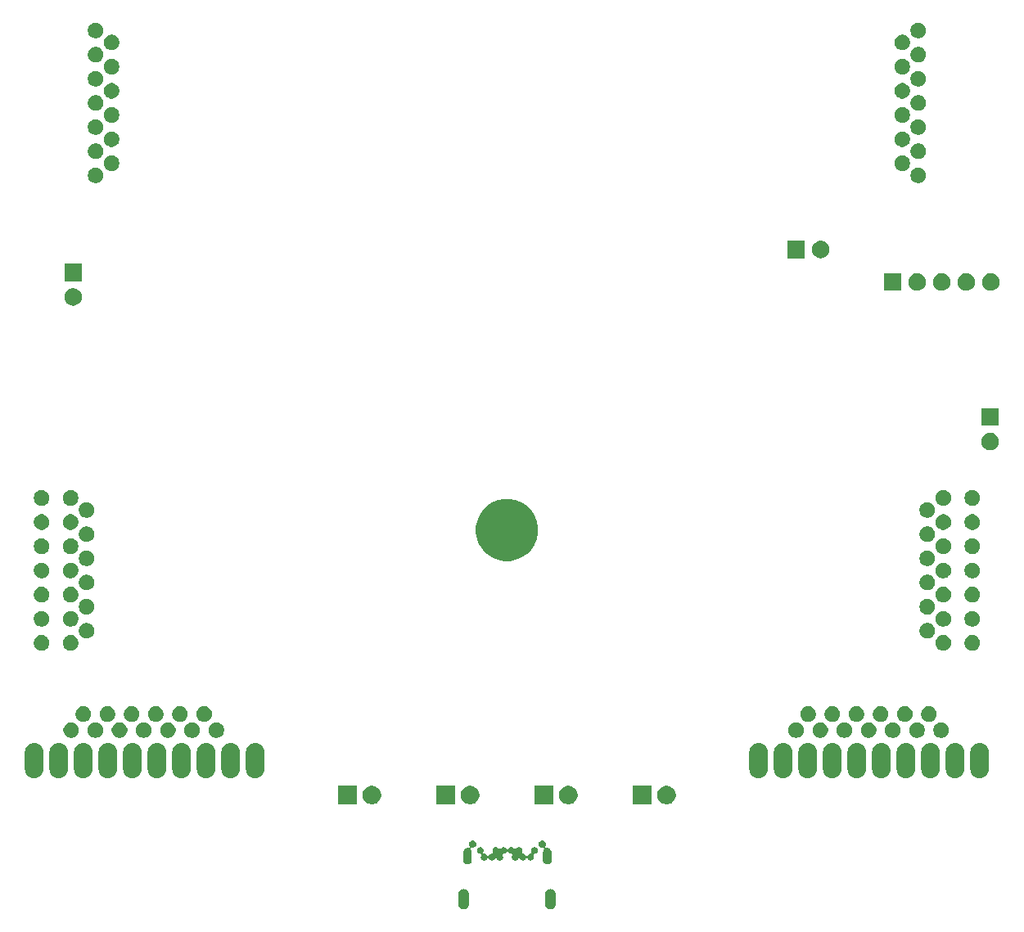
<source format=gbr>
G04 #@! TF.GenerationSoftware,KiCad,Pcbnew,(5.1.6)-1*
G04 #@! TF.CreationDate,2020-09-11T09:01:55-05:00*
G04 #@! TF.ProjectId,Blue_Wizard,426c7565-5f57-4697-9a61-72642e6b6963,rev?*
G04 #@! TF.SameCoordinates,Original*
G04 #@! TF.FileFunction,Soldermask,Bot*
G04 #@! TF.FilePolarity,Negative*
%FSLAX46Y46*%
G04 Gerber Fmt 4.6, Leading zero omitted, Abs format (unit mm)*
G04 Created by KiCad (PCBNEW (5.1.6)-1) date 2020-09-11 09:01:55*
%MOMM*%
%LPD*%
G01*
G04 APERTURE LIST*
%ADD10C,0.100000*%
G04 APERTURE END LIST*
D10*
G36*
X155093014Y-134184973D02*
G01*
X155196878Y-134216479D01*
X155240907Y-134240013D01*
X155292599Y-134267643D01*
X155292601Y-134267644D01*
X155292600Y-134267644D01*
X155376501Y-134336499D01*
X155445356Y-134420400D01*
X155496521Y-134516121D01*
X155528027Y-134619985D01*
X155536000Y-134700933D01*
X155536000Y-135755067D01*
X155528027Y-135836015D01*
X155496521Y-135939879D01*
X155496519Y-135939882D01*
X155445357Y-136035600D01*
X155376501Y-136119501D01*
X155292600Y-136188357D01*
X155224055Y-136224995D01*
X155196879Y-136239521D01*
X155093015Y-136271027D01*
X154985000Y-136281666D01*
X154876986Y-136271027D01*
X154773122Y-136239521D01*
X154745946Y-136224995D01*
X154677401Y-136188357D01*
X154593500Y-136119501D01*
X154524644Y-136035600D01*
X154473482Y-135939882D01*
X154473480Y-135939879D01*
X154441974Y-135836015D01*
X154434001Y-135755067D01*
X154434000Y-134700934D01*
X154441973Y-134619986D01*
X154473479Y-134516122D01*
X154524644Y-134420400D01*
X154593499Y-134336499D01*
X154677400Y-134267644D01*
X154677399Y-134267644D01*
X154677401Y-134267643D01*
X154729093Y-134240013D01*
X154773121Y-134216479D01*
X154876985Y-134184973D01*
X154985000Y-134174334D01*
X155093014Y-134184973D01*
G37*
G36*
X146113014Y-134184973D02*
G01*
X146216878Y-134216479D01*
X146260907Y-134240013D01*
X146312599Y-134267643D01*
X146312601Y-134267644D01*
X146312600Y-134267644D01*
X146396501Y-134336499D01*
X146465356Y-134420400D01*
X146516521Y-134516121D01*
X146548027Y-134619985D01*
X146556000Y-134700933D01*
X146556000Y-135755067D01*
X146548027Y-135836015D01*
X146516521Y-135939879D01*
X146516519Y-135939882D01*
X146465357Y-136035600D01*
X146396501Y-136119501D01*
X146312600Y-136188357D01*
X146244055Y-136224995D01*
X146216879Y-136239521D01*
X146113015Y-136271027D01*
X146005000Y-136281666D01*
X145896986Y-136271027D01*
X145793122Y-136239521D01*
X145765946Y-136224995D01*
X145697401Y-136188357D01*
X145613500Y-136119501D01*
X145544644Y-136035600D01*
X145493482Y-135939882D01*
X145493480Y-135939879D01*
X145461974Y-135836015D01*
X145454001Y-135755067D01*
X145454000Y-134700934D01*
X145461973Y-134619986D01*
X145493479Y-134516122D01*
X145544644Y-134420400D01*
X145613499Y-134336499D01*
X145697400Y-134267644D01*
X145697399Y-134267644D01*
X145697401Y-134267643D01*
X145749093Y-134240013D01*
X145793121Y-134216479D01*
X145896985Y-134184973D01*
X146005000Y-134174334D01*
X146113014Y-134184973D01*
G37*
G36*
X147054672Y-129166449D02*
G01*
X147054674Y-129166450D01*
X147054675Y-129166450D01*
X147123103Y-129194793D01*
X147184686Y-129235942D01*
X147237058Y-129288314D01*
X147278207Y-129349897D01*
X147306550Y-129418325D01*
X147321000Y-129490967D01*
X147321000Y-129565033D01*
X147306550Y-129637675D01*
X147278207Y-129706103D01*
X147237058Y-129767686D01*
X147184686Y-129820058D01*
X147123103Y-129861207D01*
X147054675Y-129889550D01*
X147054674Y-129889550D01*
X147054672Y-129889551D01*
X146982034Y-129904000D01*
X146907967Y-129904000D01*
X146893823Y-129901187D01*
X146869441Y-129898785D01*
X146845055Y-129901187D01*
X146821606Y-129908299D01*
X146799995Y-129919850D01*
X146781053Y-129935395D01*
X146765508Y-129954337D01*
X146753957Y-129975948D01*
X146746843Y-129999396D01*
X146744441Y-130023783D01*
X146746843Y-130048169D01*
X146753955Y-130071618D01*
X146765506Y-130093229D01*
X146772814Y-130103082D01*
X146791807Y-130126225D01*
X146833686Y-130204574D01*
X146859475Y-130289590D01*
X146866000Y-130355842D01*
X146866000Y-131200158D01*
X146859475Y-131266410D01*
X146833686Y-131351426D01*
X146791807Y-131429775D01*
X146735449Y-131498449D01*
X146666775Y-131554807D01*
X146588426Y-131596686D01*
X146503410Y-131622475D01*
X146415000Y-131631182D01*
X146326591Y-131622475D01*
X146241575Y-131596686D01*
X146163226Y-131554807D01*
X146094552Y-131498449D01*
X146038194Y-131429775D01*
X145996313Y-131351422D01*
X145970525Y-131266413D01*
X145964000Y-131200158D01*
X145964000Y-130355843D01*
X145970525Y-130289591D01*
X145996314Y-130204575D01*
X146038193Y-130126226D01*
X146094552Y-130057551D01*
X146163225Y-130001193D01*
X146241574Y-129959314D01*
X146326590Y-129933525D01*
X146415000Y-129924818D01*
X146511510Y-129934323D01*
X146519674Y-129935946D01*
X146544178Y-129935944D01*
X146568211Y-129931161D01*
X146590849Y-129921782D01*
X146611222Y-129908167D01*
X146628548Y-129890838D01*
X146642159Y-129870462D01*
X146651535Y-129847823D01*
X146656313Y-129823789D01*
X146656311Y-129799285D01*
X146651528Y-129775252D01*
X146635850Y-129742107D01*
X146611793Y-129706103D01*
X146583450Y-129637675D01*
X146569000Y-129565033D01*
X146569000Y-129490967D01*
X146583450Y-129418325D01*
X146611793Y-129349897D01*
X146652942Y-129288314D01*
X146705314Y-129235942D01*
X146766897Y-129194793D01*
X146835325Y-129166450D01*
X146835326Y-129166450D01*
X146835328Y-129166449D01*
X146907966Y-129152000D01*
X146982034Y-129152000D01*
X147054672Y-129166449D01*
G37*
G36*
X154254672Y-129166449D02*
G01*
X154254674Y-129166450D01*
X154254675Y-129166450D01*
X154323103Y-129194793D01*
X154384686Y-129235942D01*
X154437058Y-129288314D01*
X154478207Y-129349897D01*
X154506550Y-129418325D01*
X154521000Y-129490967D01*
X154521000Y-129565033D01*
X154506550Y-129637675D01*
X154478207Y-129706103D01*
X154454148Y-129742109D01*
X154442601Y-129763713D01*
X154435488Y-129787162D01*
X154433086Y-129811548D01*
X154435488Y-129835934D01*
X154442601Y-129859383D01*
X154454152Y-129880994D01*
X154469697Y-129899936D01*
X154488639Y-129915481D01*
X154510250Y-129927032D01*
X154533699Y-129934145D01*
X154558085Y-129936547D01*
X154574278Y-129934145D01*
X154574336Y-129934732D01*
X154675000Y-129924818D01*
X154763409Y-129933525D01*
X154848425Y-129959314D01*
X154926774Y-130001193D01*
X154995449Y-130057552D01*
X155051807Y-130126225D01*
X155093686Y-130204574D01*
X155119475Y-130289590D01*
X155126000Y-130355842D01*
X155126000Y-131200158D01*
X155119475Y-131266410D01*
X155093686Y-131351426D01*
X155051807Y-131429775D01*
X154995449Y-131498449D01*
X154926775Y-131554807D01*
X154848426Y-131596686D01*
X154763410Y-131622475D01*
X154675000Y-131631182D01*
X154586591Y-131622475D01*
X154501575Y-131596686D01*
X154423226Y-131554807D01*
X154354552Y-131498449D01*
X154298194Y-131429775D01*
X154256313Y-131351422D01*
X154230525Y-131266413D01*
X154224000Y-131200158D01*
X154224000Y-130355843D01*
X154230525Y-130289591D01*
X154256314Y-130204575D01*
X154298195Y-130126223D01*
X154317187Y-130103080D01*
X154330801Y-130082706D01*
X154340177Y-130060067D01*
X154344957Y-130036033D01*
X154344957Y-130011529D01*
X154340176Y-129987496D01*
X154330798Y-129964857D01*
X154317184Y-129944483D01*
X154299856Y-129927157D01*
X154279482Y-129913543D01*
X154256843Y-129904167D01*
X154232809Y-129899387D01*
X154196175Y-129901187D01*
X154182033Y-129904000D01*
X154107966Y-129904000D01*
X154035328Y-129889551D01*
X154035326Y-129889550D01*
X154035325Y-129889550D01*
X153966897Y-129861207D01*
X153905314Y-129820058D01*
X153852942Y-129767686D01*
X153811793Y-129706103D01*
X153783450Y-129637675D01*
X153769000Y-129565033D01*
X153769000Y-129490967D01*
X153783450Y-129418325D01*
X153811793Y-129349897D01*
X153852942Y-129288314D01*
X153905314Y-129235942D01*
X153966897Y-129194793D01*
X154035325Y-129166450D01*
X154035326Y-129166450D01*
X154035328Y-129166449D01*
X154107966Y-129152000D01*
X154182034Y-129152000D01*
X154254672Y-129166449D01*
G37*
G36*
X147847383Y-129840489D02*
G01*
X147847386Y-129840490D01*
X147847385Y-129840490D01*
X147911258Y-129866946D01*
X147968748Y-129905360D01*
X148017640Y-129954252D01*
X148056054Y-130011742D01*
X148066115Y-130036033D01*
X148082511Y-130075617D01*
X148096000Y-130143430D01*
X148096000Y-130212570D01*
X148082511Y-130280383D01*
X148069774Y-130311134D01*
X148051949Y-130354166D01*
X148044836Y-130377615D01*
X148042434Y-130402001D01*
X148044836Y-130426387D01*
X148051949Y-130449836D01*
X148063500Y-130471447D01*
X148079046Y-130490389D01*
X148097987Y-130505934D01*
X148119598Y-130517485D01*
X148143047Y-130524598D01*
X148167433Y-130527000D01*
X148179570Y-130527000D01*
X148247383Y-130540489D01*
X148247386Y-130540490D01*
X148247385Y-130540490D01*
X148311258Y-130566946D01*
X148368748Y-130605360D01*
X148417640Y-130654252D01*
X148441067Y-130689313D01*
X148456613Y-130708255D01*
X148475555Y-130723800D01*
X148497165Y-130735351D01*
X148520614Y-130742464D01*
X148545000Y-130744866D01*
X148569386Y-130742464D01*
X148592835Y-130735351D01*
X148614446Y-130723800D01*
X148633388Y-130708254D01*
X148648933Y-130689313D01*
X148672360Y-130654252D01*
X148721252Y-130605360D01*
X148778742Y-130566946D01*
X148842615Y-130540490D01*
X148842614Y-130540490D01*
X148842617Y-130540489D01*
X148910430Y-130527000D01*
X148922567Y-130527000D01*
X148946953Y-130524598D01*
X148970402Y-130517485D01*
X148992013Y-130505934D01*
X149010955Y-130490389D01*
X149026500Y-130471447D01*
X149038051Y-130449836D01*
X149045164Y-130426387D01*
X149047566Y-130402001D01*
X149045164Y-130377615D01*
X149038051Y-130354166D01*
X149020227Y-130311134D01*
X149007489Y-130280383D01*
X148994000Y-130212570D01*
X148994000Y-130143430D01*
X149007489Y-130075617D01*
X149023885Y-130036033D01*
X149033946Y-130011742D01*
X149072360Y-129954252D01*
X149121252Y-129905360D01*
X149178742Y-129866946D01*
X149242615Y-129840490D01*
X149242614Y-129840490D01*
X149242617Y-129840489D01*
X149310430Y-129827000D01*
X149379570Y-129827000D01*
X149447383Y-129840489D01*
X149447386Y-129840490D01*
X149447385Y-129840490D01*
X149511258Y-129866946D01*
X149568748Y-129905360D01*
X149617640Y-129954252D01*
X149641067Y-129989313D01*
X149656613Y-130008255D01*
X149675555Y-130023800D01*
X149697165Y-130035351D01*
X149720614Y-130042464D01*
X149745000Y-130044866D01*
X149769386Y-130042464D01*
X149792835Y-130035351D01*
X149814446Y-130023800D01*
X149833388Y-130008254D01*
X149848933Y-129989313D01*
X149872360Y-129954252D01*
X149921252Y-129905360D01*
X149978742Y-129866946D01*
X150042615Y-129840490D01*
X150042614Y-129840490D01*
X150042617Y-129840489D01*
X150110430Y-129827000D01*
X150179570Y-129827000D01*
X150247383Y-129840489D01*
X150247386Y-129840490D01*
X150247385Y-129840490D01*
X150311258Y-129866946D01*
X150368748Y-129905360D01*
X150417640Y-129954252D01*
X150441067Y-129989313D01*
X150456613Y-130008255D01*
X150475555Y-130023800D01*
X150497165Y-130035351D01*
X150520614Y-130042464D01*
X150545000Y-130044866D01*
X150569386Y-130042464D01*
X150592835Y-130035351D01*
X150614446Y-130023800D01*
X150633388Y-130008254D01*
X150648933Y-129989313D01*
X150672360Y-129954252D01*
X150721252Y-129905360D01*
X150778742Y-129866946D01*
X150842615Y-129840490D01*
X150842614Y-129840490D01*
X150842617Y-129840489D01*
X150910430Y-129827000D01*
X150979570Y-129827000D01*
X151047383Y-129840489D01*
X151047386Y-129840490D01*
X151047385Y-129840490D01*
X151111258Y-129866946D01*
X151168748Y-129905360D01*
X151217640Y-129954252D01*
X151241067Y-129989313D01*
X151256613Y-130008255D01*
X151275555Y-130023800D01*
X151297165Y-130035351D01*
X151320614Y-130042464D01*
X151345000Y-130044866D01*
X151369386Y-130042464D01*
X151392835Y-130035351D01*
X151414446Y-130023800D01*
X151433388Y-130008254D01*
X151448933Y-129989313D01*
X151472360Y-129954252D01*
X151521252Y-129905360D01*
X151578742Y-129866946D01*
X151642615Y-129840490D01*
X151642614Y-129840490D01*
X151642617Y-129840489D01*
X151710430Y-129827000D01*
X151779570Y-129827000D01*
X151847383Y-129840489D01*
X151847386Y-129840490D01*
X151847385Y-129840490D01*
X151911258Y-129866946D01*
X151968748Y-129905360D01*
X152017640Y-129954252D01*
X152056054Y-130011742D01*
X152066115Y-130036033D01*
X152082511Y-130075617D01*
X152096000Y-130143430D01*
X152096000Y-130212570D01*
X152082511Y-130280383D01*
X152069774Y-130311134D01*
X152051949Y-130354166D01*
X152044836Y-130377615D01*
X152042434Y-130402001D01*
X152044836Y-130426387D01*
X152051949Y-130449836D01*
X152063500Y-130471447D01*
X152079046Y-130490389D01*
X152097987Y-130505934D01*
X152119598Y-130517485D01*
X152143047Y-130524598D01*
X152167433Y-130527000D01*
X152179570Y-130527000D01*
X152247383Y-130540489D01*
X152247386Y-130540490D01*
X152247385Y-130540490D01*
X152311258Y-130566946D01*
X152368748Y-130605360D01*
X152417640Y-130654252D01*
X152441067Y-130689313D01*
X152456613Y-130708255D01*
X152475555Y-130723800D01*
X152497165Y-130735351D01*
X152520614Y-130742464D01*
X152545000Y-130744866D01*
X152569386Y-130742464D01*
X152592835Y-130735351D01*
X152614446Y-130723800D01*
X152633388Y-130708254D01*
X152648933Y-130689313D01*
X152672360Y-130654252D01*
X152721252Y-130605360D01*
X152778742Y-130566946D01*
X152842615Y-130540490D01*
X152842614Y-130540490D01*
X152842617Y-130540489D01*
X152910430Y-130527000D01*
X152922567Y-130527000D01*
X152946953Y-130524598D01*
X152970402Y-130517485D01*
X152992013Y-130505934D01*
X153010955Y-130490389D01*
X153026500Y-130471447D01*
X153038051Y-130449836D01*
X153045164Y-130426387D01*
X153047566Y-130402001D01*
X153045164Y-130377615D01*
X153038051Y-130354166D01*
X153020227Y-130311134D01*
X153007489Y-130280383D01*
X152994000Y-130212570D01*
X152994000Y-130143430D01*
X153007489Y-130075617D01*
X153023885Y-130036033D01*
X153033946Y-130011742D01*
X153072360Y-129954252D01*
X153121252Y-129905360D01*
X153178742Y-129866946D01*
X153242615Y-129840490D01*
X153242614Y-129840490D01*
X153242617Y-129840489D01*
X153310430Y-129827000D01*
X153379570Y-129827000D01*
X153447383Y-129840489D01*
X153447386Y-129840490D01*
X153447385Y-129840490D01*
X153511258Y-129866946D01*
X153568748Y-129905360D01*
X153617640Y-129954252D01*
X153656054Y-130011742D01*
X153666115Y-130036033D01*
X153682511Y-130075617D01*
X153696000Y-130143430D01*
X153696000Y-130212570D01*
X153682511Y-130280383D01*
X153682510Y-130280385D01*
X153656054Y-130344258D01*
X153617640Y-130401748D01*
X153568748Y-130450640D01*
X153511258Y-130489054D01*
X153470504Y-130505934D01*
X153447383Y-130515511D01*
X153379570Y-130529000D01*
X153367433Y-130529000D01*
X153343047Y-130531402D01*
X153319598Y-130538515D01*
X153297987Y-130550066D01*
X153279045Y-130565611D01*
X153263500Y-130584553D01*
X153251949Y-130606164D01*
X153244836Y-130629613D01*
X153242434Y-130653999D01*
X153244836Y-130678385D01*
X153251949Y-130701834D01*
X153256051Y-130711738D01*
X153256052Y-130711739D01*
X153282511Y-130775617D01*
X153296000Y-130843430D01*
X153296000Y-130912570D01*
X153282511Y-130980383D01*
X153282510Y-130980385D01*
X153256054Y-131044258D01*
X153217640Y-131101748D01*
X153168748Y-131150640D01*
X153111258Y-131189054D01*
X153084449Y-131200158D01*
X153047383Y-131215511D01*
X152979570Y-131229000D01*
X152910430Y-131229000D01*
X152842617Y-131215511D01*
X152805551Y-131200158D01*
X152778742Y-131189054D01*
X152721252Y-131150640D01*
X152672360Y-131101748D01*
X152648933Y-131066687D01*
X152633387Y-131047745D01*
X152614445Y-131032200D01*
X152592835Y-131020649D01*
X152569386Y-131013536D01*
X152545000Y-131011134D01*
X152520614Y-131013536D01*
X152497165Y-131020649D01*
X152475554Y-131032200D01*
X152456612Y-131047746D01*
X152441067Y-131066687D01*
X152417640Y-131101748D01*
X152368748Y-131150640D01*
X152311258Y-131189054D01*
X152284449Y-131200158D01*
X152247383Y-131215511D01*
X152179570Y-131229000D01*
X152110430Y-131229000D01*
X152042617Y-131215511D01*
X152005551Y-131200158D01*
X151978742Y-131189054D01*
X151921252Y-131150640D01*
X151872360Y-131101748D01*
X151848933Y-131066687D01*
X151833387Y-131047745D01*
X151814445Y-131032200D01*
X151792835Y-131020649D01*
X151769386Y-131013536D01*
X151745000Y-131011134D01*
X151720614Y-131013536D01*
X151697165Y-131020649D01*
X151675554Y-131032200D01*
X151656612Y-131047746D01*
X151641067Y-131066687D01*
X151617640Y-131101748D01*
X151568748Y-131150640D01*
X151511258Y-131189054D01*
X151484449Y-131200158D01*
X151447383Y-131215511D01*
X151379570Y-131229000D01*
X151310430Y-131229000D01*
X151242617Y-131215511D01*
X151205551Y-131200158D01*
X151178742Y-131189054D01*
X151121252Y-131150640D01*
X151072360Y-131101748D01*
X151033946Y-131044258D01*
X151007490Y-130980385D01*
X151007489Y-130980383D01*
X150994000Y-130912570D01*
X150994000Y-130843430D01*
X151007489Y-130775617D01*
X151033948Y-130711739D01*
X151033949Y-130711738D01*
X151038051Y-130701834D01*
X151045164Y-130678385D01*
X151047566Y-130653999D01*
X151045164Y-130629613D01*
X151038051Y-130606164D01*
X151026500Y-130584553D01*
X151010954Y-130565611D01*
X150992013Y-130550066D01*
X150970402Y-130538515D01*
X150946953Y-130531402D01*
X150922567Y-130529000D01*
X150910430Y-130529000D01*
X150842617Y-130515511D01*
X150819496Y-130505934D01*
X150778742Y-130489054D01*
X150721252Y-130450640D01*
X150672360Y-130401748D01*
X150648933Y-130366687D01*
X150633387Y-130347745D01*
X150614445Y-130332200D01*
X150592835Y-130320649D01*
X150569386Y-130313536D01*
X150545000Y-130311134D01*
X150520614Y-130313536D01*
X150497165Y-130320649D01*
X150475554Y-130332200D01*
X150456612Y-130347746D01*
X150441067Y-130366687D01*
X150417640Y-130401748D01*
X150368748Y-130450640D01*
X150311258Y-130489054D01*
X150270504Y-130505934D01*
X150247383Y-130515511D01*
X150179570Y-130529000D01*
X150167433Y-130529000D01*
X150143047Y-130531402D01*
X150119598Y-130538515D01*
X150097987Y-130550066D01*
X150079045Y-130565611D01*
X150063500Y-130584553D01*
X150051949Y-130606164D01*
X150044836Y-130629613D01*
X150042434Y-130653999D01*
X150044836Y-130678385D01*
X150051949Y-130701834D01*
X150056051Y-130711738D01*
X150056052Y-130711739D01*
X150082511Y-130775617D01*
X150096000Y-130843430D01*
X150096000Y-130912570D01*
X150082511Y-130980383D01*
X150082510Y-130980385D01*
X150056054Y-131044258D01*
X150017640Y-131101748D01*
X149968748Y-131150640D01*
X149911258Y-131189054D01*
X149884449Y-131200158D01*
X149847383Y-131215511D01*
X149779570Y-131229000D01*
X149710430Y-131229000D01*
X149642617Y-131215511D01*
X149605551Y-131200158D01*
X149578742Y-131189054D01*
X149521252Y-131150640D01*
X149472360Y-131101748D01*
X149448933Y-131066687D01*
X149433387Y-131047745D01*
X149414445Y-131032200D01*
X149392835Y-131020649D01*
X149369386Y-131013536D01*
X149345000Y-131011134D01*
X149320614Y-131013536D01*
X149297165Y-131020649D01*
X149275554Y-131032200D01*
X149256612Y-131047746D01*
X149241067Y-131066687D01*
X149217640Y-131101748D01*
X149168748Y-131150640D01*
X149111258Y-131189054D01*
X149084449Y-131200158D01*
X149047383Y-131215511D01*
X148979570Y-131229000D01*
X148910430Y-131229000D01*
X148842617Y-131215511D01*
X148805551Y-131200158D01*
X148778742Y-131189054D01*
X148721252Y-131150640D01*
X148672360Y-131101748D01*
X148648933Y-131066687D01*
X148633387Y-131047745D01*
X148614445Y-131032200D01*
X148592835Y-131020649D01*
X148569386Y-131013536D01*
X148545000Y-131011134D01*
X148520614Y-131013536D01*
X148497165Y-131020649D01*
X148475554Y-131032200D01*
X148456612Y-131047746D01*
X148441067Y-131066687D01*
X148417640Y-131101748D01*
X148368748Y-131150640D01*
X148311258Y-131189054D01*
X148284449Y-131200158D01*
X148247383Y-131215511D01*
X148179570Y-131229000D01*
X148110430Y-131229000D01*
X148042617Y-131215511D01*
X148005551Y-131200158D01*
X147978742Y-131189054D01*
X147921252Y-131150640D01*
X147872360Y-131101748D01*
X147833946Y-131044258D01*
X147807490Y-130980385D01*
X147807489Y-130980383D01*
X147794000Y-130912570D01*
X147794000Y-130843430D01*
X147807489Y-130775617D01*
X147833948Y-130711739D01*
X147833949Y-130711738D01*
X147838051Y-130701834D01*
X147845164Y-130678385D01*
X147847566Y-130653999D01*
X147845164Y-130629613D01*
X147838051Y-130606164D01*
X147826500Y-130584553D01*
X147810954Y-130565611D01*
X147792013Y-130550066D01*
X147770402Y-130538515D01*
X147746953Y-130531402D01*
X147722567Y-130529000D01*
X147710430Y-130529000D01*
X147642617Y-130515511D01*
X147619496Y-130505934D01*
X147578742Y-130489054D01*
X147521252Y-130450640D01*
X147472360Y-130401748D01*
X147433946Y-130344258D01*
X147407490Y-130280385D01*
X147407489Y-130280383D01*
X147394000Y-130212570D01*
X147394000Y-130143430D01*
X147407489Y-130075617D01*
X147423885Y-130036033D01*
X147433946Y-130011742D01*
X147472360Y-129954252D01*
X147521252Y-129905360D01*
X147578742Y-129866946D01*
X147642615Y-129840490D01*
X147642614Y-129840490D01*
X147642617Y-129840489D01*
X147710430Y-129827000D01*
X147779570Y-129827000D01*
X147847383Y-129840489D01*
G37*
G36*
X157122395Y-123545546D02*
G01*
X157295466Y-123617234D01*
X157295467Y-123617235D01*
X157451227Y-123721310D01*
X157583690Y-123853773D01*
X157583691Y-123853775D01*
X157687766Y-124009534D01*
X157759454Y-124182605D01*
X157796000Y-124366333D01*
X157796000Y-124553667D01*
X157759454Y-124737395D01*
X157687766Y-124910466D01*
X157687765Y-124910467D01*
X157583690Y-125066227D01*
X157451227Y-125198690D01*
X157372818Y-125251081D01*
X157295466Y-125302766D01*
X157122395Y-125374454D01*
X156938667Y-125411000D01*
X156751333Y-125411000D01*
X156567605Y-125374454D01*
X156394534Y-125302766D01*
X156317182Y-125251081D01*
X156238773Y-125198690D01*
X156106310Y-125066227D01*
X156002235Y-124910467D01*
X156002234Y-124910466D01*
X155930546Y-124737395D01*
X155894000Y-124553667D01*
X155894000Y-124366333D01*
X155930546Y-124182605D01*
X156002234Y-124009534D01*
X156106309Y-123853775D01*
X156106310Y-123853773D01*
X156238773Y-123721310D01*
X156394533Y-123617235D01*
X156394534Y-123617234D01*
X156567605Y-123545546D01*
X156751333Y-123509000D01*
X156938667Y-123509000D01*
X157122395Y-123545546D01*
G37*
G36*
X136802395Y-123545546D02*
G01*
X136975466Y-123617234D01*
X136975467Y-123617235D01*
X137131227Y-123721310D01*
X137263690Y-123853773D01*
X137263691Y-123853775D01*
X137367766Y-124009534D01*
X137439454Y-124182605D01*
X137476000Y-124366333D01*
X137476000Y-124553667D01*
X137439454Y-124737395D01*
X137367766Y-124910466D01*
X137367765Y-124910467D01*
X137263690Y-125066227D01*
X137131227Y-125198690D01*
X137052818Y-125251081D01*
X136975466Y-125302766D01*
X136802395Y-125374454D01*
X136618667Y-125411000D01*
X136431333Y-125411000D01*
X136247605Y-125374454D01*
X136074534Y-125302766D01*
X135997182Y-125251081D01*
X135918773Y-125198690D01*
X135786310Y-125066227D01*
X135682235Y-124910467D01*
X135682234Y-124910466D01*
X135610546Y-124737395D01*
X135574000Y-124553667D01*
X135574000Y-124366333D01*
X135610546Y-124182605D01*
X135682234Y-124009534D01*
X135786309Y-123853775D01*
X135786310Y-123853773D01*
X135918773Y-123721310D01*
X136074533Y-123617235D01*
X136074534Y-123617234D01*
X136247605Y-123545546D01*
X136431333Y-123509000D01*
X136618667Y-123509000D01*
X136802395Y-123545546D01*
G37*
G36*
X134936000Y-125411000D02*
G01*
X133034000Y-125411000D01*
X133034000Y-123509000D01*
X134936000Y-123509000D01*
X134936000Y-125411000D01*
G37*
G36*
X146962395Y-123545546D02*
G01*
X147135466Y-123617234D01*
X147135467Y-123617235D01*
X147291227Y-123721310D01*
X147423690Y-123853773D01*
X147423691Y-123853775D01*
X147527766Y-124009534D01*
X147599454Y-124182605D01*
X147636000Y-124366333D01*
X147636000Y-124553667D01*
X147599454Y-124737395D01*
X147527766Y-124910466D01*
X147527765Y-124910467D01*
X147423690Y-125066227D01*
X147291227Y-125198690D01*
X147212818Y-125251081D01*
X147135466Y-125302766D01*
X146962395Y-125374454D01*
X146778667Y-125411000D01*
X146591333Y-125411000D01*
X146407605Y-125374454D01*
X146234534Y-125302766D01*
X146157182Y-125251081D01*
X146078773Y-125198690D01*
X145946310Y-125066227D01*
X145842235Y-124910467D01*
X145842234Y-124910466D01*
X145770546Y-124737395D01*
X145734000Y-124553667D01*
X145734000Y-124366333D01*
X145770546Y-124182605D01*
X145842234Y-124009534D01*
X145946309Y-123853775D01*
X145946310Y-123853773D01*
X146078773Y-123721310D01*
X146234533Y-123617235D01*
X146234534Y-123617234D01*
X146407605Y-123545546D01*
X146591333Y-123509000D01*
X146778667Y-123509000D01*
X146962395Y-123545546D01*
G37*
G36*
X145096000Y-125411000D02*
G01*
X143194000Y-125411000D01*
X143194000Y-123509000D01*
X145096000Y-123509000D01*
X145096000Y-125411000D01*
G37*
G36*
X167282395Y-123545546D02*
G01*
X167455466Y-123617234D01*
X167455467Y-123617235D01*
X167611227Y-123721310D01*
X167743690Y-123853773D01*
X167743691Y-123853775D01*
X167847766Y-124009534D01*
X167919454Y-124182605D01*
X167956000Y-124366333D01*
X167956000Y-124553667D01*
X167919454Y-124737395D01*
X167847766Y-124910466D01*
X167847765Y-124910467D01*
X167743690Y-125066227D01*
X167611227Y-125198690D01*
X167532818Y-125251081D01*
X167455466Y-125302766D01*
X167282395Y-125374454D01*
X167098667Y-125411000D01*
X166911333Y-125411000D01*
X166727605Y-125374454D01*
X166554534Y-125302766D01*
X166477182Y-125251081D01*
X166398773Y-125198690D01*
X166266310Y-125066227D01*
X166162235Y-124910467D01*
X166162234Y-124910466D01*
X166090546Y-124737395D01*
X166054000Y-124553667D01*
X166054000Y-124366333D01*
X166090546Y-124182605D01*
X166162234Y-124009534D01*
X166266309Y-123853775D01*
X166266310Y-123853773D01*
X166398773Y-123721310D01*
X166554533Y-123617235D01*
X166554534Y-123617234D01*
X166727605Y-123545546D01*
X166911333Y-123509000D01*
X167098667Y-123509000D01*
X167282395Y-123545546D01*
G37*
G36*
X165416000Y-125411000D02*
G01*
X163514000Y-125411000D01*
X163514000Y-123509000D01*
X165416000Y-123509000D01*
X165416000Y-125411000D01*
G37*
G36*
X155256000Y-125411000D02*
G01*
X153354000Y-125411000D01*
X153354000Y-123509000D01*
X155256000Y-123509000D01*
X155256000Y-125411000D01*
G37*
G36*
X101789209Y-119089165D02*
G01*
X101971155Y-119144358D01*
X102138826Y-119233980D01*
X102138829Y-119233982D01*
X102138830Y-119233983D01*
X102285801Y-119354598D01*
X102406416Y-119501569D01*
X102406419Y-119501573D01*
X102496041Y-119669244D01*
X102551234Y-119851190D01*
X102565199Y-119992982D01*
X102565199Y-121815018D01*
X102551234Y-121956810D01*
X102496041Y-122138756D01*
X102406419Y-122306427D01*
X102406417Y-122306430D01*
X102406416Y-122306431D01*
X102285801Y-122453402D01*
X102138830Y-122574017D01*
X102138826Y-122574020D01*
X101971154Y-122663642D01*
X101789208Y-122718835D01*
X101599999Y-122737470D01*
X101410789Y-122718835D01*
X101228843Y-122663642D01*
X101061172Y-122574020D01*
X101061168Y-122574017D01*
X100914197Y-122453402D01*
X100793582Y-122306431D01*
X100793581Y-122306430D01*
X100793579Y-122306427D01*
X100703957Y-122138755D01*
X100648764Y-121956809D01*
X100634799Y-121815017D01*
X100634799Y-119992983D01*
X100648765Y-119851190D01*
X100703958Y-119669244D01*
X100793580Y-119501573D01*
X100793583Y-119501569D01*
X100914198Y-119354598D01*
X101061169Y-119233983D01*
X101061170Y-119233982D01*
X101061173Y-119233980D01*
X101228844Y-119144358D01*
X101410790Y-119089165D01*
X101599999Y-119070530D01*
X101789209Y-119089165D01*
G37*
G36*
X106869209Y-119089165D02*
G01*
X107051155Y-119144358D01*
X107218826Y-119233980D01*
X107218829Y-119233982D01*
X107218830Y-119233983D01*
X107365801Y-119354598D01*
X107486416Y-119501569D01*
X107486419Y-119501573D01*
X107576041Y-119669244D01*
X107631234Y-119851190D01*
X107645199Y-119992982D01*
X107645199Y-121815018D01*
X107631234Y-121956810D01*
X107576041Y-122138756D01*
X107486419Y-122306427D01*
X107486417Y-122306430D01*
X107486416Y-122306431D01*
X107365801Y-122453402D01*
X107218830Y-122574017D01*
X107218826Y-122574020D01*
X107051154Y-122663642D01*
X106869208Y-122718835D01*
X106679999Y-122737470D01*
X106490789Y-122718835D01*
X106308843Y-122663642D01*
X106141172Y-122574020D01*
X106141168Y-122574017D01*
X105994197Y-122453402D01*
X105873582Y-122306431D01*
X105873581Y-122306430D01*
X105873579Y-122306427D01*
X105783957Y-122138755D01*
X105728764Y-121956809D01*
X105714799Y-121815017D01*
X105714799Y-119992983D01*
X105728765Y-119851190D01*
X105783958Y-119669244D01*
X105873580Y-119501573D01*
X105873583Y-119501569D01*
X105994198Y-119354598D01*
X106141169Y-119233983D01*
X106141170Y-119233982D01*
X106141173Y-119233980D01*
X106308844Y-119144358D01*
X106490790Y-119089165D01*
X106679999Y-119070530D01*
X106869209Y-119089165D01*
G37*
G36*
X109409209Y-119089165D02*
G01*
X109591155Y-119144358D01*
X109758826Y-119233980D01*
X109758829Y-119233982D01*
X109758830Y-119233983D01*
X109905801Y-119354598D01*
X110026416Y-119501569D01*
X110026419Y-119501573D01*
X110116041Y-119669244D01*
X110171234Y-119851190D01*
X110185199Y-119992982D01*
X110185199Y-121815018D01*
X110171234Y-121956810D01*
X110116041Y-122138756D01*
X110026419Y-122306427D01*
X110026417Y-122306430D01*
X110026416Y-122306431D01*
X109905801Y-122453402D01*
X109758830Y-122574017D01*
X109758826Y-122574020D01*
X109591154Y-122663642D01*
X109409208Y-122718835D01*
X109219999Y-122737470D01*
X109030789Y-122718835D01*
X108848843Y-122663642D01*
X108681172Y-122574020D01*
X108681168Y-122574017D01*
X108534197Y-122453402D01*
X108413582Y-122306431D01*
X108413581Y-122306430D01*
X108413579Y-122306427D01*
X108323957Y-122138755D01*
X108268764Y-121956809D01*
X108254799Y-121815017D01*
X108254799Y-119992983D01*
X108268765Y-119851190D01*
X108323958Y-119669244D01*
X108413580Y-119501573D01*
X108413583Y-119501569D01*
X108534198Y-119354598D01*
X108681169Y-119233983D01*
X108681170Y-119233982D01*
X108681173Y-119233980D01*
X108848844Y-119144358D01*
X109030790Y-119089165D01*
X109219999Y-119070530D01*
X109409209Y-119089165D01*
G37*
G36*
X111949209Y-119089165D02*
G01*
X112131155Y-119144358D01*
X112298826Y-119233980D01*
X112298829Y-119233982D01*
X112298830Y-119233983D01*
X112445801Y-119354598D01*
X112566416Y-119501569D01*
X112566419Y-119501573D01*
X112656041Y-119669244D01*
X112711234Y-119851190D01*
X112725199Y-119992982D01*
X112725199Y-121815018D01*
X112711234Y-121956810D01*
X112656041Y-122138756D01*
X112566419Y-122306427D01*
X112566417Y-122306430D01*
X112566416Y-122306431D01*
X112445801Y-122453402D01*
X112298830Y-122574017D01*
X112298826Y-122574020D01*
X112131154Y-122663642D01*
X111949208Y-122718835D01*
X111759999Y-122737470D01*
X111570789Y-122718835D01*
X111388843Y-122663642D01*
X111221172Y-122574020D01*
X111221168Y-122574017D01*
X111074197Y-122453402D01*
X110953582Y-122306431D01*
X110953581Y-122306430D01*
X110953579Y-122306427D01*
X110863957Y-122138755D01*
X110808764Y-121956809D01*
X110794799Y-121815017D01*
X110794799Y-119992983D01*
X110808765Y-119851190D01*
X110863958Y-119669244D01*
X110953580Y-119501573D01*
X110953583Y-119501569D01*
X111074198Y-119354598D01*
X111221169Y-119233983D01*
X111221170Y-119233982D01*
X111221173Y-119233980D01*
X111388844Y-119144358D01*
X111570790Y-119089165D01*
X111759999Y-119070530D01*
X111949209Y-119089165D01*
G37*
G36*
X114489209Y-119089165D02*
G01*
X114671155Y-119144358D01*
X114838826Y-119233980D01*
X114838829Y-119233982D01*
X114838830Y-119233983D01*
X114985801Y-119354598D01*
X115106416Y-119501569D01*
X115106419Y-119501573D01*
X115196041Y-119669244D01*
X115251234Y-119851190D01*
X115265199Y-119992982D01*
X115265199Y-121815018D01*
X115251234Y-121956810D01*
X115196041Y-122138756D01*
X115106419Y-122306427D01*
X115106417Y-122306430D01*
X115106416Y-122306431D01*
X114985801Y-122453402D01*
X114838830Y-122574017D01*
X114838826Y-122574020D01*
X114671154Y-122663642D01*
X114489208Y-122718835D01*
X114299999Y-122737470D01*
X114110789Y-122718835D01*
X113928843Y-122663642D01*
X113761172Y-122574020D01*
X113761168Y-122574017D01*
X113614197Y-122453402D01*
X113493582Y-122306431D01*
X113493581Y-122306430D01*
X113493579Y-122306427D01*
X113403957Y-122138755D01*
X113348764Y-121956809D01*
X113334799Y-121815017D01*
X113334799Y-119992983D01*
X113348765Y-119851190D01*
X113403958Y-119669244D01*
X113493580Y-119501573D01*
X113493583Y-119501569D01*
X113614198Y-119354598D01*
X113761169Y-119233983D01*
X113761170Y-119233982D01*
X113761173Y-119233980D01*
X113928844Y-119144358D01*
X114110790Y-119089165D01*
X114299999Y-119070530D01*
X114489209Y-119089165D01*
G37*
G36*
X199579208Y-119089165D02*
G01*
X199761154Y-119144358D01*
X199928826Y-119233980D01*
X199928829Y-119233982D01*
X199928830Y-119233983D01*
X200075801Y-119354598D01*
X200196416Y-119501569D01*
X200196419Y-119501573D01*
X200286041Y-119669244D01*
X200341234Y-119851190D01*
X200355199Y-119992982D01*
X200355199Y-121815018D01*
X200341234Y-121956810D01*
X200286041Y-122138756D01*
X200196419Y-122306427D01*
X200196417Y-122306430D01*
X200196416Y-122306431D01*
X200075801Y-122453402D01*
X199928830Y-122574017D01*
X199928826Y-122574020D01*
X199761155Y-122663642D01*
X199579209Y-122718835D01*
X199389999Y-122737470D01*
X199200790Y-122718835D01*
X199018844Y-122663642D01*
X198851173Y-122574020D01*
X198851169Y-122574017D01*
X198704198Y-122453402D01*
X198583583Y-122306431D01*
X198583582Y-122306430D01*
X198583580Y-122306427D01*
X198493958Y-122138756D01*
X198438765Y-121956810D01*
X198424799Y-121815017D01*
X198424799Y-119992983D01*
X198438764Y-119851191D01*
X198493957Y-119669245D01*
X198583579Y-119501573D01*
X198583582Y-119501569D01*
X198704197Y-119354598D01*
X198851168Y-119233983D01*
X198851169Y-119233982D01*
X198851172Y-119233980D01*
X199018843Y-119144358D01*
X199200789Y-119089165D01*
X199389999Y-119070530D01*
X199579208Y-119089165D01*
G37*
G36*
X197039208Y-119089165D02*
G01*
X197221154Y-119144358D01*
X197388826Y-119233980D01*
X197388829Y-119233982D01*
X197388830Y-119233983D01*
X197535801Y-119354598D01*
X197656416Y-119501569D01*
X197656419Y-119501573D01*
X197746041Y-119669244D01*
X197801234Y-119851190D01*
X197815199Y-119992982D01*
X197815199Y-121815018D01*
X197801234Y-121956810D01*
X197746041Y-122138756D01*
X197656419Y-122306427D01*
X197656417Y-122306430D01*
X197656416Y-122306431D01*
X197535801Y-122453402D01*
X197388830Y-122574017D01*
X197388826Y-122574020D01*
X197221155Y-122663642D01*
X197039209Y-122718835D01*
X196849999Y-122737470D01*
X196660790Y-122718835D01*
X196478844Y-122663642D01*
X196311173Y-122574020D01*
X196311169Y-122574017D01*
X196164198Y-122453402D01*
X196043583Y-122306431D01*
X196043582Y-122306430D01*
X196043580Y-122306427D01*
X195953958Y-122138756D01*
X195898765Y-121956810D01*
X195884799Y-121815017D01*
X195884799Y-119992983D01*
X195898764Y-119851191D01*
X195953957Y-119669245D01*
X196043579Y-119501573D01*
X196043582Y-119501569D01*
X196164197Y-119354598D01*
X196311168Y-119233983D01*
X196311169Y-119233982D01*
X196311172Y-119233980D01*
X196478843Y-119144358D01*
X196660789Y-119089165D01*
X196849999Y-119070530D01*
X197039208Y-119089165D01*
G37*
G36*
X194499208Y-119089165D02*
G01*
X194681154Y-119144358D01*
X194848826Y-119233980D01*
X194848829Y-119233982D01*
X194848830Y-119233983D01*
X194995801Y-119354598D01*
X195116416Y-119501569D01*
X195116419Y-119501573D01*
X195206041Y-119669244D01*
X195261234Y-119851190D01*
X195275199Y-119992982D01*
X195275199Y-121815018D01*
X195261234Y-121956810D01*
X195206041Y-122138756D01*
X195116419Y-122306427D01*
X195116417Y-122306430D01*
X195116416Y-122306431D01*
X194995801Y-122453402D01*
X194848830Y-122574017D01*
X194848826Y-122574020D01*
X194681155Y-122663642D01*
X194499209Y-122718835D01*
X194309999Y-122737470D01*
X194120790Y-122718835D01*
X193938844Y-122663642D01*
X193771173Y-122574020D01*
X193771169Y-122574017D01*
X193624198Y-122453402D01*
X193503583Y-122306431D01*
X193503582Y-122306430D01*
X193503580Y-122306427D01*
X193413958Y-122138756D01*
X193358765Y-121956810D01*
X193344799Y-121815017D01*
X193344799Y-119992983D01*
X193358764Y-119851191D01*
X193413957Y-119669245D01*
X193503579Y-119501573D01*
X193503582Y-119501569D01*
X193624197Y-119354598D01*
X193771168Y-119233983D01*
X193771169Y-119233982D01*
X193771172Y-119233980D01*
X193938843Y-119144358D01*
X194120789Y-119089165D01*
X194309999Y-119070530D01*
X194499208Y-119089165D01*
G37*
G36*
X191959208Y-119089165D02*
G01*
X192141154Y-119144358D01*
X192308826Y-119233980D01*
X192308829Y-119233982D01*
X192308830Y-119233983D01*
X192455801Y-119354598D01*
X192576416Y-119501569D01*
X192576419Y-119501573D01*
X192666041Y-119669244D01*
X192721234Y-119851190D01*
X192735199Y-119992982D01*
X192735199Y-121815018D01*
X192721234Y-121956810D01*
X192666041Y-122138756D01*
X192576419Y-122306427D01*
X192576417Y-122306430D01*
X192576416Y-122306431D01*
X192455801Y-122453402D01*
X192308830Y-122574017D01*
X192308826Y-122574020D01*
X192141155Y-122663642D01*
X191959209Y-122718835D01*
X191769999Y-122737470D01*
X191580790Y-122718835D01*
X191398844Y-122663642D01*
X191231173Y-122574020D01*
X191231169Y-122574017D01*
X191084198Y-122453402D01*
X190963583Y-122306431D01*
X190963582Y-122306430D01*
X190963580Y-122306427D01*
X190873958Y-122138756D01*
X190818765Y-121956810D01*
X190804799Y-121815017D01*
X190804799Y-119992983D01*
X190818764Y-119851191D01*
X190873957Y-119669245D01*
X190963579Y-119501573D01*
X190963582Y-119501569D01*
X191084197Y-119354598D01*
X191231168Y-119233983D01*
X191231169Y-119233982D01*
X191231172Y-119233980D01*
X191398843Y-119144358D01*
X191580789Y-119089165D01*
X191769999Y-119070530D01*
X191959208Y-119089165D01*
G37*
G36*
X189419208Y-119089165D02*
G01*
X189601154Y-119144358D01*
X189768826Y-119233980D01*
X189768829Y-119233982D01*
X189768830Y-119233983D01*
X189915801Y-119354598D01*
X190036416Y-119501569D01*
X190036419Y-119501573D01*
X190126041Y-119669244D01*
X190181234Y-119851190D01*
X190195199Y-119992982D01*
X190195199Y-121815018D01*
X190181234Y-121956810D01*
X190126041Y-122138756D01*
X190036419Y-122306427D01*
X190036417Y-122306430D01*
X190036416Y-122306431D01*
X189915801Y-122453402D01*
X189768830Y-122574017D01*
X189768826Y-122574020D01*
X189601155Y-122663642D01*
X189419209Y-122718835D01*
X189229999Y-122737470D01*
X189040790Y-122718835D01*
X188858844Y-122663642D01*
X188691173Y-122574020D01*
X188691169Y-122574017D01*
X188544198Y-122453402D01*
X188423583Y-122306431D01*
X188423582Y-122306430D01*
X188423580Y-122306427D01*
X188333958Y-122138756D01*
X188278765Y-121956810D01*
X188264799Y-121815017D01*
X188264799Y-119992983D01*
X188278764Y-119851191D01*
X188333957Y-119669245D01*
X188423579Y-119501573D01*
X188423582Y-119501569D01*
X188544197Y-119354598D01*
X188691168Y-119233983D01*
X188691169Y-119233982D01*
X188691172Y-119233980D01*
X188858843Y-119144358D01*
X189040789Y-119089165D01*
X189229999Y-119070530D01*
X189419208Y-119089165D01*
G37*
G36*
X184339208Y-119089165D02*
G01*
X184521154Y-119144358D01*
X184688826Y-119233980D01*
X184688829Y-119233982D01*
X184688830Y-119233983D01*
X184835801Y-119354598D01*
X184956416Y-119501569D01*
X184956419Y-119501573D01*
X185046041Y-119669244D01*
X185101234Y-119851190D01*
X185115199Y-119992982D01*
X185115199Y-121815018D01*
X185101234Y-121956810D01*
X185046041Y-122138756D01*
X184956419Y-122306427D01*
X184956417Y-122306430D01*
X184956416Y-122306431D01*
X184835801Y-122453402D01*
X184688830Y-122574017D01*
X184688826Y-122574020D01*
X184521155Y-122663642D01*
X184339209Y-122718835D01*
X184149999Y-122737470D01*
X183960790Y-122718835D01*
X183778844Y-122663642D01*
X183611173Y-122574020D01*
X183611169Y-122574017D01*
X183464198Y-122453402D01*
X183343583Y-122306431D01*
X183343582Y-122306430D01*
X183343580Y-122306427D01*
X183253958Y-122138756D01*
X183198765Y-121956810D01*
X183184799Y-121815017D01*
X183184799Y-119992983D01*
X183198764Y-119851191D01*
X183253957Y-119669245D01*
X183343579Y-119501573D01*
X183343582Y-119501569D01*
X183464197Y-119354598D01*
X183611168Y-119233983D01*
X183611169Y-119233982D01*
X183611172Y-119233980D01*
X183778843Y-119144358D01*
X183960789Y-119089165D01*
X184149999Y-119070530D01*
X184339208Y-119089165D01*
G37*
G36*
X186879208Y-119089165D02*
G01*
X187061154Y-119144358D01*
X187228826Y-119233980D01*
X187228829Y-119233982D01*
X187228830Y-119233983D01*
X187375801Y-119354598D01*
X187496416Y-119501569D01*
X187496419Y-119501573D01*
X187586041Y-119669244D01*
X187641234Y-119851190D01*
X187655199Y-119992982D01*
X187655199Y-121815018D01*
X187641234Y-121956810D01*
X187586041Y-122138756D01*
X187496419Y-122306427D01*
X187496417Y-122306430D01*
X187496416Y-122306431D01*
X187375801Y-122453402D01*
X187228830Y-122574017D01*
X187228826Y-122574020D01*
X187061155Y-122663642D01*
X186879209Y-122718835D01*
X186689999Y-122737470D01*
X186500790Y-122718835D01*
X186318844Y-122663642D01*
X186151173Y-122574020D01*
X186151169Y-122574017D01*
X186004198Y-122453402D01*
X185883583Y-122306431D01*
X185883582Y-122306430D01*
X185883580Y-122306427D01*
X185793958Y-122138756D01*
X185738765Y-121956810D01*
X185724799Y-121815017D01*
X185724799Y-119992983D01*
X185738764Y-119851191D01*
X185793957Y-119669245D01*
X185883579Y-119501573D01*
X185883582Y-119501569D01*
X186004197Y-119354598D01*
X186151168Y-119233983D01*
X186151169Y-119233982D01*
X186151172Y-119233980D01*
X186318843Y-119144358D01*
X186500789Y-119089165D01*
X186689999Y-119070530D01*
X186879208Y-119089165D01*
G37*
G36*
X179259208Y-119089165D02*
G01*
X179441154Y-119144358D01*
X179608826Y-119233980D01*
X179608829Y-119233982D01*
X179608830Y-119233983D01*
X179755801Y-119354598D01*
X179876416Y-119501569D01*
X179876419Y-119501573D01*
X179966041Y-119669244D01*
X180021234Y-119851190D01*
X180035199Y-119992982D01*
X180035199Y-121815018D01*
X180021234Y-121956810D01*
X179966041Y-122138756D01*
X179876419Y-122306427D01*
X179876417Y-122306430D01*
X179876416Y-122306431D01*
X179755801Y-122453402D01*
X179608830Y-122574017D01*
X179608826Y-122574020D01*
X179441155Y-122663642D01*
X179259209Y-122718835D01*
X179069999Y-122737470D01*
X178880790Y-122718835D01*
X178698844Y-122663642D01*
X178531173Y-122574020D01*
X178531169Y-122574017D01*
X178384198Y-122453402D01*
X178263583Y-122306431D01*
X178263582Y-122306430D01*
X178263580Y-122306427D01*
X178173958Y-122138756D01*
X178118765Y-121956810D01*
X178104799Y-121815017D01*
X178104799Y-119992983D01*
X178118764Y-119851191D01*
X178173957Y-119669245D01*
X178263579Y-119501573D01*
X178263582Y-119501569D01*
X178384197Y-119354598D01*
X178531168Y-119233983D01*
X178531169Y-119233982D01*
X178531172Y-119233980D01*
X178698843Y-119144358D01*
X178880789Y-119089165D01*
X179069999Y-119070530D01*
X179259208Y-119089165D01*
G37*
G36*
X124649209Y-119089165D02*
G01*
X124831155Y-119144358D01*
X124998826Y-119233980D01*
X124998829Y-119233982D01*
X124998830Y-119233983D01*
X125145801Y-119354598D01*
X125266416Y-119501569D01*
X125266419Y-119501573D01*
X125356041Y-119669244D01*
X125411234Y-119851190D01*
X125425199Y-119992982D01*
X125425199Y-121815018D01*
X125411234Y-121956810D01*
X125356041Y-122138756D01*
X125266419Y-122306427D01*
X125266417Y-122306430D01*
X125266416Y-122306431D01*
X125145801Y-122453402D01*
X124998830Y-122574017D01*
X124998826Y-122574020D01*
X124831154Y-122663642D01*
X124649208Y-122718835D01*
X124459999Y-122737470D01*
X124270789Y-122718835D01*
X124088843Y-122663642D01*
X123921172Y-122574020D01*
X123921168Y-122574017D01*
X123774197Y-122453402D01*
X123653582Y-122306431D01*
X123653581Y-122306430D01*
X123653579Y-122306427D01*
X123563957Y-122138755D01*
X123508764Y-121956809D01*
X123494799Y-121815017D01*
X123494799Y-119992983D01*
X123508765Y-119851190D01*
X123563958Y-119669244D01*
X123653580Y-119501573D01*
X123653583Y-119501569D01*
X123774198Y-119354598D01*
X123921169Y-119233983D01*
X123921170Y-119233982D01*
X123921173Y-119233980D01*
X124088844Y-119144358D01*
X124270790Y-119089165D01*
X124459999Y-119070530D01*
X124649209Y-119089165D01*
G37*
G36*
X122109209Y-119089165D02*
G01*
X122291155Y-119144358D01*
X122458826Y-119233980D01*
X122458829Y-119233982D01*
X122458830Y-119233983D01*
X122605801Y-119354598D01*
X122726416Y-119501569D01*
X122726419Y-119501573D01*
X122816041Y-119669244D01*
X122871234Y-119851190D01*
X122885199Y-119992982D01*
X122885199Y-121815018D01*
X122871234Y-121956810D01*
X122816041Y-122138756D01*
X122726419Y-122306427D01*
X122726417Y-122306430D01*
X122726416Y-122306431D01*
X122605801Y-122453402D01*
X122458830Y-122574017D01*
X122458826Y-122574020D01*
X122291154Y-122663642D01*
X122109208Y-122718835D01*
X121919999Y-122737470D01*
X121730789Y-122718835D01*
X121548843Y-122663642D01*
X121381172Y-122574020D01*
X121381168Y-122574017D01*
X121234197Y-122453402D01*
X121113582Y-122306431D01*
X121113581Y-122306430D01*
X121113579Y-122306427D01*
X121023957Y-122138755D01*
X120968764Y-121956809D01*
X120954799Y-121815017D01*
X120954799Y-119992983D01*
X120968765Y-119851190D01*
X121023958Y-119669244D01*
X121113580Y-119501573D01*
X121113583Y-119501569D01*
X121234198Y-119354598D01*
X121381169Y-119233983D01*
X121381170Y-119233982D01*
X121381173Y-119233980D01*
X121548844Y-119144358D01*
X121730790Y-119089165D01*
X121919999Y-119070530D01*
X122109209Y-119089165D01*
G37*
G36*
X119569209Y-119089165D02*
G01*
X119751155Y-119144358D01*
X119918826Y-119233980D01*
X119918829Y-119233982D01*
X119918830Y-119233983D01*
X120065801Y-119354598D01*
X120186416Y-119501569D01*
X120186419Y-119501573D01*
X120276041Y-119669244D01*
X120331234Y-119851190D01*
X120345199Y-119992982D01*
X120345199Y-121815018D01*
X120331234Y-121956810D01*
X120276041Y-122138756D01*
X120186419Y-122306427D01*
X120186417Y-122306430D01*
X120186416Y-122306431D01*
X120065801Y-122453402D01*
X119918830Y-122574017D01*
X119918826Y-122574020D01*
X119751154Y-122663642D01*
X119569208Y-122718835D01*
X119379999Y-122737470D01*
X119190789Y-122718835D01*
X119008843Y-122663642D01*
X118841172Y-122574020D01*
X118841168Y-122574017D01*
X118694197Y-122453402D01*
X118573582Y-122306431D01*
X118573581Y-122306430D01*
X118573579Y-122306427D01*
X118483957Y-122138755D01*
X118428764Y-121956809D01*
X118414799Y-121815017D01*
X118414799Y-119992983D01*
X118428765Y-119851190D01*
X118483958Y-119669244D01*
X118573580Y-119501573D01*
X118573583Y-119501569D01*
X118694198Y-119354598D01*
X118841169Y-119233983D01*
X118841170Y-119233982D01*
X118841173Y-119233980D01*
X119008844Y-119144358D01*
X119190790Y-119089165D01*
X119379999Y-119070530D01*
X119569209Y-119089165D01*
G37*
G36*
X117029209Y-119089165D02*
G01*
X117211155Y-119144358D01*
X117378826Y-119233980D01*
X117378829Y-119233982D01*
X117378830Y-119233983D01*
X117525801Y-119354598D01*
X117646416Y-119501569D01*
X117646419Y-119501573D01*
X117736041Y-119669244D01*
X117791234Y-119851190D01*
X117805199Y-119992982D01*
X117805199Y-121815018D01*
X117791234Y-121956810D01*
X117736041Y-122138756D01*
X117646419Y-122306427D01*
X117646417Y-122306430D01*
X117646416Y-122306431D01*
X117525801Y-122453402D01*
X117378830Y-122574017D01*
X117378826Y-122574020D01*
X117211154Y-122663642D01*
X117029208Y-122718835D01*
X116839999Y-122737470D01*
X116650789Y-122718835D01*
X116468843Y-122663642D01*
X116301172Y-122574020D01*
X116301168Y-122574017D01*
X116154197Y-122453402D01*
X116033582Y-122306431D01*
X116033581Y-122306430D01*
X116033579Y-122306427D01*
X115943957Y-122138755D01*
X115888764Y-121956809D01*
X115874799Y-121815017D01*
X115874799Y-119992983D01*
X115888765Y-119851190D01*
X115943958Y-119669244D01*
X116033580Y-119501573D01*
X116033583Y-119501569D01*
X116154198Y-119354598D01*
X116301169Y-119233983D01*
X116301170Y-119233982D01*
X116301173Y-119233980D01*
X116468844Y-119144358D01*
X116650790Y-119089165D01*
X116839999Y-119070530D01*
X117029209Y-119089165D01*
G37*
G36*
X176719208Y-119089165D02*
G01*
X176901154Y-119144358D01*
X177068826Y-119233980D01*
X177068829Y-119233982D01*
X177068830Y-119233983D01*
X177215801Y-119354598D01*
X177336416Y-119501569D01*
X177336419Y-119501573D01*
X177426041Y-119669244D01*
X177481234Y-119851190D01*
X177495199Y-119992982D01*
X177495199Y-121815018D01*
X177481234Y-121956810D01*
X177426041Y-122138756D01*
X177336419Y-122306427D01*
X177336417Y-122306430D01*
X177336416Y-122306431D01*
X177215801Y-122453402D01*
X177068830Y-122574017D01*
X177068826Y-122574020D01*
X176901155Y-122663642D01*
X176719209Y-122718835D01*
X176529999Y-122737470D01*
X176340790Y-122718835D01*
X176158844Y-122663642D01*
X175991173Y-122574020D01*
X175991169Y-122574017D01*
X175844198Y-122453402D01*
X175723583Y-122306431D01*
X175723582Y-122306430D01*
X175723580Y-122306427D01*
X175633958Y-122138756D01*
X175578765Y-121956810D01*
X175564799Y-121815017D01*
X175564799Y-119992983D01*
X175578764Y-119851191D01*
X175633957Y-119669245D01*
X175723579Y-119501573D01*
X175723582Y-119501569D01*
X175844197Y-119354598D01*
X175991168Y-119233983D01*
X175991169Y-119233982D01*
X175991172Y-119233980D01*
X176158843Y-119144358D01*
X176340789Y-119089165D01*
X176529999Y-119070530D01*
X176719208Y-119089165D01*
G37*
G36*
X104329209Y-119089165D02*
G01*
X104511155Y-119144358D01*
X104678826Y-119233980D01*
X104678829Y-119233982D01*
X104678830Y-119233983D01*
X104825801Y-119354598D01*
X104946416Y-119501569D01*
X104946419Y-119501573D01*
X105036041Y-119669244D01*
X105091234Y-119851190D01*
X105105199Y-119992982D01*
X105105199Y-121815018D01*
X105091234Y-121956810D01*
X105036041Y-122138756D01*
X104946419Y-122306427D01*
X104946417Y-122306430D01*
X104946416Y-122306431D01*
X104825801Y-122453402D01*
X104678830Y-122574017D01*
X104678826Y-122574020D01*
X104511154Y-122663642D01*
X104329208Y-122718835D01*
X104139999Y-122737470D01*
X103950789Y-122718835D01*
X103768843Y-122663642D01*
X103601172Y-122574020D01*
X103601168Y-122574017D01*
X103454197Y-122453402D01*
X103333582Y-122306431D01*
X103333581Y-122306430D01*
X103333579Y-122306427D01*
X103243957Y-122138755D01*
X103188764Y-121956809D01*
X103174799Y-121815017D01*
X103174799Y-119992983D01*
X103188765Y-119851190D01*
X103243958Y-119669244D01*
X103333580Y-119501573D01*
X103333583Y-119501569D01*
X103454198Y-119354598D01*
X103601169Y-119233983D01*
X103601170Y-119233982D01*
X103601173Y-119233980D01*
X103768844Y-119144358D01*
X103950790Y-119089165D01*
X104139999Y-119070530D01*
X104329209Y-119089165D01*
G37*
G36*
X181799208Y-119089165D02*
G01*
X181981154Y-119144358D01*
X182148826Y-119233980D01*
X182148829Y-119233982D01*
X182148830Y-119233983D01*
X182295801Y-119354598D01*
X182416416Y-119501569D01*
X182416419Y-119501573D01*
X182506041Y-119669244D01*
X182561234Y-119851190D01*
X182575199Y-119992982D01*
X182575199Y-121815018D01*
X182561234Y-121956810D01*
X182506041Y-122138756D01*
X182416419Y-122306427D01*
X182416417Y-122306430D01*
X182416416Y-122306431D01*
X182295801Y-122453402D01*
X182148830Y-122574017D01*
X182148826Y-122574020D01*
X181981155Y-122663642D01*
X181799209Y-122718835D01*
X181609999Y-122737470D01*
X181420790Y-122718835D01*
X181238844Y-122663642D01*
X181071173Y-122574020D01*
X181071169Y-122574017D01*
X180924198Y-122453402D01*
X180803583Y-122306431D01*
X180803582Y-122306430D01*
X180803580Y-122306427D01*
X180713958Y-122138756D01*
X180658765Y-121956810D01*
X180644799Y-121815017D01*
X180644799Y-119992983D01*
X180658764Y-119851191D01*
X180713957Y-119669245D01*
X180803579Y-119501573D01*
X180803582Y-119501569D01*
X180924197Y-119354598D01*
X181071168Y-119233983D01*
X181071169Y-119233982D01*
X181071172Y-119233980D01*
X181238843Y-119144358D01*
X181420789Y-119089165D01*
X181609999Y-119070530D01*
X181799208Y-119089165D01*
G37*
G36*
X180635277Y-116952396D02*
G01*
X180782067Y-117013199D01*
X180782068Y-117013200D01*
X180914178Y-117101473D01*
X181026527Y-117213822D01*
X181026528Y-117213824D01*
X181114801Y-117345933D01*
X181175604Y-117492723D01*
X181206600Y-117648555D01*
X181206600Y-117807445D01*
X181175604Y-117963277D01*
X181114801Y-118110067D01*
X181114800Y-118110068D01*
X181026527Y-118242178D01*
X180914178Y-118354527D01*
X180847673Y-118398964D01*
X180782067Y-118442801D01*
X180635277Y-118503604D01*
X180479445Y-118534600D01*
X180320555Y-118534600D01*
X180164723Y-118503604D01*
X180017933Y-118442801D01*
X179952327Y-118398964D01*
X179885822Y-118354527D01*
X179773473Y-118242178D01*
X179685200Y-118110068D01*
X179685199Y-118110067D01*
X179624396Y-117963277D01*
X179593400Y-117807445D01*
X179593400Y-117648555D01*
X179624396Y-117492723D01*
X179685199Y-117345933D01*
X179773472Y-117213824D01*
X179773473Y-117213822D01*
X179885822Y-117101473D01*
X180017932Y-117013200D01*
X180017933Y-117013199D01*
X180164723Y-116952396D01*
X180320555Y-116921400D01*
X180479445Y-116921400D01*
X180635277Y-116952396D01*
G37*
G36*
X183135277Y-116952396D02*
G01*
X183282067Y-117013199D01*
X183282068Y-117013200D01*
X183414178Y-117101473D01*
X183526527Y-117213822D01*
X183526528Y-117213824D01*
X183614801Y-117345933D01*
X183675604Y-117492723D01*
X183706600Y-117648555D01*
X183706600Y-117807445D01*
X183675604Y-117963277D01*
X183614801Y-118110067D01*
X183614800Y-118110068D01*
X183526527Y-118242178D01*
X183414178Y-118354527D01*
X183347673Y-118398964D01*
X183282067Y-118442801D01*
X183135277Y-118503604D01*
X182979445Y-118534600D01*
X182820555Y-118534600D01*
X182664723Y-118503604D01*
X182517933Y-118442801D01*
X182452327Y-118398964D01*
X182385822Y-118354527D01*
X182273473Y-118242178D01*
X182185200Y-118110068D01*
X182185199Y-118110067D01*
X182124396Y-117963277D01*
X182093400Y-117807445D01*
X182093400Y-117648555D01*
X182124396Y-117492723D01*
X182185199Y-117345933D01*
X182273472Y-117213824D01*
X182273473Y-117213822D01*
X182385822Y-117101473D01*
X182517932Y-117013200D01*
X182517933Y-117013199D01*
X182664723Y-116952396D01*
X182820555Y-116921400D01*
X182979445Y-116921400D01*
X183135277Y-116952396D01*
G37*
G36*
X193135277Y-116952396D02*
G01*
X193282067Y-117013199D01*
X193282068Y-117013200D01*
X193414178Y-117101473D01*
X193526527Y-117213822D01*
X193526528Y-117213824D01*
X193614801Y-117345933D01*
X193675604Y-117492723D01*
X193706600Y-117648555D01*
X193706600Y-117807445D01*
X193675604Y-117963277D01*
X193614801Y-118110067D01*
X193614800Y-118110068D01*
X193526527Y-118242178D01*
X193414178Y-118354527D01*
X193347673Y-118398964D01*
X193282067Y-118442801D01*
X193135277Y-118503604D01*
X192979445Y-118534600D01*
X192820555Y-118534600D01*
X192664723Y-118503604D01*
X192517933Y-118442801D01*
X192452327Y-118398964D01*
X192385822Y-118354527D01*
X192273473Y-118242178D01*
X192185200Y-118110068D01*
X192185199Y-118110067D01*
X192124396Y-117963277D01*
X192093400Y-117807445D01*
X192093400Y-117648555D01*
X192124396Y-117492723D01*
X192185199Y-117345933D01*
X192273472Y-117213824D01*
X192273473Y-117213822D01*
X192385822Y-117101473D01*
X192517932Y-117013200D01*
X192517933Y-117013199D01*
X192664723Y-116952396D01*
X192820555Y-116921400D01*
X192979445Y-116921400D01*
X193135277Y-116952396D01*
G37*
G36*
X188135277Y-116952396D02*
G01*
X188282067Y-117013199D01*
X188282068Y-117013200D01*
X188414178Y-117101473D01*
X188526527Y-117213822D01*
X188526528Y-117213824D01*
X188614801Y-117345933D01*
X188675604Y-117492723D01*
X188706600Y-117648555D01*
X188706600Y-117807445D01*
X188675604Y-117963277D01*
X188614801Y-118110067D01*
X188614800Y-118110068D01*
X188526527Y-118242178D01*
X188414178Y-118354527D01*
X188347673Y-118398964D01*
X188282067Y-118442801D01*
X188135277Y-118503604D01*
X187979445Y-118534600D01*
X187820555Y-118534600D01*
X187664723Y-118503604D01*
X187517933Y-118442801D01*
X187452327Y-118398964D01*
X187385822Y-118354527D01*
X187273473Y-118242178D01*
X187185200Y-118110068D01*
X187185199Y-118110067D01*
X187124396Y-117963277D01*
X187093400Y-117807445D01*
X187093400Y-117648555D01*
X187124396Y-117492723D01*
X187185199Y-117345933D01*
X187273472Y-117213824D01*
X187273473Y-117213822D01*
X187385822Y-117101473D01*
X187517932Y-117013200D01*
X187517933Y-117013199D01*
X187664723Y-116952396D01*
X187820555Y-116921400D01*
X187979445Y-116921400D01*
X188135277Y-116952396D01*
G37*
G36*
X185635277Y-116952396D02*
G01*
X185782067Y-117013199D01*
X185782068Y-117013200D01*
X185914178Y-117101473D01*
X186026527Y-117213822D01*
X186026528Y-117213824D01*
X186114801Y-117345933D01*
X186175604Y-117492723D01*
X186206600Y-117648555D01*
X186206600Y-117807445D01*
X186175604Y-117963277D01*
X186114801Y-118110067D01*
X186114800Y-118110068D01*
X186026527Y-118242178D01*
X185914178Y-118354527D01*
X185847673Y-118398964D01*
X185782067Y-118442801D01*
X185635277Y-118503604D01*
X185479445Y-118534600D01*
X185320555Y-118534600D01*
X185164723Y-118503604D01*
X185017933Y-118442801D01*
X184952327Y-118398964D01*
X184885822Y-118354527D01*
X184773473Y-118242178D01*
X184685200Y-118110068D01*
X184685199Y-118110067D01*
X184624396Y-117963277D01*
X184593400Y-117807445D01*
X184593400Y-117648555D01*
X184624396Y-117492723D01*
X184685199Y-117345933D01*
X184773472Y-117213824D01*
X184773473Y-117213822D01*
X184885822Y-117101473D01*
X185017932Y-117013200D01*
X185017933Y-117013199D01*
X185164723Y-116952396D01*
X185320555Y-116921400D01*
X185479445Y-116921400D01*
X185635277Y-116952396D01*
G37*
G36*
X190635277Y-116952396D02*
G01*
X190782067Y-117013199D01*
X190782068Y-117013200D01*
X190914178Y-117101473D01*
X191026527Y-117213822D01*
X191026528Y-117213824D01*
X191114801Y-117345933D01*
X191175604Y-117492723D01*
X191206600Y-117648555D01*
X191206600Y-117807445D01*
X191175604Y-117963277D01*
X191114801Y-118110067D01*
X191114800Y-118110068D01*
X191026527Y-118242178D01*
X190914178Y-118354527D01*
X190847673Y-118398964D01*
X190782067Y-118442801D01*
X190635277Y-118503604D01*
X190479445Y-118534600D01*
X190320555Y-118534600D01*
X190164723Y-118503604D01*
X190017933Y-118442801D01*
X189952327Y-118398964D01*
X189885822Y-118354527D01*
X189773473Y-118242178D01*
X189685200Y-118110068D01*
X189685199Y-118110067D01*
X189624396Y-117963277D01*
X189593400Y-117807445D01*
X189593400Y-117648555D01*
X189624396Y-117492723D01*
X189685199Y-117345933D01*
X189773472Y-117213824D01*
X189773473Y-117213822D01*
X189885822Y-117101473D01*
X190017932Y-117013200D01*
X190017933Y-117013199D01*
X190164723Y-116952396D01*
X190320555Y-116921400D01*
X190479445Y-116921400D01*
X190635277Y-116952396D01*
G37*
G36*
X120658277Y-116952396D02*
G01*
X120805067Y-117013199D01*
X120805068Y-117013200D01*
X120937178Y-117101473D01*
X121049527Y-117213822D01*
X121049528Y-117213824D01*
X121137801Y-117345933D01*
X121198604Y-117492723D01*
X121229600Y-117648555D01*
X121229600Y-117807445D01*
X121198604Y-117963277D01*
X121137801Y-118110067D01*
X121137800Y-118110068D01*
X121049527Y-118242178D01*
X120937178Y-118354527D01*
X120870673Y-118398964D01*
X120805067Y-118442801D01*
X120658277Y-118503604D01*
X120502445Y-118534600D01*
X120343555Y-118534600D01*
X120187723Y-118503604D01*
X120040933Y-118442801D01*
X119975327Y-118398964D01*
X119908822Y-118354527D01*
X119796473Y-118242178D01*
X119708200Y-118110068D01*
X119708199Y-118110067D01*
X119647396Y-117963277D01*
X119616400Y-117807445D01*
X119616400Y-117648555D01*
X119647396Y-117492723D01*
X119708199Y-117345933D01*
X119796472Y-117213824D01*
X119796473Y-117213822D01*
X119908822Y-117101473D01*
X120040932Y-117013200D01*
X120040933Y-117013199D01*
X120187723Y-116952396D01*
X120343555Y-116921400D01*
X120502445Y-116921400D01*
X120658277Y-116952396D01*
G37*
G36*
X115658277Y-116952396D02*
G01*
X115805067Y-117013199D01*
X115805068Y-117013200D01*
X115937178Y-117101473D01*
X116049527Y-117213822D01*
X116049528Y-117213824D01*
X116137801Y-117345933D01*
X116198604Y-117492723D01*
X116229600Y-117648555D01*
X116229600Y-117807445D01*
X116198604Y-117963277D01*
X116137801Y-118110067D01*
X116137800Y-118110068D01*
X116049527Y-118242178D01*
X115937178Y-118354527D01*
X115870673Y-118398964D01*
X115805067Y-118442801D01*
X115658277Y-118503604D01*
X115502445Y-118534600D01*
X115343555Y-118534600D01*
X115187723Y-118503604D01*
X115040933Y-118442801D01*
X114975327Y-118398964D01*
X114908822Y-118354527D01*
X114796473Y-118242178D01*
X114708200Y-118110068D01*
X114708199Y-118110067D01*
X114647396Y-117963277D01*
X114616400Y-117807445D01*
X114616400Y-117648555D01*
X114647396Y-117492723D01*
X114708199Y-117345933D01*
X114796472Y-117213824D01*
X114796473Y-117213822D01*
X114908822Y-117101473D01*
X115040932Y-117013200D01*
X115040933Y-117013199D01*
X115187723Y-116952396D01*
X115343555Y-116921400D01*
X115502445Y-116921400D01*
X115658277Y-116952396D01*
G37*
G36*
X113158277Y-116952396D02*
G01*
X113305067Y-117013199D01*
X113305068Y-117013200D01*
X113437178Y-117101473D01*
X113549527Y-117213822D01*
X113549528Y-117213824D01*
X113637801Y-117345933D01*
X113698604Y-117492723D01*
X113729600Y-117648555D01*
X113729600Y-117807445D01*
X113698604Y-117963277D01*
X113637801Y-118110067D01*
X113637800Y-118110068D01*
X113549527Y-118242178D01*
X113437178Y-118354527D01*
X113370673Y-118398964D01*
X113305067Y-118442801D01*
X113158277Y-118503604D01*
X113002445Y-118534600D01*
X112843555Y-118534600D01*
X112687723Y-118503604D01*
X112540933Y-118442801D01*
X112475327Y-118398964D01*
X112408822Y-118354527D01*
X112296473Y-118242178D01*
X112208200Y-118110068D01*
X112208199Y-118110067D01*
X112147396Y-117963277D01*
X112116400Y-117807445D01*
X112116400Y-117648555D01*
X112147396Y-117492723D01*
X112208199Y-117345933D01*
X112296472Y-117213824D01*
X112296473Y-117213822D01*
X112408822Y-117101473D01*
X112540932Y-117013200D01*
X112540933Y-117013199D01*
X112687723Y-116952396D01*
X112843555Y-116921400D01*
X113002445Y-116921400D01*
X113158277Y-116952396D01*
G37*
G36*
X110658277Y-116952396D02*
G01*
X110805067Y-117013199D01*
X110805068Y-117013200D01*
X110937178Y-117101473D01*
X111049527Y-117213822D01*
X111049528Y-117213824D01*
X111137801Y-117345933D01*
X111198604Y-117492723D01*
X111229600Y-117648555D01*
X111229600Y-117807445D01*
X111198604Y-117963277D01*
X111137801Y-118110067D01*
X111137800Y-118110068D01*
X111049527Y-118242178D01*
X110937178Y-118354527D01*
X110870673Y-118398964D01*
X110805067Y-118442801D01*
X110658277Y-118503604D01*
X110502445Y-118534600D01*
X110343555Y-118534600D01*
X110187723Y-118503604D01*
X110040933Y-118442801D01*
X109975327Y-118398964D01*
X109908822Y-118354527D01*
X109796473Y-118242178D01*
X109708200Y-118110068D01*
X109708199Y-118110067D01*
X109647396Y-117963277D01*
X109616400Y-117807445D01*
X109616400Y-117648555D01*
X109647396Y-117492723D01*
X109708199Y-117345933D01*
X109796472Y-117213824D01*
X109796473Y-117213822D01*
X109908822Y-117101473D01*
X110040932Y-117013200D01*
X110040933Y-117013199D01*
X110187723Y-116952396D01*
X110343555Y-116921400D01*
X110502445Y-116921400D01*
X110658277Y-116952396D01*
G37*
G36*
X108158277Y-116952396D02*
G01*
X108305067Y-117013199D01*
X108305068Y-117013200D01*
X108437178Y-117101473D01*
X108549527Y-117213822D01*
X108549528Y-117213824D01*
X108637801Y-117345933D01*
X108698604Y-117492723D01*
X108729600Y-117648555D01*
X108729600Y-117807445D01*
X108698604Y-117963277D01*
X108637801Y-118110067D01*
X108637800Y-118110068D01*
X108549527Y-118242178D01*
X108437178Y-118354527D01*
X108370673Y-118398964D01*
X108305067Y-118442801D01*
X108158277Y-118503604D01*
X108002445Y-118534600D01*
X107843555Y-118534600D01*
X107687723Y-118503604D01*
X107540933Y-118442801D01*
X107475327Y-118398964D01*
X107408822Y-118354527D01*
X107296473Y-118242178D01*
X107208200Y-118110068D01*
X107208199Y-118110067D01*
X107147396Y-117963277D01*
X107116400Y-117807445D01*
X107116400Y-117648555D01*
X107147396Y-117492723D01*
X107208199Y-117345933D01*
X107296472Y-117213824D01*
X107296473Y-117213822D01*
X107408822Y-117101473D01*
X107540932Y-117013200D01*
X107540933Y-117013199D01*
X107687723Y-116952396D01*
X107843555Y-116921400D01*
X108002445Y-116921400D01*
X108158277Y-116952396D01*
G37*
G36*
X105658277Y-116952396D02*
G01*
X105805067Y-117013199D01*
X105805068Y-117013200D01*
X105937178Y-117101473D01*
X106049527Y-117213822D01*
X106049528Y-117213824D01*
X106137801Y-117345933D01*
X106198604Y-117492723D01*
X106229600Y-117648555D01*
X106229600Y-117807445D01*
X106198604Y-117963277D01*
X106137801Y-118110067D01*
X106137800Y-118110068D01*
X106049527Y-118242178D01*
X105937178Y-118354527D01*
X105870673Y-118398964D01*
X105805067Y-118442801D01*
X105658277Y-118503604D01*
X105502445Y-118534600D01*
X105343555Y-118534600D01*
X105187723Y-118503604D01*
X105040933Y-118442801D01*
X104975327Y-118398964D01*
X104908822Y-118354527D01*
X104796473Y-118242178D01*
X104708200Y-118110068D01*
X104708199Y-118110067D01*
X104647396Y-117963277D01*
X104616400Y-117807445D01*
X104616400Y-117648555D01*
X104647396Y-117492723D01*
X104708199Y-117345933D01*
X104796472Y-117213824D01*
X104796473Y-117213822D01*
X104908822Y-117101473D01*
X105040932Y-117013200D01*
X105040933Y-117013199D01*
X105187723Y-116952396D01*
X105343555Y-116921400D01*
X105502445Y-116921400D01*
X105658277Y-116952396D01*
G37*
G36*
X195635277Y-116952396D02*
G01*
X195782067Y-117013199D01*
X195782068Y-117013200D01*
X195914178Y-117101473D01*
X196026527Y-117213822D01*
X196026528Y-117213824D01*
X196114801Y-117345933D01*
X196175604Y-117492723D01*
X196206600Y-117648555D01*
X196206600Y-117807445D01*
X196175604Y-117963277D01*
X196114801Y-118110067D01*
X196114800Y-118110068D01*
X196026527Y-118242178D01*
X195914178Y-118354527D01*
X195847673Y-118398964D01*
X195782067Y-118442801D01*
X195635277Y-118503604D01*
X195479445Y-118534600D01*
X195320555Y-118534600D01*
X195164723Y-118503604D01*
X195017933Y-118442801D01*
X194952327Y-118398964D01*
X194885822Y-118354527D01*
X194773473Y-118242178D01*
X194685200Y-118110068D01*
X194685199Y-118110067D01*
X194624396Y-117963277D01*
X194593400Y-117807445D01*
X194593400Y-117648555D01*
X194624396Y-117492723D01*
X194685199Y-117345933D01*
X194773472Y-117213824D01*
X194773473Y-117213822D01*
X194885822Y-117101473D01*
X195017932Y-117013200D01*
X195017933Y-117013199D01*
X195164723Y-116952396D01*
X195320555Y-116921400D01*
X195479445Y-116921400D01*
X195635277Y-116952396D01*
G37*
G36*
X118158277Y-116952396D02*
G01*
X118305067Y-117013199D01*
X118305068Y-117013200D01*
X118437178Y-117101473D01*
X118549527Y-117213822D01*
X118549528Y-117213824D01*
X118637801Y-117345933D01*
X118698604Y-117492723D01*
X118729600Y-117648555D01*
X118729600Y-117807445D01*
X118698604Y-117963277D01*
X118637801Y-118110067D01*
X118637800Y-118110068D01*
X118549527Y-118242178D01*
X118437178Y-118354527D01*
X118370673Y-118398964D01*
X118305067Y-118442801D01*
X118158277Y-118503604D01*
X118002445Y-118534600D01*
X117843555Y-118534600D01*
X117687723Y-118503604D01*
X117540933Y-118442801D01*
X117475327Y-118398964D01*
X117408822Y-118354527D01*
X117296473Y-118242178D01*
X117208200Y-118110068D01*
X117208199Y-118110067D01*
X117147396Y-117963277D01*
X117116400Y-117807445D01*
X117116400Y-117648555D01*
X117147396Y-117492723D01*
X117208199Y-117345933D01*
X117296472Y-117213824D01*
X117296473Y-117213822D01*
X117408822Y-117101473D01*
X117540932Y-117013200D01*
X117540933Y-117013199D01*
X117687723Y-116952396D01*
X117843555Y-116921400D01*
X118002445Y-116921400D01*
X118158277Y-116952396D01*
G37*
G36*
X111908277Y-115302396D02*
G01*
X112055067Y-115363199D01*
X112055068Y-115363200D01*
X112187178Y-115451473D01*
X112299527Y-115563822D01*
X112299528Y-115563824D01*
X112387801Y-115695933D01*
X112448604Y-115842723D01*
X112479600Y-115998555D01*
X112479600Y-116157445D01*
X112448604Y-116313277D01*
X112387801Y-116460067D01*
X112387800Y-116460068D01*
X112299527Y-116592178D01*
X112187178Y-116704527D01*
X112120673Y-116748964D01*
X112055067Y-116792801D01*
X111908277Y-116853604D01*
X111752445Y-116884600D01*
X111593555Y-116884600D01*
X111437723Y-116853604D01*
X111290933Y-116792801D01*
X111225327Y-116748964D01*
X111158822Y-116704527D01*
X111046473Y-116592178D01*
X110958200Y-116460068D01*
X110958199Y-116460067D01*
X110897396Y-116313277D01*
X110866400Y-116157445D01*
X110866400Y-115998555D01*
X110897396Y-115842723D01*
X110958199Y-115695933D01*
X111046472Y-115563824D01*
X111046473Y-115563822D01*
X111158822Y-115451473D01*
X111290932Y-115363200D01*
X111290933Y-115363199D01*
X111437723Y-115302396D01*
X111593555Y-115271400D01*
X111752445Y-115271400D01*
X111908277Y-115302396D01*
G37*
G36*
X181885277Y-115302396D02*
G01*
X182032067Y-115363199D01*
X182032068Y-115363200D01*
X182164178Y-115451473D01*
X182276527Y-115563822D01*
X182276528Y-115563824D01*
X182364801Y-115695933D01*
X182425604Y-115842723D01*
X182456600Y-115998555D01*
X182456600Y-116157445D01*
X182425604Y-116313277D01*
X182364801Y-116460067D01*
X182364800Y-116460068D01*
X182276527Y-116592178D01*
X182164178Y-116704527D01*
X182097673Y-116748964D01*
X182032067Y-116792801D01*
X181885277Y-116853604D01*
X181729445Y-116884600D01*
X181570555Y-116884600D01*
X181414723Y-116853604D01*
X181267933Y-116792801D01*
X181202327Y-116748964D01*
X181135822Y-116704527D01*
X181023473Y-116592178D01*
X180935200Y-116460068D01*
X180935199Y-116460067D01*
X180874396Y-116313277D01*
X180843400Y-116157445D01*
X180843400Y-115998555D01*
X180874396Y-115842723D01*
X180935199Y-115695933D01*
X181023472Y-115563824D01*
X181023473Y-115563822D01*
X181135822Y-115451473D01*
X181267932Y-115363200D01*
X181267933Y-115363199D01*
X181414723Y-115302396D01*
X181570555Y-115271400D01*
X181729445Y-115271400D01*
X181885277Y-115302396D01*
G37*
G36*
X184385277Y-115302396D02*
G01*
X184532067Y-115363199D01*
X184532068Y-115363200D01*
X184664178Y-115451473D01*
X184776527Y-115563822D01*
X184776528Y-115563824D01*
X184864801Y-115695933D01*
X184925604Y-115842723D01*
X184956600Y-115998555D01*
X184956600Y-116157445D01*
X184925604Y-116313277D01*
X184864801Y-116460067D01*
X184864800Y-116460068D01*
X184776527Y-116592178D01*
X184664178Y-116704527D01*
X184597673Y-116748964D01*
X184532067Y-116792801D01*
X184385277Y-116853604D01*
X184229445Y-116884600D01*
X184070555Y-116884600D01*
X183914723Y-116853604D01*
X183767933Y-116792801D01*
X183702327Y-116748964D01*
X183635822Y-116704527D01*
X183523473Y-116592178D01*
X183435200Y-116460068D01*
X183435199Y-116460067D01*
X183374396Y-116313277D01*
X183343400Y-116157445D01*
X183343400Y-115998555D01*
X183374396Y-115842723D01*
X183435199Y-115695933D01*
X183523472Y-115563824D01*
X183523473Y-115563822D01*
X183635822Y-115451473D01*
X183767932Y-115363200D01*
X183767933Y-115363199D01*
X183914723Y-115302396D01*
X184070555Y-115271400D01*
X184229445Y-115271400D01*
X184385277Y-115302396D01*
G37*
G36*
X191885277Y-115302396D02*
G01*
X192032067Y-115363199D01*
X192032068Y-115363200D01*
X192164178Y-115451473D01*
X192276527Y-115563822D01*
X192276528Y-115563824D01*
X192364801Y-115695933D01*
X192425604Y-115842723D01*
X192456600Y-115998555D01*
X192456600Y-116157445D01*
X192425604Y-116313277D01*
X192364801Y-116460067D01*
X192364800Y-116460068D01*
X192276527Y-116592178D01*
X192164178Y-116704527D01*
X192097673Y-116748964D01*
X192032067Y-116792801D01*
X191885277Y-116853604D01*
X191729445Y-116884600D01*
X191570555Y-116884600D01*
X191414723Y-116853604D01*
X191267933Y-116792801D01*
X191202327Y-116748964D01*
X191135822Y-116704527D01*
X191023473Y-116592178D01*
X190935200Y-116460068D01*
X190935199Y-116460067D01*
X190874396Y-116313277D01*
X190843400Y-116157445D01*
X190843400Y-115998555D01*
X190874396Y-115842723D01*
X190935199Y-115695933D01*
X191023472Y-115563824D01*
X191023473Y-115563822D01*
X191135822Y-115451473D01*
X191267932Y-115363200D01*
X191267933Y-115363199D01*
X191414723Y-115302396D01*
X191570555Y-115271400D01*
X191729445Y-115271400D01*
X191885277Y-115302396D01*
G37*
G36*
X194385277Y-115302396D02*
G01*
X194532067Y-115363199D01*
X194532068Y-115363200D01*
X194664178Y-115451473D01*
X194776527Y-115563822D01*
X194776528Y-115563824D01*
X194864801Y-115695933D01*
X194925604Y-115842723D01*
X194956600Y-115998555D01*
X194956600Y-116157445D01*
X194925604Y-116313277D01*
X194864801Y-116460067D01*
X194864800Y-116460068D01*
X194776527Y-116592178D01*
X194664178Y-116704527D01*
X194597673Y-116748964D01*
X194532067Y-116792801D01*
X194385277Y-116853604D01*
X194229445Y-116884600D01*
X194070555Y-116884600D01*
X193914723Y-116853604D01*
X193767933Y-116792801D01*
X193702327Y-116748964D01*
X193635822Y-116704527D01*
X193523473Y-116592178D01*
X193435200Y-116460068D01*
X193435199Y-116460067D01*
X193374396Y-116313277D01*
X193343400Y-116157445D01*
X193343400Y-115998555D01*
X193374396Y-115842723D01*
X193435199Y-115695933D01*
X193523472Y-115563824D01*
X193523473Y-115563822D01*
X193635822Y-115451473D01*
X193767932Y-115363200D01*
X193767933Y-115363199D01*
X193914723Y-115302396D01*
X194070555Y-115271400D01*
X194229445Y-115271400D01*
X194385277Y-115302396D01*
G37*
G36*
X119408277Y-115302396D02*
G01*
X119555067Y-115363199D01*
X119555068Y-115363200D01*
X119687178Y-115451473D01*
X119799527Y-115563822D01*
X119799528Y-115563824D01*
X119887801Y-115695933D01*
X119948604Y-115842723D01*
X119979600Y-115998555D01*
X119979600Y-116157445D01*
X119948604Y-116313277D01*
X119887801Y-116460067D01*
X119887800Y-116460068D01*
X119799527Y-116592178D01*
X119687178Y-116704527D01*
X119620673Y-116748964D01*
X119555067Y-116792801D01*
X119408277Y-116853604D01*
X119252445Y-116884600D01*
X119093555Y-116884600D01*
X118937723Y-116853604D01*
X118790933Y-116792801D01*
X118725327Y-116748964D01*
X118658822Y-116704527D01*
X118546473Y-116592178D01*
X118458200Y-116460068D01*
X118458199Y-116460067D01*
X118397396Y-116313277D01*
X118366400Y-116157445D01*
X118366400Y-115998555D01*
X118397396Y-115842723D01*
X118458199Y-115695933D01*
X118546472Y-115563824D01*
X118546473Y-115563822D01*
X118658822Y-115451473D01*
X118790932Y-115363200D01*
X118790933Y-115363199D01*
X118937723Y-115302396D01*
X119093555Y-115271400D01*
X119252445Y-115271400D01*
X119408277Y-115302396D01*
G37*
G36*
X116908277Y-115302396D02*
G01*
X117055067Y-115363199D01*
X117055068Y-115363200D01*
X117187178Y-115451473D01*
X117299527Y-115563822D01*
X117299528Y-115563824D01*
X117387801Y-115695933D01*
X117448604Y-115842723D01*
X117479600Y-115998555D01*
X117479600Y-116157445D01*
X117448604Y-116313277D01*
X117387801Y-116460067D01*
X117387800Y-116460068D01*
X117299527Y-116592178D01*
X117187178Y-116704527D01*
X117120673Y-116748964D01*
X117055067Y-116792801D01*
X116908277Y-116853604D01*
X116752445Y-116884600D01*
X116593555Y-116884600D01*
X116437723Y-116853604D01*
X116290933Y-116792801D01*
X116225327Y-116748964D01*
X116158822Y-116704527D01*
X116046473Y-116592178D01*
X115958200Y-116460068D01*
X115958199Y-116460067D01*
X115897396Y-116313277D01*
X115866400Y-116157445D01*
X115866400Y-115998555D01*
X115897396Y-115842723D01*
X115958199Y-115695933D01*
X116046472Y-115563824D01*
X116046473Y-115563822D01*
X116158822Y-115451473D01*
X116290932Y-115363200D01*
X116290933Y-115363199D01*
X116437723Y-115302396D01*
X116593555Y-115271400D01*
X116752445Y-115271400D01*
X116908277Y-115302396D01*
G37*
G36*
X114408277Y-115302396D02*
G01*
X114555067Y-115363199D01*
X114555068Y-115363200D01*
X114687178Y-115451473D01*
X114799527Y-115563822D01*
X114799528Y-115563824D01*
X114887801Y-115695933D01*
X114948604Y-115842723D01*
X114979600Y-115998555D01*
X114979600Y-116157445D01*
X114948604Y-116313277D01*
X114887801Y-116460067D01*
X114887800Y-116460068D01*
X114799527Y-116592178D01*
X114687178Y-116704527D01*
X114620673Y-116748964D01*
X114555067Y-116792801D01*
X114408277Y-116853604D01*
X114252445Y-116884600D01*
X114093555Y-116884600D01*
X113937723Y-116853604D01*
X113790933Y-116792801D01*
X113725327Y-116748964D01*
X113658822Y-116704527D01*
X113546473Y-116592178D01*
X113458200Y-116460068D01*
X113458199Y-116460067D01*
X113397396Y-116313277D01*
X113366400Y-116157445D01*
X113366400Y-115998555D01*
X113397396Y-115842723D01*
X113458199Y-115695933D01*
X113546472Y-115563824D01*
X113546473Y-115563822D01*
X113658822Y-115451473D01*
X113790932Y-115363200D01*
X113790933Y-115363199D01*
X113937723Y-115302396D01*
X114093555Y-115271400D01*
X114252445Y-115271400D01*
X114408277Y-115302396D01*
G37*
G36*
X109408277Y-115302396D02*
G01*
X109555067Y-115363199D01*
X109555068Y-115363200D01*
X109687178Y-115451473D01*
X109799527Y-115563822D01*
X109799528Y-115563824D01*
X109887801Y-115695933D01*
X109948604Y-115842723D01*
X109979600Y-115998555D01*
X109979600Y-116157445D01*
X109948604Y-116313277D01*
X109887801Y-116460067D01*
X109887800Y-116460068D01*
X109799527Y-116592178D01*
X109687178Y-116704527D01*
X109620673Y-116748964D01*
X109555067Y-116792801D01*
X109408277Y-116853604D01*
X109252445Y-116884600D01*
X109093555Y-116884600D01*
X108937723Y-116853604D01*
X108790933Y-116792801D01*
X108725327Y-116748964D01*
X108658822Y-116704527D01*
X108546473Y-116592178D01*
X108458200Y-116460068D01*
X108458199Y-116460067D01*
X108397396Y-116313277D01*
X108366400Y-116157445D01*
X108366400Y-115998555D01*
X108397396Y-115842723D01*
X108458199Y-115695933D01*
X108546472Y-115563824D01*
X108546473Y-115563822D01*
X108658822Y-115451473D01*
X108790932Y-115363200D01*
X108790933Y-115363199D01*
X108937723Y-115302396D01*
X109093555Y-115271400D01*
X109252445Y-115271400D01*
X109408277Y-115302396D01*
G37*
G36*
X106908277Y-115302396D02*
G01*
X107055067Y-115363199D01*
X107055068Y-115363200D01*
X107187178Y-115451473D01*
X107299527Y-115563822D01*
X107299528Y-115563824D01*
X107387801Y-115695933D01*
X107448604Y-115842723D01*
X107479600Y-115998555D01*
X107479600Y-116157445D01*
X107448604Y-116313277D01*
X107387801Y-116460067D01*
X107387800Y-116460068D01*
X107299527Y-116592178D01*
X107187178Y-116704527D01*
X107120673Y-116748964D01*
X107055067Y-116792801D01*
X106908277Y-116853604D01*
X106752445Y-116884600D01*
X106593555Y-116884600D01*
X106437723Y-116853604D01*
X106290933Y-116792801D01*
X106225327Y-116748964D01*
X106158822Y-116704527D01*
X106046473Y-116592178D01*
X105958200Y-116460068D01*
X105958199Y-116460067D01*
X105897396Y-116313277D01*
X105866400Y-116157445D01*
X105866400Y-115998555D01*
X105897396Y-115842723D01*
X105958199Y-115695933D01*
X106046472Y-115563824D01*
X106046473Y-115563822D01*
X106158822Y-115451473D01*
X106290932Y-115363200D01*
X106290933Y-115363199D01*
X106437723Y-115302396D01*
X106593555Y-115271400D01*
X106752445Y-115271400D01*
X106908277Y-115302396D01*
G37*
G36*
X189385277Y-115302396D02*
G01*
X189532067Y-115363199D01*
X189532068Y-115363200D01*
X189664178Y-115451473D01*
X189776527Y-115563822D01*
X189776528Y-115563824D01*
X189864801Y-115695933D01*
X189925604Y-115842723D01*
X189956600Y-115998555D01*
X189956600Y-116157445D01*
X189925604Y-116313277D01*
X189864801Y-116460067D01*
X189864800Y-116460068D01*
X189776527Y-116592178D01*
X189664178Y-116704527D01*
X189597673Y-116748964D01*
X189532067Y-116792801D01*
X189385277Y-116853604D01*
X189229445Y-116884600D01*
X189070555Y-116884600D01*
X188914723Y-116853604D01*
X188767933Y-116792801D01*
X188702327Y-116748964D01*
X188635822Y-116704527D01*
X188523473Y-116592178D01*
X188435200Y-116460068D01*
X188435199Y-116460067D01*
X188374396Y-116313277D01*
X188343400Y-116157445D01*
X188343400Y-115998555D01*
X188374396Y-115842723D01*
X188435199Y-115695933D01*
X188523472Y-115563824D01*
X188523473Y-115563822D01*
X188635822Y-115451473D01*
X188767932Y-115363200D01*
X188767933Y-115363199D01*
X188914723Y-115302396D01*
X189070555Y-115271400D01*
X189229445Y-115271400D01*
X189385277Y-115302396D01*
G37*
G36*
X186885277Y-115302396D02*
G01*
X187032067Y-115363199D01*
X187032068Y-115363200D01*
X187164178Y-115451473D01*
X187276527Y-115563822D01*
X187276528Y-115563824D01*
X187364801Y-115695933D01*
X187425604Y-115842723D01*
X187456600Y-115998555D01*
X187456600Y-116157445D01*
X187425604Y-116313277D01*
X187364801Y-116460067D01*
X187364800Y-116460068D01*
X187276527Y-116592178D01*
X187164178Y-116704527D01*
X187097673Y-116748964D01*
X187032067Y-116792801D01*
X186885277Y-116853604D01*
X186729445Y-116884600D01*
X186570555Y-116884600D01*
X186414723Y-116853604D01*
X186267933Y-116792801D01*
X186202327Y-116748964D01*
X186135822Y-116704527D01*
X186023473Y-116592178D01*
X185935200Y-116460068D01*
X185935199Y-116460067D01*
X185874396Y-116313277D01*
X185843400Y-116157445D01*
X185843400Y-115998555D01*
X185874396Y-115842723D01*
X185935199Y-115695933D01*
X186023472Y-115563824D01*
X186023473Y-115563822D01*
X186135822Y-115451473D01*
X186267932Y-115363200D01*
X186267933Y-115363199D01*
X186414723Y-115302396D01*
X186570555Y-115271400D01*
X186729445Y-115271400D01*
X186885277Y-115302396D01*
G37*
G36*
X198863276Y-107936397D02*
G01*
X199010066Y-107997200D01*
X199010067Y-107997201D01*
X199142177Y-108085474D01*
X199254526Y-108197823D01*
X199254527Y-108197825D01*
X199342800Y-108329934D01*
X199403603Y-108476724D01*
X199434599Y-108632556D01*
X199434599Y-108791446D01*
X199403603Y-108947278D01*
X199342800Y-109094068D01*
X199342799Y-109094069D01*
X199254526Y-109226179D01*
X199142177Y-109338528D01*
X199075672Y-109382965D01*
X199010066Y-109426802D01*
X198863276Y-109487605D01*
X198707444Y-109518601D01*
X198548554Y-109518601D01*
X198392722Y-109487605D01*
X198245932Y-109426802D01*
X198180326Y-109382965D01*
X198113821Y-109338528D01*
X198001472Y-109226179D01*
X197913199Y-109094069D01*
X197913198Y-109094068D01*
X197852395Y-108947278D01*
X197821399Y-108791446D01*
X197821399Y-108632556D01*
X197852395Y-108476724D01*
X197913198Y-108329934D01*
X198001471Y-108197825D01*
X198001472Y-108197823D01*
X198113821Y-108085474D01*
X198245931Y-107997201D01*
X198245932Y-107997200D01*
X198392722Y-107936397D01*
X198548554Y-107905401D01*
X198707444Y-107905401D01*
X198863276Y-107936397D01*
G37*
G36*
X195863276Y-107936397D02*
G01*
X196010066Y-107997200D01*
X196010067Y-107997201D01*
X196142177Y-108085474D01*
X196254526Y-108197823D01*
X196254527Y-108197825D01*
X196342800Y-108329934D01*
X196403603Y-108476724D01*
X196434599Y-108632556D01*
X196434599Y-108791446D01*
X196403603Y-108947278D01*
X196342800Y-109094068D01*
X196342799Y-109094069D01*
X196254526Y-109226179D01*
X196142177Y-109338528D01*
X196075672Y-109382965D01*
X196010066Y-109426802D01*
X195863276Y-109487605D01*
X195707444Y-109518601D01*
X195548554Y-109518601D01*
X195392722Y-109487605D01*
X195245932Y-109426802D01*
X195180326Y-109382965D01*
X195113821Y-109338528D01*
X195001472Y-109226179D01*
X194913199Y-109094069D01*
X194913198Y-109094068D01*
X194852395Y-108947278D01*
X194821399Y-108791446D01*
X194821399Y-108632556D01*
X194852395Y-108476724D01*
X194913198Y-108329934D01*
X195001471Y-108197825D01*
X195001472Y-108197823D01*
X195113821Y-108085474D01*
X195245931Y-107997201D01*
X195245932Y-107997200D01*
X195392722Y-107936397D01*
X195548554Y-107905401D01*
X195707444Y-107905401D01*
X195863276Y-107936397D01*
G37*
G36*
X105597277Y-107936396D02*
G01*
X105744067Y-107997199D01*
X105809673Y-108041036D01*
X105876178Y-108085473D01*
X105988527Y-108197822D01*
X105988528Y-108197824D01*
X106076801Y-108329933D01*
X106137604Y-108476723D01*
X106168600Y-108632555D01*
X106168600Y-108791445D01*
X106137604Y-108947277D01*
X106076801Y-109094067D01*
X106032964Y-109159673D01*
X105988527Y-109226178D01*
X105876178Y-109338527D01*
X105876175Y-109338529D01*
X105744067Y-109426801D01*
X105597277Y-109487604D01*
X105441445Y-109518600D01*
X105282555Y-109518600D01*
X105126723Y-109487604D01*
X104979933Y-109426801D01*
X104847825Y-109338529D01*
X104847822Y-109338527D01*
X104735473Y-109226178D01*
X104691036Y-109159673D01*
X104647199Y-109094067D01*
X104586396Y-108947277D01*
X104555400Y-108791445D01*
X104555400Y-108632555D01*
X104586396Y-108476723D01*
X104647199Y-108329933D01*
X104735472Y-108197824D01*
X104735473Y-108197822D01*
X104847822Y-108085473D01*
X104914327Y-108041036D01*
X104979933Y-107997199D01*
X105126723Y-107936396D01*
X105282555Y-107905400D01*
X105441445Y-107905400D01*
X105597277Y-107936396D01*
G37*
G36*
X102597277Y-107936396D02*
G01*
X102744067Y-107997199D01*
X102809673Y-108041036D01*
X102876178Y-108085473D01*
X102988527Y-108197822D01*
X102988528Y-108197824D01*
X103076801Y-108329933D01*
X103137604Y-108476723D01*
X103168600Y-108632555D01*
X103168600Y-108791445D01*
X103137604Y-108947277D01*
X103076801Y-109094067D01*
X103032964Y-109159673D01*
X102988527Y-109226178D01*
X102876178Y-109338527D01*
X102876175Y-109338529D01*
X102744067Y-109426801D01*
X102597277Y-109487604D01*
X102441445Y-109518600D01*
X102282555Y-109518600D01*
X102126723Y-109487604D01*
X101979933Y-109426801D01*
X101847825Y-109338529D01*
X101847822Y-109338527D01*
X101735473Y-109226178D01*
X101691036Y-109159673D01*
X101647199Y-109094067D01*
X101586396Y-108947277D01*
X101555400Y-108791445D01*
X101555400Y-108632555D01*
X101586396Y-108476723D01*
X101647199Y-108329933D01*
X101735472Y-108197824D01*
X101735473Y-108197822D01*
X101847822Y-108085473D01*
X101914327Y-108041036D01*
X101979933Y-107997199D01*
X102126723Y-107936396D01*
X102282555Y-107905400D01*
X102441445Y-107905400D01*
X102597277Y-107936396D01*
G37*
G36*
X194213276Y-106686397D02*
G01*
X194360066Y-106747200D01*
X194360067Y-106747201D01*
X194492177Y-106835474D01*
X194604526Y-106947823D01*
X194604527Y-106947825D01*
X194692800Y-107079934D01*
X194753603Y-107226724D01*
X194784599Y-107382556D01*
X194784599Y-107541446D01*
X194753603Y-107697278D01*
X194692800Y-107844068D01*
X194692799Y-107844069D01*
X194604526Y-107976179D01*
X194492177Y-108088528D01*
X194425672Y-108132965D01*
X194360066Y-108176802D01*
X194213276Y-108237605D01*
X194057444Y-108268601D01*
X193898554Y-108268601D01*
X193742722Y-108237605D01*
X193595932Y-108176802D01*
X193530326Y-108132965D01*
X193463821Y-108088528D01*
X193351472Y-107976179D01*
X193263199Y-107844069D01*
X193263198Y-107844068D01*
X193202395Y-107697278D01*
X193171399Y-107541446D01*
X193171399Y-107382556D01*
X193202395Y-107226724D01*
X193263198Y-107079934D01*
X193351471Y-106947825D01*
X193351472Y-106947823D01*
X193463821Y-106835474D01*
X193595931Y-106747201D01*
X193595932Y-106747200D01*
X193742722Y-106686397D01*
X193898554Y-106655401D01*
X194057444Y-106655401D01*
X194213276Y-106686397D01*
G37*
G36*
X107247277Y-106686396D02*
G01*
X107394067Y-106747199D01*
X107459673Y-106791036D01*
X107526178Y-106835473D01*
X107638527Y-106947822D01*
X107638528Y-106947824D01*
X107726801Y-107079933D01*
X107787604Y-107226723D01*
X107818600Y-107382555D01*
X107818600Y-107541445D01*
X107787604Y-107697277D01*
X107726801Y-107844067D01*
X107685819Y-107905400D01*
X107638527Y-107976178D01*
X107526178Y-108088527D01*
X107526175Y-108088529D01*
X107394067Y-108176801D01*
X107247277Y-108237604D01*
X107091445Y-108268600D01*
X106932555Y-108268600D01*
X106776723Y-108237604D01*
X106629933Y-108176801D01*
X106497825Y-108088529D01*
X106497822Y-108088527D01*
X106385473Y-107976178D01*
X106338181Y-107905400D01*
X106297199Y-107844067D01*
X106236396Y-107697277D01*
X106205400Y-107541445D01*
X106205400Y-107382555D01*
X106236396Y-107226723D01*
X106297199Y-107079933D01*
X106385472Y-106947824D01*
X106385473Y-106947822D01*
X106497822Y-106835473D01*
X106564327Y-106791036D01*
X106629933Y-106747199D01*
X106776723Y-106686396D01*
X106932555Y-106655400D01*
X107091445Y-106655400D01*
X107247277Y-106686396D01*
G37*
G36*
X198863276Y-105436397D02*
G01*
X199010066Y-105497200D01*
X199010067Y-105497201D01*
X199142177Y-105585474D01*
X199254526Y-105697823D01*
X199254527Y-105697825D01*
X199342800Y-105829934D01*
X199403603Y-105976724D01*
X199434599Y-106132556D01*
X199434599Y-106291446D01*
X199403603Y-106447278D01*
X199342800Y-106594068D01*
X199342799Y-106594069D01*
X199254526Y-106726179D01*
X199142177Y-106838528D01*
X199075672Y-106882965D01*
X199010066Y-106926802D01*
X198863276Y-106987605D01*
X198707444Y-107018601D01*
X198548554Y-107018601D01*
X198392722Y-106987605D01*
X198245932Y-106926802D01*
X198180326Y-106882965D01*
X198113821Y-106838528D01*
X198001472Y-106726179D01*
X197913199Y-106594069D01*
X197913198Y-106594068D01*
X197852395Y-106447278D01*
X197821399Y-106291446D01*
X197821399Y-106132556D01*
X197852395Y-105976724D01*
X197913198Y-105829934D01*
X198001471Y-105697825D01*
X198001472Y-105697823D01*
X198113821Y-105585474D01*
X198245931Y-105497201D01*
X198245932Y-105497200D01*
X198392722Y-105436397D01*
X198548554Y-105405401D01*
X198707444Y-105405401D01*
X198863276Y-105436397D01*
G37*
G36*
X195863276Y-105436397D02*
G01*
X196010066Y-105497200D01*
X196010067Y-105497201D01*
X196142177Y-105585474D01*
X196254526Y-105697823D01*
X196254527Y-105697825D01*
X196342800Y-105829934D01*
X196403603Y-105976724D01*
X196434599Y-106132556D01*
X196434599Y-106291446D01*
X196403603Y-106447278D01*
X196342800Y-106594068D01*
X196342799Y-106594069D01*
X196254526Y-106726179D01*
X196142177Y-106838528D01*
X196075672Y-106882965D01*
X196010066Y-106926802D01*
X195863276Y-106987605D01*
X195707444Y-107018601D01*
X195548554Y-107018601D01*
X195392722Y-106987605D01*
X195245932Y-106926802D01*
X195180326Y-106882965D01*
X195113821Y-106838528D01*
X195001472Y-106726179D01*
X194913199Y-106594069D01*
X194913198Y-106594068D01*
X194852395Y-106447278D01*
X194821399Y-106291446D01*
X194821399Y-106132556D01*
X194852395Y-105976724D01*
X194913198Y-105829934D01*
X195001471Y-105697825D01*
X195001472Y-105697823D01*
X195113821Y-105585474D01*
X195245931Y-105497201D01*
X195245932Y-105497200D01*
X195392722Y-105436397D01*
X195548554Y-105405401D01*
X195707444Y-105405401D01*
X195863276Y-105436397D01*
G37*
G36*
X102597277Y-105436396D02*
G01*
X102744067Y-105497199D01*
X102809673Y-105541036D01*
X102876178Y-105585473D01*
X102988527Y-105697822D01*
X102988528Y-105697824D01*
X103076801Y-105829933D01*
X103137604Y-105976723D01*
X103168600Y-106132555D01*
X103168600Y-106291445D01*
X103137604Y-106447277D01*
X103076801Y-106594067D01*
X103035819Y-106655400D01*
X102988527Y-106726178D01*
X102876178Y-106838527D01*
X102876175Y-106838529D01*
X102744067Y-106926801D01*
X102597277Y-106987604D01*
X102441445Y-107018600D01*
X102282555Y-107018600D01*
X102126723Y-106987604D01*
X101979933Y-106926801D01*
X101847825Y-106838529D01*
X101847822Y-106838527D01*
X101735473Y-106726178D01*
X101688181Y-106655400D01*
X101647199Y-106594067D01*
X101586396Y-106447277D01*
X101555400Y-106291445D01*
X101555400Y-106132555D01*
X101586396Y-105976723D01*
X101647199Y-105829933D01*
X101735472Y-105697824D01*
X101735473Y-105697822D01*
X101847822Y-105585473D01*
X101914327Y-105541036D01*
X101979933Y-105497199D01*
X102126723Y-105436396D01*
X102282555Y-105405400D01*
X102441445Y-105405400D01*
X102597277Y-105436396D01*
G37*
G36*
X105597277Y-105436396D02*
G01*
X105744067Y-105497199D01*
X105809673Y-105541036D01*
X105876178Y-105585473D01*
X105988527Y-105697822D01*
X105988528Y-105697824D01*
X106076801Y-105829933D01*
X106137604Y-105976723D01*
X106168600Y-106132555D01*
X106168600Y-106291445D01*
X106137604Y-106447277D01*
X106076801Y-106594067D01*
X106035819Y-106655400D01*
X105988527Y-106726178D01*
X105876178Y-106838527D01*
X105876175Y-106838529D01*
X105744067Y-106926801D01*
X105597277Y-106987604D01*
X105441445Y-107018600D01*
X105282555Y-107018600D01*
X105126723Y-106987604D01*
X104979933Y-106926801D01*
X104847825Y-106838529D01*
X104847822Y-106838527D01*
X104735473Y-106726178D01*
X104688181Y-106655400D01*
X104647199Y-106594067D01*
X104586396Y-106447277D01*
X104555400Y-106291445D01*
X104555400Y-106132555D01*
X104586396Y-105976723D01*
X104647199Y-105829933D01*
X104735472Y-105697824D01*
X104735473Y-105697822D01*
X104847822Y-105585473D01*
X104914327Y-105541036D01*
X104979933Y-105497199D01*
X105126723Y-105436396D01*
X105282555Y-105405400D01*
X105441445Y-105405400D01*
X105597277Y-105436396D01*
G37*
G36*
X194213276Y-104186397D02*
G01*
X194360066Y-104247200D01*
X194360067Y-104247201D01*
X194492177Y-104335474D01*
X194604526Y-104447823D01*
X194604527Y-104447825D01*
X194692800Y-104579934D01*
X194753603Y-104726724D01*
X194784599Y-104882556D01*
X194784599Y-105041446D01*
X194753603Y-105197278D01*
X194692800Y-105344068D01*
X194692799Y-105344069D01*
X194604526Y-105476179D01*
X194492177Y-105588528D01*
X194425672Y-105632965D01*
X194360066Y-105676802D01*
X194213276Y-105737605D01*
X194057444Y-105768601D01*
X193898554Y-105768601D01*
X193742722Y-105737605D01*
X193595932Y-105676802D01*
X193530326Y-105632965D01*
X193463821Y-105588528D01*
X193351472Y-105476179D01*
X193263199Y-105344069D01*
X193263198Y-105344068D01*
X193202395Y-105197278D01*
X193171399Y-105041446D01*
X193171399Y-104882556D01*
X193202395Y-104726724D01*
X193263198Y-104579934D01*
X193351471Y-104447825D01*
X193351472Y-104447823D01*
X193463821Y-104335474D01*
X193595931Y-104247201D01*
X193595932Y-104247200D01*
X193742722Y-104186397D01*
X193898554Y-104155401D01*
X194057444Y-104155401D01*
X194213276Y-104186397D01*
G37*
G36*
X107247277Y-104186396D02*
G01*
X107394067Y-104247199D01*
X107459673Y-104291036D01*
X107526178Y-104335473D01*
X107638527Y-104447822D01*
X107638528Y-104447824D01*
X107726801Y-104579933D01*
X107787604Y-104726723D01*
X107818600Y-104882555D01*
X107818600Y-105041445D01*
X107787604Y-105197277D01*
X107726801Y-105344067D01*
X107685819Y-105405400D01*
X107638527Y-105476178D01*
X107526178Y-105588527D01*
X107526175Y-105588529D01*
X107394067Y-105676801D01*
X107247277Y-105737604D01*
X107091445Y-105768600D01*
X106932555Y-105768600D01*
X106776723Y-105737604D01*
X106629933Y-105676801D01*
X106497825Y-105588529D01*
X106497822Y-105588527D01*
X106385473Y-105476178D01*
X106338181Y-105405400D01*
X106297199Y-105344067D01*
X106236396Y-105197277D01*
X106205400Y-105041445D01*
X106205400Y-104882555D01*
X106236396Y-104726723D01*
X106297199Y-104579933D01*
X106385472Y-104447824D01*
X106385473Y-104447822D01*
X106497822Y-104335473D01*
X106564327Y-104291036D01*
X106629933Y-104247199D01*
X106776723Y-104186396D01*
X106932555Y-104155400D01*
X107091445Y-104155400D01*
X107247277Y-104186396D01*
G37*
G36*
X198863276Y-102936397D02*
G01*
X199010066Y-102997200D01*
X199010067Y-102997201D01*
X199142177Y-103085474D01*
X199254526Y-103197823D01*
X199254527Y-103197825D01*
X199342800Y-103329934D01*
X199403603Y-103476724D01*
X199434599Y-103632556D01*
X199434599Y-103791446D01*
X199403603Y-103947278D01*
X199342800Y-104094068D01*
X199342799Y-104094069D01*
X199254526Y-104226179D01*
X199142177Y-104338528D01*
X199075672Y-104382965D01*
X199010066Y-104426802D01*
X198863276Y-104487605D01*
X198707444Y-104518601D01*
X198548554Y-104518601D01*
X198392722Y-104487605D01*
X198245932Y-104426802D01*
X198180326Y-104382965D01*
X198113821Y-104338528D01*
X198001472Y-104226179D01*
X197913199Y-104094069D01*
X197913198Y-104094068D01*
X197852395Y-103947278D01*
X197821399Y-103791446D01*
X197821399Y-103632556D01*
X197852395Y-103476724D01*
X197913198Y-103329934D01*
X198001471Y-103197825D01*
X198001472Y-103197823D01*
X198113821Y-103085474D01*
X198245931Y-102997201D01*
X198245932Y-102997200D01*
X198392722Y-102936397D01*
X198548554Y-102905401D01*
X198707444Y-102905401D01*
X198863276Y-102936397D01*
G37*
G36*
X195863276Y-102936397D02*
G01*
X196010066Y-102997200D01*
X196010067Y-102997201D01*
X196142177Y-103085474D01*
X196254526Y-103197823D01*
X196254527Y-103197825D01*
X196342800Y-103329934D01*
X196403603Y-103476724D01*
X196434599Y-103632556D01*
X196434599Y-103791446D01*
X196403603Y-103947278D01*
X196342800Y-104094068D01*
X196342799Y-104094069D01*
X196254526Y-104226179D01*
X196142177Y-104338528D01*
X196075672Y-104382965D01*
X196010066Y-104426802D01*
X195863276Y-104487605D01*
X195707444Y-104518601D01*
X195548554Y-104518601D01*
X195392722Y-104487605D01*
X195245932Y-104426802D01*
X195180326Y-104382965D01*
X195113821Y-104338528D01*
X195001472Y-104226179D01*
X194913199Y-104094069D01*
X194913198Y-104094068D01*
X194852395Y-103947278D01*
X194821399Y-103791446D01*
X194821399Y-103632556D01*
X194852395Y-103476724D01*
X194913198Y-103329934D01*
X195001471Y-103197825D01*
X195001472Y-103197823D01*
X195113821Y-103085474D01*
X195245931Y-102997201D01*
X195245932Y-102997200D01*
X195392722Y-102936397D01*
X195548554Y-102905401D01*
X195707444Y-102905401D01*
X195863276Y-102936397D01*
G37*
G36*
X105597277Y-102936396D02*
G01*
X105744067Y-102997199D01*
X105809673Y-103041036D01*
X105876178Y-103085473D01*
X105988527Y-103197822D01*
X105988528Y-103197824D01*
X106076801Y-103329933D01*
X106137604Y-103476723D01*
X106168600Y-103632555D01*
X106168600Y-103791445D01*
X106137604Y-103947277D01*
X106076801Y-104094067D01*
X106035819Y-104155400D01*
X105988527Y-104226178D01*
X105876178Y-104338527D01*
X105876175Y-104338529D01*
X105744067Y-104426801D01*
X105597277Y-104487604D01*
X105441445Y-104518600D01*
X105282555Y-104518600D01*
X105126723Y-104487604D01*
X104979933Y-104426801D01*
X104847825Y-104338529D01*
X104847822Y-104338527D01*
X104735473Y-104226178D01*
X104688181Y-104155400D01*
X104647199Y-104094067D01*
X104586396Y-103947277D01*
X104555400Y-103791445D01*
X104555400Y-103632555D01*
X104586396Y-103476723D01*
X104647199Y-103329933D01*
X104735472Y-103197824D01*
X104735473Y-103197822D01*
X104847822Y-103085473D01*
X104914327Y-103041036D01*
X104979933Y-102997199D01*
X105126723Y-102936396D01*
X105282555Y-102905400D01*
X105441445Y-102905400D01*
X105597277Y-102936396D01*
G37*
G36*
X102597277Y-102936396D02*
G01*
X102744067Y-102997199D01*
X102809673Y-103041036D01*
X102876178Y-103085473D01*
X102988527Y-103197822D01*
X102988528Y-103197824D01*
X103076801Y-103329933D01*
X103137604Y-103476723D01*
X103168600Y-103632555D01*
X103168600Y-103791445D01*
X103137604Y-103947277D01*
X103076801Y-104094067D01*
X103035819Y-104155400D01*
X102988527Y-104226178D01*
X102876178Y-104338527D01*
X102876175Y-104338529D01*
X102744067Y-104426801D01*
X102597277Y-104487604D01*
X102441445Y-104518600D01*
X102282555Y-104518600D01*
X102126723Y-104487604D01*
X101979933Y-104426801D01*
X101847825Y-104338529D01*
X101847822Y-104338527D01*
X101735473Y-104226178D01*
X101688181Y-104155400D01*
X101647199Y-104094067D01*
X101586396Y-103947277D01*
X101555400Y-103791445D01*
X101555400Y-103632555D01*
X101586396Y-103476723D01*
X101647199Y-103329933D01*
X101735472Y-103197824D01*
X101735473Y-103197822D01*
X101847822Y-103085473D01*
X101914327Y-103041036D01*
X101979933Y-102997199D01*
X102126723Y-102936396D01*
X102282555Y-102905400D01*
X102441445Y-102905400D01*
X102597277Y-102936396D01*
G37*
G36*
X194213276Y-101686397D02*
G01*
X194360066Y-101747200D01*
X194360067Y-101747201D01*
X194492177Y-101835474D01*
X194604526Y-101947823D01*
X194604527Y-101947825D01*
X194692800Y-102079934D01*
X194753603Y-102226724D01*
X194784599Y-102382556D01*
X194784599Y-102541446D01*
X194753603Y-102697278D01*
X194692800Y-102844068D01*
X194692799Y-102844069D01*
X194604526Y-102976179D01*
X194492177Y-103088528D01*
X194425672Y-103132965D01*
X194360066Y-103176802D01*
X194213276Y-103237605D01*
X194057444Y-103268601D01*
X193898554Y-103268601D01*
X193742722Y-103237605D01*
X193595932Y-103176802D01*
X193530326Y-103132965D01*
X193463821Y-103088528D01*
X193351472Y-102976179D01*
X193263199Y-102844069D01*
X193263198Y-102844068D01*
X193202395Y-102697278D01*
X193171399Y-102541446D01*
X193171399Y-102382556D01*
X193202395Y-102226724D01*
X193263198Y-102079934D01*
X193351471Y-101947825D01*
X193351472Y-101947823D01*
X193463821Y-101835474D01*
X193595931Y-101747201D01*
X193595932Y-101747200D01*
X193742722Y-101686397D01*
X193898554Y-101655401D01*
X194057444Y-101655401D01*
X194213276Y-101686397D01*
G37*
G36*
X107247277Y-101686396D02*
G01*
X107394067Y-101747199D01*
X107459673Y-101791036D01*
X107526178Y-101835473D01*
X107638527Y-101947822D01*
X107638528Y-101947824D01*
X107726801Y-102079933D01*
X107787604Y-102226723D01*
X107818600Y-102382555D01*
X107818600Y-102541445D01*
X107787604Y-102697277D01*
X107726801Y-102844067D01*
X107685819Y-102905400D01*
X107638527Y-102976178D01*
X107526178Y-103088527D01*
X107526175Y-103088529D01*
X107394067Y-103176801D01*
X107247277Y-103237604D01*
X107091445Y-103268600D01*
X106932555Y-103268600D01*
X106776723Y-103237604D01*
X106629933Y-103176801D01*
X106497825Y-103088529D01*
X106497822Y-103088527D01*
X106385473Y-102976178D01*
X106338181Y-102905400D01*
X106297199Y-102844067D01*
X106236396Y-102697277D01*
X106205400Y-102541445D01*
X106205400Y-102382555D01*
X106236396Y-102226723D01*
X106297199Y-102079933D01*
X106385472Y-101947824D01*
X106385473Y-101947822D01*
X106497822Y-101835473D01*
X106564327Y-101791036D01*
X106629933Y-101747199D01*
X106776723Y-101686396D01*
X106932555Y-101655400D01*
X107091445Y-101655400D01*
X107247277Y-101686396D01*
G37*
G36*
X198863276Y-100436397D02*
G01*
X199010066Y-100497200D01*
X199010067Y-100497201D01*
X199142177Y-100585474D01*
X199254526Y-100697823D01*
X199254527Y-100697825D01*
X199342800Y-100829934D01*
X199403603Y-100976724D01*
X199434599Y-101132556D01*
X199434599Y-101291446D01*
X199403603Y-101447278D01*
X199342800Y-101594068D01*
X199342799Y-101594069D01*
X199254526Y-101726179D01*
X199142177Y-101838528D01*
X199075672Y-101882965D01*
X199010066Y-101926802D01*
X198863276Y-101987605D01*
X198707444Y-102018601D01*
X198548554Y-102018601D01*
X198392722Y-101987605D01*
X198245932Y-101926802D01*
X198180326Y-101882965D01*
X198113821Y-101838528D01*
X198001472Y-101726179D01*
X197913199Y-101594069D01*
X197913198Y-101594068D01*
X197852395Y-101447278D01*
X197821399Y-101291446D01*
X197821399Y-101132556D01*
X197852395Y-100976724D01*
X197913198Y-100829934D01*
X198001471Y-100697825D01*
X198001472Y-100697823D01*
X198113821Y-100585474D01*
X198245931Y-100497201D01*
X198245932Y-100497200D01*
X198392722Y-100436397D01*
X198548554Y-100405401D01*
X198707444Y-100405401D01*
X198863276Y-100436397D01*
G37*
G36*
X195863276Y-100436397D02*
G01*
X196010066Y-100497200D01*
X196010067Y-100497201D01*
X196142177Y-100585474D01*
X196254526Y-100697823D01*
X196254527Y-100697825D01*
X196342800Y-100829934D01*
X196403603Y-100976724D01*
X196434599Y-101132556D01*
X196434599Y-101291446D01*
X196403603Y-101447278D01*
X196342800Y-101594068D01*
X196342799Y-101594069D01*
X196254526Y-101726179D01*
X196142177Y-101838528D01*
X196075672Y-101882965D01*
X196010066Y-101926802D01*
X195863276Y-101987605D01*
X195707444Y-102018601D01*
X195548554Y-102018601D01*
X195392722Y-101987605D01*
X195245932Y-101926802D01*
X195180326Y-101882965D01*
X195113821Y-101838528D01*
X195001472Y-101726179D01*
X194913199Y-101594069D01*
X194913198Y-101594068D01*
X194852395Y-101447278D01*
X194821399Y-101291446D01*
X194821399Y-101132556D01*
X194852395Y-100976724D01*
X194913198Y-100829934D01*
X195001471Y-100697825D01*
X195001472Y-100697823D01*
X195113821Y-100585474D01*
X195245931Y-100497201D01*
X195245932Y-100497200D01*
X195392722Y-100436397D01*
X195548554Y-100405401D01*
X195707444Y-100405401D01*
X195863276Y-100436397D01*
G37*
G36*
X105597277Y-100436396D02*
G01*
X105744067Y-100497199D01*
X105809673Y-100541036D01*
X105876178Y-100585473D01*
X105988527Y-100697822D01*
X105988528Y-100697824D01*
X106076801Y-100829933D01*
X106137604Y-100976723D01*
X106168600Y-101132555D01*
X106168600Y-101291445D01*
X106137604Y-101447277D01*
X106076801Y-101594067D01*
X106035819Y-101655400D01*
X105988527Y-101726178D01*
X105876178Y-101838527D01*
X105876175Y-101838529D01*
X105744067Y-101926801D01*
X105597277Y-101987604D01*
X105441445Y-102018600D01*
X105282555Y-102018600D01*
X105126723Y-101987604D01*
X104979933Y-101926801D01*
X104847825Y-101838529D01*
X104847822Y-101838527D01*
X104735473Y-101726178D01*
X104688181Y-101655400D01*
X104647199Y-101594067D01*
X104586396Y-101447277D01*
X104555400Y-101291445D01*
X104555400Y-101132555D01*
X104586396Y-100976723D01*
X104647199Y-100829933D01*
X104735472Y-100697824D01*
X104735473Y-100697822D01*
X104847822Y-100585473D01*
X104914327Y-100541036D01*
X104979933Y-100497199D01*
X105126723Y-100436396D01*
X105282555Y-100405400D01*
X105441445Y-100405400D01*
X105597277Y-100436396D01*
G37*
G36*
X102597277Y-100436396D02*
G01*
X102744067Y-100497199D01*
X102809673Y-100541036D01*
X102876178Y-100585473D01*
X102988527Y-100697822D01*
X102988528Y-100697824D01*
X103076801Y-100829933D01*
X103137604Y-100976723D01*
X103168600Y-101132555D01*
X103168600Y-101291445D01*
X103137604Y-101447277D01*
X103076801Y-101594067D01*
X103035819Y-101655400D01*
X102988527Y-101726178D01*
X102876178Y-101838527D01*
X102876175Y-101838529D01*
X102744067Y-101926801D01*
X102597277Y-101987604D01*
X102441445Y-102018600D01*
X102282555Y-102018600D01*
X102126723Y-101987604D01*
X101979933Y-101926801D01*
X101847825Y-101838529D01*
X101847822Y-101838527D01*
X101735473Y-101726178D01*
X101688181Y-101655400D01*
X101647199Y-101594067D01*
X101586396Y-101447277D01*
X101555400Y-101291445D01*
X101555400Y-101132555D01*
X101586396Y-100976723D01*
X101647199Y-100829933D01*
X101735472Y-100697824D01*
X101735473Y-100697822D01*
X101847822Y-100585473D01*
X101914327Y-100541036D01*
X101979933Y-100497199D01*
X102126723Y-100436396D01*
X102282555Y-100405400D01*
X102441445Y-100405400D01*
X102597277Y-100436396D01*
G37*
G36*
X194213276Y-99186397D02*
G01*
X194360066Y-99247200D01*
X194360067Y-99247201D01*
X194492177Y-99335474D01*
X194604526Y-99447823D01*
X194604527Y-99447825D01*
X194692800Y-99579934D01*
X194753603Y-99726724D01*
X194784599Y-99882556D01*
X194784599Y-100041446D01*
X194753603Y-100197278D01*
X194692800Y-100344068D01*
X194692799Y-100344069D01*
X194604526Y-100476179D01*
X194492177Y-100588528D01*
X194425672Y-100632965D01*
X194360066Y-100676802D01*
X194213276Y-100737605D01*
X194057444Y-100768601D01*
X193898554Y-100768601D01*
X193742722Y-100737605D01*
X193595932Y-100676802D01*
X193530326Y-100632965D01*
X193463821Y-100588528D01*
X193351472Y-100476179D01*
X193263199Y-100344069D01*
X193263198Y-100344068D01*
X193202395Y-100197278D01*
X193171399Y-100041446D01*
X193171399Y-99882556D01*
X193202395Y-99726724D01*
X193263198Y-99579934D01*
X193351471Y-99447825D01*
X193351472Y-99447823D01*
X193463821Y-99335474D01*
X193595931Y-99247201D01*
X193595932Y-99247200D01*
X193742722Y-99186397D01*
X193898554Y-99155401D01*
X194057444Y-99155401D01*
X194213276Y-99186397D01*
G37*
G36*
X107247277Y-99186396D02*
G01*
X107394067Y-99247199D01*
X107459673Y-99291036D01*
X107526178Y-99335473D01*
X107638527Y-99447822D01*
X107638528Y-99447824D01*
X107726801Y-99579933D01*
X107787604Y-99726723D01*
X107818600Y-99882555D01*
X107818600Y-100041445D01*
X107787604Y-100197277D01*
X107726801Y-100344067D01*
X107685819Y-100405400D01*
X107638527Y-100476178D01*
X107526178Y-100588527D01*
X107526175Y-100588529D01*
X107394067Y-100676801D01*
X107247277Y-100737604D01*
X107091445Y-100768600D01*
X106932555Y-100768600D01*
X106776723Y-100737604D01*
X106629933Y-100676801D01*
X106497825Y-100588529D01*
X106497822Y-100588527D01*
X106385473Y-100476178D01*
X106338181Y-100405400D01*
X106297199Y-100344067D01*
X106236396Y-100197277D01*
X106205400Y-100041445D01*
X106205400Y-99882555D01*
X106236396Y-99726723D01*
X106297199Y-99579933D01*
X106385472Y-99447824D01*
X106385473Y-99447822D01*
X106497822Y-99335473D01*
X106564327Y-99291036D01*
X106629933Y-99247199D01*
X106776723Y-99186396D01*
X106932555Y-99155400D01*
X107091445Y-99155400D01*
X107247277Y-99186396D01*
G37*
G36*
X151435988Y-93925973D02*
G01*
X152023082Y-94169155D01*
X152023084Y-94169156D01*
X152551455Y-94522202D01*
X153000798Y-94971545D01*
X153352029Y-95497200D01*
X153353845Y-95499918D01*
X153597027Y-96087012D01*
X153721000Y-96710265D01*
X153721000Y-97345735D01*
X153597027Y-97968988D01*
X153386716Y-98476724D01*
X153353844Y-98556084D01*
X153000798Y-99084455D01*
X152551455Y-99533798D01*
X152023084Y-99886844D01*
X152023083Y-99886845D01*
X152023082Y-99886845D01*
X151435988Y-100130027D01*
X150812735Y-100254000D01*
X150177265Y-100254000D01*
X149554012Y-100130027D01*
X148966918Y-99886845D01*
X148966917Y-99886845D01*
X148966916Y-99886844D01*
X148438545Y-99533798D01*
X147989202Y-99084455D01*
X147636156Y-98556084D01*
X147603284Y-98476724D01*
X147392973Y-97968988D01*
X147269000Y-97345735D01*
X147269000Y-96710265D01*
X147392973Y-96087012D01*
X147636155Y-95499918D01*
X147637971Y-95497200D01*
X147989202Y-94971545D01*
X148438545Y-94522202D01*
X148966916Y-94169156D01*
X148966918Y-94169155D01*
X149554012Y-93925973D01*
X150177265Y-93802000D01*
X150812735Y-93802000D01*
X151435988Y-93925973D01*
G37*
G36*
X198863276Y-97936397D02*
G01*
X199010066Y-97997200D01*
X199010067Y-97997201D01*
X199142177Y-98085474D01*
X199254526Y-98197823D01*
X199254527Y-98197825D01*
X199342800Y-98329934D01*
X199403603Y-98476724D01*
X199434599Y-98632556D01*
X199434599Y-98791446D01*
X199403603Y-98947278D01*
X199342800Y-99094068D01*
X199342799Y-99094069D01*
X199254526Y-99226179D01*
X199142177Y-99338528D01*
X199075672Y-99382965D01*
X199010066Y-99426802D01*
X198863276Y-99487605D01*
X198707444Y-99518601D01*
X198548554Y-99518601D01*
X198392722Y-99487605D01*
X198245932Y-99426802D01*
X198180326Y-99382965D01*
X198113821Y-99338528D01*
X198001472Y-99226179D01*
X197913199Y-99094069D01*
X197913198Y-99094068D01*
X197852395Y-98947278D01*
X197821399Y-98791446D01*
X197821399Y-98632556D01*
X197852395Y-98476724D01*
X197913198Y-98329934D01*
X198001471Y-98197825D01*
X198001472Y-98197823D01*
X198113821Y-98085474D01*
X198245931Y-97997201D01*
X198245932Y-97997200D01*
X198392722Y-97936397D01*
X198548554Y-97905401D01*
X198707444Y-97905401D01*
X198863276Y-97936397D01*
G37*
G36*
X195863276Y-97936397D02*
G01*
X196010066Y-97997200D01*
X196010067Y-97997201D01*
X196142177Y-98085474D01*
X196254526Y-98197823D01*
X196254527Y-98197825D01*
X196342800Y-98329934D01*
X196403603Y-98476724D01*
X196434599Y-98632556D01*
X196434599Y-98791446D01*
X196403603Y-98947278D01*
X196342800Y-99094068D01*
X196342799Y-99094069D01*
X196254526Y-99226179D01*
X196142177Y-99338528D01*
X196075672Y-99382965D01*
X196010066Y-99426802D01*
X195863276Y-99487605D01*
X195707444Y-99518601D01*
X195548554Y-99518601D01*
X195392722Y-99487605D01*
X195245932Y-99426802D01*
X195180326Y-99382965D01*
X195113821Y-99338528D01*
X195001472Y-99226179D01*
X194913199Y-99094069D01*
X194913198Y-99094068D01*
X194852395Y-98947278D01*
X194821399Y-98791446D01*
X194821399Y-98632556D01*
X194852395Y-98476724D01*
X194913198Y-98329934D01*
X195001471Y-98197825D01*
X195001472Y-98197823D01*
X195113821Y-98085474D01*
X195245931Y-97997201D01*
X195245932Y-97997200D01*
X195392722Y-97936397D01*
X195548554Y-97905401D01*
X195707444Y-97905401D01*
X195863276Y-97936397D01*
G37*
G36*
X105597277Y-97936396D02*
G01*
X105744067Y-97997199D01*
X105809673Y-98041036D01*
X105876178Y-98085473D01*
X105988527Y-98197822D01*
X105988528Y-98197824D01*
X106076801Y-98329933D01*
X106137604Y-98476723D01*
X106168600Y-98632555D01*
X106168600Y-98791445D01*
X106137604Y-98947277D01*
X106076801Y-99094067D01*
X106035819Y-99155400D01*
X105988527Y-99226178D01*
X105876178Y-99338527D01*
X105876175Y-99338529D01*
X105744067Y-99426801D01*
X105597277Y-99487604D01*
X105441445Y-99518600D01*
X105282555Y-99518600D01*
X105126723Y-99487604D01*
X104979933Y-99426801D01*
X104847825Y-99338529D01*
X104847822Y-99338527D01*
X104735473Y-99226178D01*
X104688181Y-99155400D01*
X104647199Y-99094067D01*
X104586396Y-98947277D01*
X104555400Y-98791445D01*
X104555400Y-98632555D01*
X104586396Y-98476723D01*
X104647199Y-98329933D01*
X104735472Y-98197824D01*
X104735473Y-98197822D01*
X104847822Y-98085473D01*
X104914327Y-98041036D01*
X104979933Y-97997199D01*
X105126723Y-97936396D01*
X105282555Y-97905400D01*
X105441445Y-97905400D01*
X105597277Y-97936396D01*
G37*
G36*
X102597277Y-97936396D02*
G01*
X102744067Y-97997199D01*
X102809673Y-98041036D01*
X102876178Y-98085473D01*
X102988527Y-98197822D01*
X102988528Y-98197824D01*
X103076801Y-98329933D01*
X103137604Y-98476723D01*
X103168600Y-98632555D01*
X103168600Y-98791445D01*
X103137604Y-98947277D01*
X103076801Y-99094067D01*
X103035819Y-99155400D01*
X102988527Y-99226178D01*
X102876178Y-99338527D01*
X102876175Y-99338529D01*
X102744067Y-99426801D01*
X102597277Y-99487604D01*
X102441445Y-99518600D01*
X102282555Y-99518600D01*
X102126723Y-99487604D01*
X101979933Y-99426801D01*
X101847825Y-99338529D01*
X101847822Y-99338527D01*
X101735473Y-99226178D01*
X101688181Y-99155400D01*
X101647199Y-99094067D01*
X101586396Y-98947277D01*
X101555400Y-98791445D01*
X101555400Y-98632555D01*
X101586396Y-98476723D01*
X101647199Y-98329933D01*
X101735472Y-98197824D01*
X101735473Y-98197822D01*
X101847822Y-98085473D01*
X101914327Y-98041036D01*
X101979933Y-97997199D01*
X102126723Y-97936396D01*
X102282555Y-97905400D01*
X102441445Y-97905400D01*
X102597277Y-97936396D01*
G37*
G36*
X194213276Y-96686397D02*
G01*
X194360066Y-96747200D01*
X194360067Y-96747201D01*
X194492177Y-96835474D01*
X194604526Y-96947823D01*
X194604527Y-96947825D01*
X194692800Y-97079934D01*
X194753603Y-97226724D01*
X194784599Y-97382556D01*
X194784599Y-97541446D01*
X194753603Y-97697278D01*
X194692800Y-97844068D01*
X194692799Y-97844069D01*
X194604526Y-97976179D01*
X194492177Y-98088528D01*
X194425672Y-98132965D01*
X194360066Y-98176802D01*
X194213276Y-98237605D01*
X194057444Y-98268601D01*
X193898554Y-98268601D01*
X193742722Y-98237605D01*
X193595932Y-98176802D01*
X193530326Y-98132965D01*
X193463821Y-98088528D01*
X193351472Y-97976179D01*
X193263199Y-97844069D01*
X193263198Y-97844068D01*
X193202395Y-97697278D01*
X193171399Y-97541446D01*
X193171399Y-97382556D01*
X193202395Y-97226724D01*
X193263198Y-97079934D01*
X193351471Y-96947825D01*
X193351472Y-96947823D01*
X193463821Y-96835474D01*
X193595931Y-96747201D01*
X193595932Y-96747200D01*
X193742722Y-96686397D01*
X193898554Y-96655401D01*
X194057444Y-96655401D01*
X194213276Y-96686397D01*
G37*
G36*
X107247277Y-96686396D02*
G01*
X107394067Y-96747199D01*
X107459673Y-96791036D01*
X107526178Y-96835473D01*
X107638527Y-96947822D01*
X107638528Y-96947824D01*
X107726801Y-97079933D01*
X107787604Y-97226723D01*
X107818600Y-97382555D01*
X107818600Y-97541445D01*
X107787604Y-97697277D01*
X107726801Y-97844067D01*
X107685819Y-97905400D01*
X107638527Y-97976178D01*
X107526178Y-98088527D01*
X107526175Y-98088529D01*
X107394067Y-98176801D01*
X107247277Y-98237604D01*
X107091445Y-98268600D01*
X106932555Y-98268600D01*
X106776723Y-98237604D01*
X106629933Y-98176801D01*
X106497825Y-98088529D01*
X106497822Y-98088527D01*
X106385473Y-97976178D01*
X106338181Y-97905400D01*
X106297199Y-97844067D01*
X106236396Y-97697277D01*
X106205400Y-97541445D01*
X106205400Y-97382555D01*
X106236396Y-97226723D01*
X106297199Y-97079933D01*
X106385472Y-96947824D01*
X106385473Y-96947822D01*
X106497822Y-96835473D01*
X106564327Y-96791036D01*
X106629933Y-96747199D01*
X106776723Y-96686396D01*
X106932555Y-96655400D01*
X107091445Y-96655400D01*
X107247277Y-96686396D01*
G37*
G36*
X195863276Y-95436397D02*
G01*
X196010066Y-95497200D01*
X196075672Y-95541037D01*
X196142177Y-95585474D01*
X196254526Y-95697823D01*
X196254527Y-95697825D01*
X196342800Y-95829934D01*
X196403603Y-95976724D01*
X196434599Y-96132556D01*
X196434599Y-96291446D01*
X196403603Y-96447278D01*
X196342800Y-96594068D01*
X196342799Y-96594069D01*
X196254526Y-96726179D01*
X196142177Y-96838528D01*
X196075672Y-96882965D01*
X196010066Y-96926802D01*
X195863276Y-96987605D01*
X195707444Y-97018601D01*
X195548554Y-97018601D01*
X195392722Y-96987605D01*
X195245932Y-96926802D01*
X195180326Y-96882965D01*
X195113821Y-96838528D01*
X195001472Y-96726179D01*
X194913199Y-96594069D01*
X194913198Y-96594068D01*
X194852395Y-96447278D01*
X194821399Y-96291446D01*
X194821399Y-96132556D01*
X194852395Y-95976724D01*
X194913198Y-95829934D01*
X195001471Y-95697825D01*
X195001472Y-95697823D01*
X195113821Y-95585474D01*
X195180326Y-95541037D01*
X195245932Y-95497200D01*
X195392722Y-95436397D01*
X195548554Y-95405401D01*
X195707444Y-95405401D01*
X195863276Y-95436397D01*
G37*
G36*
X198863276Y-95436397D02*
G01*
X199010066Y-95497200D01*
X199075672Y-95541037D01*
X199142177Y-95585474D01*
X199254526Y-95697823D01*
X199254527Y-95697825D01*
X199342800Y-95829934D01*
X199403603Y-95976724D01*
X199434599Y-96132556D01*
X199434599Y-96291446D01*
X199403603Y-96447278D01*
X199342800Y-96594068D01*
X199342799Y-96594069D01*
X199254526Y-96726179D01*
X199142177Y-96838528D01*
X199075672Y-96882965D01*
X199010066Y-96926802D01*
X198863276Y-96987605D01*
X198707444Y-97018601D01*
X198548554Y-97018601D01*
X198392722Y-96987605D01*
X198245932Y-96926802D01*
X198180326Y-96882965D01*
X198113821Y-96838528D01*
X198001472Y-96726179D01*
X197913199Y-96594069D01*
X197913198Y-96594068D01*
X197852395Y-96447278D01*
X197821399Y-96291446D01*
X197821399Y-96132556D01*
X197852395Y-95976724D01*
X197913198Y-95829934D01*
X198001471Y-95697825D01*
X198001472Y-95697823D01*
X198113821Y-95585474D01*
X198180326Y-95541037D01*
X198245932Y-95497200D01*
X198392722Y-95436397D01*
X198548554Y-95405401D01*
X198707444Y-95405401D01*
X198863276Y-95436397D01*
G37*
G36*
X102597277Y-95436396D02*
G01*
X102744067Y-95497199D01*
X102748133Y-95499916D01*
X102876178Y-95585473D01*
X102988527Y-95697822D01*
X102988528Y-95697824D01*
X103076801Y-95829933D01*
X103137604Y-95976723D01*
X103168600Y-96132555D01*
X103168600Y-96291445D01*
X103137604Y-96447277D01*
X103076801Y-96594067D01*
X103035819Y-96655400D01*
X102988527Y-96726178D01*
X102876178Y-96838527D01*
X102876175Y-96838529D01*
X102744067Y-96926801D01*
X102597277Y-96987604D01*
X102441445Y-97018600D01*
X102282555Y-97018600D01*
X102126723Y-96987604D01*
X101979933Y-96926801D01*
X101847825Y-96838529D01*
X101847822Y-96838527D01*
X101735473Y-96726178D01*
X101688181Y-96655400D01*
X101647199Y-96594067D01*
X101586396Y-96447277D01*
X101555400Y-96291445D01*
X101555400Y-96132555D01*
X101586396Y-95976723D01*
X101647199Y-95829933D01*
X101735472Y-95697824D01*
X101735473Y-95697822D01*
X101847822Y-95585473D01*
X101975867Y-95499916D01*
X101979933Y-95497199D01*
X102126723Y-95436396D01*
X102282555Y-95405400D01*
X102441445Y-95405400D01*
X102597277Y-95436396D01*
G37*
G36*
X105597277Y-95436396D02*
G01*
X105744067Y-95497199D01*
X105748133Y-95499916D01*
X105876178Y-95585473D01*
X105988527Y-95697822D01*
X105988528Y-95697824D01*
X106076801Y-95829933D01*
X106137604Y-95976723D01*
X106168600Y-96132555D01*
X106168600Y-96291445D01*
X106137604Y-96447277D01*
X106076801Y-96594067D01*
X106035819Y-96655400D01*
X105988527Y-96726178D01*
X105876178Y-96838527D01*
X105876175Y-96838529D01*
X105744067Y-96926801D01*
X105597277Y-96987604D01*
X105441445Y-97018600D01*
X105282555Y-97018600D01*
X105126723Y-96987604D01*
X104979933Y-96926801D01*
X104847825Y-96838529D01*
X104847822Y-96838527D01*
X104735473Y-96726178D01*
X104688181Y-96655400D01*
X104647199Y-96594067D01*
X104586396Y-96447277D01*
X104555400Y-96291445D01*
X104555400Y-96132555D01*
X104586396Y-95976723D01*
X104647199Y-95829933D01*
X104735472Y-95697824D01*
X104735473Y-95697822D01*
X104847822Y-95585473D01*
X104975867Y-95499916D01*
X104979933Y-95497199D01*
X105126723Y-95436396D01*
X105282555Y-95405400D01*
X105441445Y-95405400D01*
X105597277Y-95436396D01*
G37*
G36*
X194213276Y-94186397D02*
G01*
X194360066Y-94247200D01*
X194360067Y-94247201D01*
X194492177Y-94335474D01*
X194604526Y-94447823D01*
X194604527Y-94447825D01*
X194692800Y-94579934D01*
X194753603Y-94726724D01*
X194784599Y-94882556D01*
X194784599Y-95041446D01*
X194753603Y-95197278D01*
X194692800Y-95344068D01*
X194692799Y-95344069D01*
X194604526Y-95476179D01*
X194492177Y-95588528D01*
X194425672Y-95632965D01*
X194360066Y-95676802D01*
X194213276Y-95737605D01*
X194057444Y-95768601D01*
X193898554Y-95768601D01*
X193742722Y-95737605D01*
X193595932Y-95676802D01*
X193530326Y-95632965D01*
X193463821Y-95588528D01*
X193351472Y-95476179D01*
X193263199Y-95344069D01*
X193263198Y-95344068D01*
X193202395Y-95197278D01*
X193171399Y-95041446D01*
X193171399Y-94882556D01*
X193202395Y-94726724D01*
X193263198Y-94579934D01*
X193351471Y-94447825D01*
X193351472Y-94447823D01*
X193463821Y-94335474D01*
X193595931Y-94247201D01*
X193595932Y-94247200D01*
X193742722Y-94186397D01*
X193898554Y-94155401D01*
X194057444Y-94155401D01*
X194213276Y-94186397D01*
G37*
G36*
X107247277Y-94186396D02*
G01*
X107394067Y-94247199D01*
X107459673Y-94291036D01*
X107526178Y-94335473D01*
X107638527Y-94447822D01*
X107638528Y-94447824D01*
X107726801Y-94579933D01*
X107787604Y-94726723D01*
X107818600Y-94882555D01*
X107818600Y-95041445D01*
X107787604Y-95197277D01*
X107726801Y-95344067D01*
X107685819Y-95405400D01*
X107638527Y-95476178D01*
X107526178Y-95588527D01*
X107526175Y-95588529D01*
X107394067Y-95676801D01*
X107247277Y-95737604D01*
X107091445Y-95768600D01*
X106932555Y-95768600D01*
X106776723Y-95737604D01*
X106629933Y-95676801D01*
X106497825Y-95588529D01*
X106497822Y-95588527D01*
X106385473Y-95476178D01*
X106338181Y-95405400D01*
X106297199Y-95344067D01*
X106236396Y-95197277D01*
X106205400Y-95041445D01*
X106205400Y-94882555D01*
X106236396Y-94726723D01*
X106297199Y-94579933D01*
X106385472Y-94447824D01*
X106385473Y-94447822D01*
X106497822Y-94335473D01*
X106564327Y-94291036D01*
X106629933Y-94247199D01*
X106776723Y-94186396D01*
X106932555Y-94155400D01*
X107091445Y-94155400D01*
X107247277Y-94186396D01*
G37*
G36*
X198863276Y-92936397D02*
G01*
X199010066Y-92997200D01*
X199010067Y-92997201D01*
X199142177Y-93085474D01*
X199254526Y-93197823D01*
X199254527Y-93197825D01*
X199342800Y-93329934D01*
X199403603Y-93476724D01*
X199434599Y-93632556D01*
X199434599Y-93791446D01*
X199403603Y-93947278D01*
X199342800Y-94094068D01*
X199342799Y-94094069D01*
X199254526Y-94226179D01*
X199142177Y-94338528D01*
X199075672Y-94382965D01*
X199010066Y-94426802D01*
X198863276Y-94487605D01*
X198707444Y-94518601D01*
X198548554Y-94518601D01*
X198392722Y-94487605D01*
X198245932Y-94426802D01*
X198180326Y-94382965D01*
X198113821Y-94338528D01*
X198001472Y-94226179D01*
X197913199Y-94094069D01*
X197913198Y-94094068D01*
X197852395Y-93947278D01*
X197821399Y-93791446D01*
X197821399Y-93632556D01*
X197852395Y-93476724D01*
X197913198Y-93329934D01*
X198001471Y-93197825D01*
X198001472Y-93197823D01*
X198113821Y-93085474D01*
X198245931Y-92997201D01*
X198245932Y-92997200D01*
X198392722Y-92936397D01*
X198548554Y-92905401D01*
X198707444Y-92905401D01*
X198863276Y-92936397D01*
G37*
G36*
X195863276Y-92936397D02*
G01*
X196010066Y-92997200D01*
X196010067Y-92997201D01*
X196142177Y-93085474D01*
X196254526Y-93197823D01*
X196254527Y-93197825D01*
X196342800Y-93329934D01*
X196403603Y-93476724D01*
X196434599Y-93632556D01*
X196434599Y-93791446D01*
X196403603Y-93947278D01*
X196342800Y-94094068D01*
X196342799Y-94094069D01*
X196254526Y-94226179D01*
X196142177Y-94338528D01*
X196075672Y-94382965D01*
X196010066Y-94426802D01*
X195863276Y-94487605D01*
X195707444Y-94518601D01*
X195548554Y-94518601D01*
X195392722Y-94487605D01*
X195245932Y-94426802D01*
X195180326Y-94382965D01*
X195113821Y-94338528D01*
X195001472Y-94226179D01*
X194913199Y-94094069D01*
X194913198Y-94094068D01*
X194852395Y-93947278D01*
X194821399Y-93791446D01*
X194821399Y-93632556D01*
X194852395Y-93476724D01*
X194913198Y-93329934D01*
X195001471Y-93197825D01*
X195001472Y-93197823D01*
X195113821Y-93085474D01*
X195245931Y-92997201D01*
X195245932Y-92997200D01*
X195392722Y-92936397D01*
X195548554Y-92905401D01*
X195707444Y-92905401D01*
X195863276Y-92936397D01*
G37*
G36*
X102597277Y-92936396D02*
G01*
X102744067Y-92997199D01*
X102809673Y-93041036D01*
X102876178Y-93085473D01*
X102988527Y-93197822D01*
X102988528Y-93197824D01*
X103076801Y-93329933D01*
X103137604Y-93476723D01*
X103168600Y-93632555D01*
X103168600Y-93791445D01*
X103137604Y-93947277D01*
X103076801Y-94094067D01*
X103035819Y-94155400D01*
X102988527Y-94226178D01*
X102876178Y-94338527D01*
X102876175Y-94338529D01*
X102744067Y-94426801D01*
X102597277Y-94487604D01*
X102441445Y-94518600D01*
X102282555Y-94518600D01*
X102126723Y-94487604D01*
X101979933Y-94426801D01*
X101847825Y-94338529D01*
X101847822Y-94338527D01*
X101735473Y-94226178D01*
X101688181Y-94155400D01*
X101647199Y-94094067D01*
X101586396Y-93947277D01*
X101555400Y-93791445D01*
X101555400Y-93632555D01*
X101586396Y-93476723D01*
X101647199Y-93329933D01*
X101735472Y-93197824D01*
X101735473Y-93197822D01*
X101847822Y-93085473D01*
X101914327Y-93041036D01*
X101979933Y-92997199D01*
X102126723Y-92936396D01*
X102282555Y-92905400D01*
X102441445Y-92905400D01*
X102597277Y-92936396D01*
G37*
G36*
X105597277Y-92936396D02*
G01*
X105744067Y-92997199D01*
X105809673Y-93041036D01*
X105876178Y-93085473D01*
X105988527Y-93197822D01*
X105988528Y-93197824D01*
X106076801Y-93329933D01*
X106137604Y-93476723D01*
X106168600Y-93632555D01*
X106168600Y-93791445D01*
X106137604Y-93947277D01*
X106076801Y-94094067D01*
X106035819Y-94155400D01*
X105988527Y-94226178D01*
X105876178Y-94338527D01*
X105876175Y-94338529D01*
X105744067Y-94426801D01*
X105597277Y-94487604D01*
X105441445Y-94518600D01*
X105282555Y-94518600D01*
X105126723Y-94487604D01*
X104979933Y-94426801D01*
X104847825Y-94338529D01*
X104847822Y-94338527D01*
X104735473Y-94226178D01*
X104688181Y-94155400D01*
X104647199Y-94094067D01*
X104586396Y-93947277D01*
X104555400Y-93791445D01*
X104555400Y-93632555D01*
X104586396Y-93476723D01*
X104647199Y-93329933D01*
X104735472Y-93197824D01*
X104735473Y-93197822D01*
X104847822Y-93085473D01*
X104914327Y-93041036D01*
X104979933Y-92997199D01*
X105126723Y-92936396D01*
X105282555Y-92905400D01*
X105441445Y-92905400D01*
X105597277Y-92936396D01*
G37*
G36*
X200583012Y-86987927D02*
G01*
X200732312Y-87017624D01*
X200896284Y-87085544D01*
X201043854Y-87184147D01*
X201169353Y-87309646D01*
X201267956Y-87457216D01*
X201335876Y-87621188D01*
X201370500Y-87795259D01*
X201370500Y-87972741D01*
X201335876Y-88146812D01*
X201267956Y-88310784D01*
X201169353Y-88458354D01*
X201043854Y-88583853D01*
X200896284Y-88682456D01*
X200732312Y-88750376D01*
X200583012Y-88780073D01*
X200558242Y-88785000D01*
X200380758Y-88785000D01*
X200355988Y-88780073D01*
X200206688Y-88750376D01*
X200042716Y-88682456D01*
X199895146Y-88583853D01*
X199769647Y-88458354D01*
X199671044Y-88310784D01*
X199603124Y-88146812D01*
X199568500Y-87972741D01*
X199568500Y-87795259D01*
X199603124Y-87621188D01*
X199671044Y-87457216D01*
X199769647Y-87309646D01*
X199895146Y-87184147D01*
X200042716Y-87085544D01*
X200206688Y-87017624D01*
X200355988Y-86987927D01*
X200380758Y-86983000D01*
X200558242Y-86983000D01*
X200583012Y-86987927D01*
G37*
G36*
X201370500Y-86245000D02*
G01*
X199568500Y-86245000D01*
X199568500Y-84443000D01*
X201370500Y-84443000D01*
X201370500Y-86245000D01*
G37*
G36*
X105733512Y-72023927D02*
G01*
X105882812Y-72053624D01*
X106046784Y-72121544D01*
X106194354Y-72220147D01*
X106319853Y-72345646D01*
X106418456Y-72493216D01*
X106486376Y-72657188D01*
X106521000Y-72831259D01*
X106521000Y-73008741D01*
X106486376Y-73182812D01*
X106418456Y-73346784D01*
X106319853Y-73494354D01*
X106194354Y-73619853D01*
X106046784Y-73718456D01*
X105882812Y-73786376D01*
X105733512Y-73816073D01*
X105708742Y-73821000D01*
X105531258Y-73821000D01*
X105506488Y-73816073D01*
X105357188Y-73786376D01*
X105193216Y-73718456D01*
X105045646Y-73619853D01*
X104920147Y-73494354D01*
X104821544Y-73346784D01*
X104753624Y-73182812D01*
X104719000Y-73008741D01*
X104719000Y-72831259D01*
X104753624Y-72657188D01*
X104821544Y-72493216D01*
X104920147Y-72345646D01*
X105045646Y-72220147D01*
X105193216Y-72121544D01*
X105357188Y-72053624D01*
X105506488Y-72023927D01*
X105531258Y-72019000D01*
X105708742Y-72019000D01*
X105733512Y-72023927D01*
G37*
G36*
X200646512Y-70477927D02*
G01*
X200795812Y-70507624D01*
X200959784Y-70575544D01*
X201107354Y-70674147D01*
X201232853Y-70799646D01*
X201331456Y-70947216D01*
X201399376Y-71111188D01*
X201434000Y-71285259D01*
X201434000Y-71462741D01*
X201399376Y-71636812D01*
X201331456Y-71800784D01*
X201232853Y-71948354D01*
X201107354Y-72073853D01*
X200959784Y-72172456D01*
X200795812Y-72240376D01*
X200646512Y-72270073D01*
X200621742Y-72275000D01*
X200444258Y-72275000D01*
X200419488Y-72270073D01*
X200270188Y-72240376D01*
X200106216Y-72172456D01*
X199958646Y-72073853D01*
X199833147Y-71948354D01*
X199734544Y-71800784D01*
X199666624Y-71636812D01*
X199632000Y-71462741D01*
X199632000Y-71285259D01*
X199666624Y-71111188D01*
X199734544Y-70947216D01*
X199833147Y-70799646D01*
X199958646Y-70674147D01*
X200106216Y-70575544D01*
X200270188Y-70507624D01*
X200419488Y-70477927D01*
X200444258Y-70473000D01*
X200621742Y-70473000D01*
X200646512Y-70477927D01*
G37*
G36*
X198106512Y-70477927D02*
G01*
X198255812Y-70507624D01*
X198419784Y-70575544D01*
X198567354Y-70674147D01*
X198692853Y-70799646D01*
X198791456Y-70947216D01*
X198859376Y-71111188D01*
X198894000Y-71285259D01*
X198894000Y-71462741D01*
X198859376Y-71636812D01*
X198791456Y-71800784D01*
X198692853Y-71948354D01*
X198567354Y-72073853D01*
X198419784Y-72172456D01*
X198255812Y-72240376D01*
X198106512Y-72270073D01*
X198081742Y-72275000D01*
X197904258Y-72275000D01*
X197879488Y-72270073D01*
X197730188Y-72240376D01*
X197566216Y-72172456D01*
X197418646Y-72073853D01*
X197293147Y-71948354D01*
X197194544Y-71800784D01*
X197126624Y-71636812D01*
X197092000Y-71462741D01*
X197092000Y-71285259D01*
X197126624Y-71111188D01*
X197194544Y-70947216D01*
X197293147Y-70799646D01*
X197418646Y-70674147D01*
X197566216Y-70575544D01*
X197730188Y-70507624D01*
X197879488Y-70477927D01*
X197904258Y-70473000D01*
X198081742Y-70473000D01*
X198106512Y-70477927D01*
G37*
G36*
X195566512Y-70477927D02*
G01*
X195715812Y-70507624D01*
X195879784Y-70575544D01*
X196027354Y-70674147D01*
X196152853Y-70799646D01*
X196251456Y-70947216D01*
X196319376Y-71111188D01*
X196354000Y-71285259D01*
X196354000Y-71462741D01*
X196319376Y-71636812D01*
X196251456Y-71800784D01*
X196152853Y-71948354D01*
X196027354Y-72073853D01*
X195879784Y-72172456D01*
X195715812Y-72240376D01*
X195566512Y-72270073D01*
X195541742Y-72275000D01*
X195364258Y-72275000D01*
X195339488Y-72270073D01*
X195190188Y-72240376D01*
X195026216Y-72172456D01*
X194878646Y-72073853D01*
X194753147Y-71948354D01*
X194654544Y-71800784D01*
X194586624Y-71636812D01*
X194552000Y-71462741D01*
X194552000Y-71285259D01*
X194586624Y-71111188D01*
X194654544Y-70947216D01*
X194753147Y-70799646D01*
X194878646Y-70674147D01*
X195026216Y-70575544D01*
X195190188Y-70507624D01*
X195339488Y-70477927D01*
X195364258Y-70473000D01*
X195541742Y-70473000D01*
X195566512Y-70477927D01*
G37*
G36*
X193026512Y-70477927D02*
G01*
X193175812Y-70507624D01*
X193339784Y-70575544D01*
X193487354Y-70674147D01*
X193612853Y-70799646D01*
X193711456Y-70947216D01*
X193779376Y-71111188D01*
X193814000Y-71285259D01*
X193814000Y-71462741D01*
X193779376Y-71636812D01*
X193711456Y-71800784D01*
X193612853Y-71948354D01*
X193487354Y-72073853D01*
X193339784Y-72172456D01*
X193175812Y-72240376D01*
X193026512Y-72270073D01*
X193001742Y-72275000D01*
X192824258Y-72275000D01*
X192799488Y-72270073D01*
X192650188Y-72240376D01*
X192486216Y-72172456D01*
X192338646Y-72073853D01*
X192213147Y-71948354D01*
X192114544Y-71800784D01*
X192046624Y-71636812D01*
X192012000Y-71462741D01*
X192012000Y-71285259D01*
X192046624Y-71111188D01*
X192114544Y-70947216D01*
X192213147Y-70799646D01*
X192338646Y-70674147D01*
X192486216Y-70575544D01*
X192650188Y-70507624D01*
X192799488Y-70477927D01*
X192824258Y-70473000D01*
X193001742Y-70473000D01*
X193026512Y-70477927D01*
G37*
G36*
X191274000Y-72275000D02*
G01*
X189472000Y-72275000D01*
X189472000Y-70473000D01*
X191274000Y-70473000D01*
X191274000Y-72275000D01*
G37*
G36*
X106521000Y-71281000D02*
G01*
X104719000Y-71281000D01*
X104719000Y-69479000D01*
X106521000Y-69479000D01*
X106521000Y-71281000D01*
G37*
G36*
X181304500Y-68909500D02*
G01*
X179502500Y-68909500D01*
X179502500Y-67107500D01*
X181304500Y-67107500D01*
X181304500Y-68909500D01*
G37*
G36*
X183057012Y-67112427D02*
G01*
X183206312Y-67142124D01*
X183370284Y-67210044D01*
X183517854Y-67308647D01*
X183643353Y-67434146D01*
X183741956Y-67581716D01*
X183809876Y-67745688D01*
X183844500Y-67919759D01*
X183844500Y-68097241D01*
X183809876Y-68271312D01*
X183741956Y-68435284D01*
X183643353Y-68582854D01*
X183517854Y-68708353D01*
X183370284Y-68806956D01*
X183206312Y-68874876D01*
X183057012Y-68904573D01*
X183032242Y-68909500D01*
X182854758Y-68909500D01*
X182829988Y-68904573D01*
X182680688Y-68874876D01*
X182516716Y-68806956D01*
X182369146Y-68708353D01*
X182243647Y-68582854D01*
X182145044Y-68435284D01*
X182077124Y-68271312D01*
X182042500Y-68097241D01*
X182042500Y-67919759D01*
X182077124Y-67745688D01*
X182145044Y-67581716D01*
X182243647Y-67434146D01*
X182369146Y-67308647D01*
X182516716Y-67210044D01*
X182680688Y-67142124D01*
X182829988Y-67112427D01*
X182854758Y-67107500D01*
X183032242Y-67107500D01*
X183057012Y-67112427D01*
G37*
G36*
X193275276Y-59563397D02*
G01*
X193422066Y-59624200D01*
X193422067Y-59624201D01*
X193554177Y-59712474D01*
X193666526Y-59824823D01*
X193666527Y-59824825D01*
X193754800Y-59956934D01*
X193815603Y-60103724D01*
X193846599Y-60259556D01*
X193846599Y-60418446D01*
X193815603Y-60574278D01*
X193754800Y-60721068D01*
X193754799Y-60721069D01*
X193666526Y-60853179D01*
X193554177Y-60965528D01*
X193487672Y-61009965D01*
X193422066Y-61053802D01*
X193275276Y-61114605D01*
X193119444Y-61145601D01*
X192960554Y-61145601D01*
X192804722Y-61114605D01*
X192657932Y-61053802D01*
X192592326Y-61009965D01*
X192525821Y-60965528D01*
X192413472Y-60853179D01*
X192325199Y-60721069D01*
X192325198Y-60721068D01*
X192264395Y-60574278D01*
X192233399Y-60418446D01*
X192233399Y-60259556D01*
X192264395Y-60103724D01*
X192325198Y-59956934D01*
X192413471Y-59824825D01*
X192413472Y-59824823D01*
X192525821Y-59712474D01*
X192657931Y-59624201D01*
X192657932Y-59624200D01*
X192804722Y-59563397D01*
X192960554Y-59532401D01*
X193119444Y-59532401D01*
X193275276Y-59563397D01*
G37*
G36*
X108185277Y-59563397D02*
G01*
X108332067Y-59624200D01*
X108332068Y-59624201D01*
X108464178Y-59712474D01*
X108576527Y-59824823D01*
X108576528Y-59824825D01*
X108664801Y-59956934D01*
X108725604Y-60103724D01*
X108756600Y-60259556D01*
X108756600Y-60418446D01*
X108725604Y-60574278D01*
X108664801Y-60721068D01*
X108664800Y-60721069D01*
X108576527Y-60853179D01*
X108464178Y-60965528D01*
X108397673Y-61009965D01*
X108332067Y-61053802D01*
X108185277Y-61114605D01*
X108029445Y-61145601D01*
X107870555Y-61145601D01*
X107714723Y-61114605D01*
X107567933Y-61053802D01*
X107502327Y-61009965D01*
X107435822Y-60965528D01*
X107323473Y-60853179D01*
X107235200Y-60721069D01*
X107235199Y-60721068D01*
X107174396Y-60574278D01*
X107143400Y-60418446D01*
X107143400Y-60259556D01*
X107174396Y-60103724D01*
X107235199Y-59956934D01*
X107323472Y-59824825D01*
X107323473Y-59824823D01*
X107435822Y-59712474D01*
X107567932Y-59624201D01*
X107567933Y-59624200D01*
X107714723Y-59563397D01*
X107870555Y-59532401D01*
X108029445Y-59532401D01*
X108185277Y-59563397D01*
G37*
G36*
X191625276Y-58313397D02*
G01*
X191772066Y-58374200D01*
X191772067Y-58374201D01*
X191904177Y-58462474D01*
X192016526Y-58574823D01*
X192016527Y-58574825D01*
X192104800Y-58706934D01*
X192165603Y-58853724D01*
X192196599Y-59009556D01*
X192196599Y-59168446D01*
X192165603Y-59324278D01*
X192104800Y-59471068D01*
X192104799Y-59471069D01*
X192016526Y-59603179D01*
X191904177Y-59715528D01*
X191837672Y-59759965D01*
X191772066Y-59803802D01*
X191625276Y-59864605D01*
X191469444Y-59895601D01*
X191310554Y-59895601D01*
X191154722Y-59864605D01*
X191007932Y-59803802D01*
X190942326Y-59759965D01*
X190875821Y-59715528D01*
X190763472Y-59603179D01*
X190675199Y-59471069D01*
X190675198Y-59471068D01*
X190614395Y-59324278D01*
X190583399Y-59168446D01*
X190583399Y-59009556D01*
X190614395Y-58853724D01*
X190675198Y-58706934D01*
X190763471Y-58574825D01*
X190763472Y-58574823D01*
X190875821Y-58462474D01*
X191007931Y-58374201D01*
X191007932Y-58374200D01*
X191154722Y-58313397D01*
X191310554Y-58282401D01*
X191469444Y-58282401D01*
X191625276Y-58313397D01*
G37*
G36*
X109835277Y-58313397D02*
G01*
X109982067Y-58374200D01*
X109982068Y-58374201D01*
X110114178Y-58462474D01*
X110226527Y-58574823D01*
X110226528Y-58574825D01*
X110314801Y-58706934D01*
X110375604Y-58853724D01*
X110406600Y-59009556D01*
X110406600Y-59168446D01*
X110375604Y-59324278D01*
X110314801Y-59471068D01*
X110314800Y-59471069D01*
X110226527Y-59603179D01*
X110114178Y-59715528D01*
X110047673Y-59759965D01*
X109982067Y-59803802D01*
X109835277Y-59864605D01*
X109679445Y-59895601D01*
X109520555Y-59895601D01*
X109364723Y-59864605D01*
X109217933Y-59803802D01*
X109152327Y-59759965D01*
X109085822Y-59715528D01*
X108973473Y-59603179D01*
X108885200Y-59471069D01*
X108885199Y-59471068D01*
X108824396Y-59324278D01*
X108793400Y-59168446D01*
X108793400Y-59009556D01*
X108824396Y-58853724D01*
X108885199Y-58706934D01*
X108973472Y-58574825D01*
X108973473Y-58574823D01*
X109085822Y-58462474D01*
X109217932Y-58374201D01*
X109217933Y-58374200D01*
X109364723Y-58313397D01*
X109520555Y-58282401D01*
X109679445Y-58282401D01*
X109835277Y-58313397D01*
G37*
G36*
X108185277Y-57063397D02*
G01*
X108332067Y-57124200D01*
X108332068Y-57124201D01*
X108464178Y-57212474D01*
X108576527Y-57324823D01*
X108576528Y-57324825D01*
X108664801Y-57456934D01*
X108725604Y-57603724D01*
X108756600Y-57759556D01*
X108756600Y-57918446D01*
X108725604Y-58074278D01*
X108664801Y-58221068D01*
X108664800Y-58221069D01*
X108576527Y-58353179D01*
X108464178Y-58465528D01*
X108397673Y-58509965D01*
X108332067Y-58553802D01*
X108185277Y-58614605D01*
X108029445Y-58645601D01*
X107870555Y-58645601D01*
X107714723Y-58614605D01*
X107567933Y-58553802D01*
X107502327Y-58509965D01*
X107435822Y-58465528D01*
X107323473Y-58353179D01*
X107235200Y-58221069D01*
X107235199Y-58221068D01*
X107174396Y-58074278D01*
X107143400Y-57918446D01*
X107143400Y-57759556D01*
X107174396Y-57603724D01*
X107235199Y-57456934D01*
X107323472Y-57324825D01*
X107323473Y-57324823D01*
X107435822Y-57212474D01*
X107567932Y-57124201D01*
X107567933Y-57124200D01*
X107714723Y-57063397D01*
X107870555Y-57032401D01*
X108029445Y-57032401D01*
X108185277Y-57063397D01*
G37*
G36*
X193275276Y-57063397D02*
G01*
X193422066Y-57124200D01*
X193422067Y-57124201D01*
X193554177Y-57212474D01*
X193666526Y-57324823D01*
X193666527Y-57324825D01*
X193754800Y-57456934D01*
X193815603Y-57603724D01*
X193846599Y-57759556D01*
X193846599Y-57918446D01*
X193815603Y-58074278D01*
X193754800Y-58221068D01*
X193754799Y-58221069D01*
X193666526Y-58353179D01*
X193554177Y-58465528D01*
X193487672Y-58509965D01*
X193422066Y-58553802D01*
X193275276Y-58614605D01*
X193119444Y-58645601D01*
X192960554Y-58645601D01*
X192804722Y-58614605D01*
X192657932Y-58553802D01*
X192592326Y-58509965D01*
X192525821Y-58465528D01*
X192413472Y-58353179D01*
X192325199Y-58221069D01*
X192325198Y-58221068D01*
X192264395Y-58074278D01*
X192233399Y-57918446D01*
X192233399Y-57759556D01*
X192264395Y-57603724D01*
X192325198Y-57456934D01*
X192413471Y-57324825D01*
X192413472Y-57324823D01*
X192525821Y-57212474D01*
X192657931Y-57124201D01*
X192657932Y-57124200D01*
X192804722Y-57063397D01*
X192960554Y-57032401D01*
X193119444Y-57032401D01*
X193275276Y-57063397D01*
G37*
G36*
X191625276Y-55813397D02*
G01*
X191772066Y-55874200D01*
X191772067Y-55874201D01*
X191904177Y-55962474D01*
X192016526Y-56074823D01*
X192016527Y-56074825D01*
X192104800Y-56206934D01*
X192165603Y-56353724D01*
X192196599Y-56509556D01*
X192196599Y-56668446D01*
X192165603Y-56824278D01*
X192104800Y-56971068D01*
X192104799Y-56971069D01*
X192016526Y-57103179D01*
X191904177Y-57215528D01*
X191837672Y-57259965D01*
X191772066Y-57303802D01*
X191625276Y-57364605D01*
X191469444Y-57395601D01*
X191310554Y-57395601D01*
X191154722Y-57364605D01*
X191007932Y-57303802D01*
X190942326Y-57259965D01*
X190875821Y-57215528D01*
X190763472Y-57103179D01*
X190675199Y-56971069D01*
X190675198Y-56971068D01*
X190614395Y-56824278D01*
X190583399Y-56668446D01*
X190583399Y-56509556D01*
X190614395Y-56353724D01*
X190675198Y-56206934D01*
X190763471Y-56074825D01*
X190763472Y-56074823D01*
X190875821Y-55962474D01*
X191007931Y-55874201D01*
X191007932Y-55874200D01*
X191154722Y-55813397D01*
X191310554Y-55782401D01*
X191469444Y-55782401D01*
X191625276Y-55813397D01*
G37*
G36*
X109835277Y-55813397D02*
G01*
X109982067Y-55874200D01*
X109982068Y-55874201D01*
X110114178Y-55962474D01*
X110226527Y-56074823D01*
X110226528Y-56074825D01*
X110314801Y-56206934D01*
X110375604Y-56353724D01*
X110406600Y-56509556D01*
X110406600Y-56668446D01*
X110375604Y-56824278D01*
X110314801Y-56971068D01*
X110314800Y-56971069D01*
X110226527Y-57103179D01*
X110114178Y-57215528D01*
X110047673Y-57259965D01*
X109982067Y-57303802D01*
X109835277Y-57364605D01*
X109679445Y-57395601D01*
X109520555Y-57395601D01*
X109364723Y-57364605D01*
X109217933Y-57303802D01*
X109152327Y-57259965D01*
X109085822Y-57215528D01*
X108973473Y-57103179D01*
X108885200Y-56971069D01*
X108885199Y-56971068D01*
X108824396Y-56824278D01*
X108793400Y-56668446D01*
X108793400Y-56509556D01*
X108824396Y-56353724D01*
X108885199Y-56206934D01*
X108973472Y-56074825D01*
X108973473Y-56074823D01*
X109085822Y-55962474D01*
X109217932Y-55874201D01*
X109217933Y-55874200D01*
X109364723Y-55813397D01*
X109520555Y-55782401D01*
X109679445Y-55782401D01*
X109835277Y-55813397D01*
G37*
G36*
X108185277Y-54563397D02*
G01*
X108332067Y-54624200D01*
X108332068Y-54624201D01*
X108464178Y-54712474D01*
X108576527Y-54824823D01*
X108576528Y-54824825D01*
X108664801Y-54956934D01*
X108725604Y-55103724D01*
X108756600Y-55259556D01*
X108756600Y-55418446D01*
X108725604Y-55574278D01*
X108664801Y-55721068D01*
X108664800Y-55721069D01*
X108576527Y-55853179D01*
X108464178Y-55965528D01*
X108397673Y-56009965D01*
X108332067Y-56053802D01*
X108185277Y-56114605D01*
X108029445Y-56145601D01*
X107870555Y-56145601D01*
X107714723Y-56114605D01*
X107567933Y-56053802D01*
X107502327Y-56009965D01*
X107435822Y-55965528D01*
X107323473Y-55853179D01*
X107235200Y-55721069D01*
X107235199Y-55721068D01*
X107174396Y-55574278D01*
X107143400Y-55418446D01*
X107143400Y-55259556D01*
X107174396Y-55103724D01*
X107235199Y-54956934D01*
X107323472Y-54824825D01*
X107323473Y-54824823D01*
X107435822Y-54712474D01*
X107567932Y-54624201D01*
X107567933Y-54624200D01*
X107714723Y-54563397D01*
X107870555Y-54532401D01*
X108029445Y-54532401D01*
X108185277Y-54563397D01*
G37*
G36*
X193275276Y-54563397D02*
G01*
X193422066Y-54624200D01*
X193422067Y-54624201D01*
X193554177Y-54712474D01*
X193666526Y-54824823D01*
X193666527Y-54824825D01*
X193754800Y-54956934D01*
X193815603Y-55103724D01*
X193846599Y-55259556D01*
X193846599Y-55418446D01*
X193815603Y-55574278D01*
X193754800Y-55721068D01*
X193754799Y-55721069D01*
X193666526Y-55853179D01*
X193554177Y-55965528D01*
X193487672Y-56009965D01*
X193422066Y-56053802D01*
X193275276Y-56114605D01*
X193119444Y-56145601D01*
X192960554Y-56145601D01*
X192804722Y-56114605D01*
X192657932Y-56053802D01*
X192592326Y-56009965D01*
X192525821Y-55965528D01*
X192413472Y-55853179D01*
X192325199Y-55721069D01*
X192325198Y-55721068D01*
X192264395Y-55574278D01*
X192233399Y-55418446D01*
X192233399Y-55259556D01*
X192264395Y-55103724D01*
X192325198Y-54956934D01*
X192413471Y-54824825D01*
X192413472Y-54824823D01*
X192525821Y-54712474D01*
X192657931Y-54624201D01*
X192657932Y-54624200D01*
X192804722Y-54563397D01*
X192960554Y-54532401D01*
X193119444Y-54532401D01*
X193275276Y-54563397D01*
G37*
G36*
X109835277Y-53313397D02*
G01*
X109982067Y-53374200D01*
X109982068Y-53374201D01*
X110114178Y-53462474D01*
X110226527Y-53574823D01*
X110226528Y-53574825D01*
X110314801Y-53706934D01*
X110375604Y-53853724D01*
X110406600Y-54009556D01*
X110406600Y-54168446D01*
X110375604Y-54324278D01*
X110314801Y-54471068D01*
X110314800Y-54471069D01*
X110226527Y-54603179D01*
X110114178Y-54715528D01*
X110047673Y-54759965D01*
X109982067Y-54803802D01*
X109835277Y-54864605D01*
X109679445Y-54895601D01*
X109520555Y-54895601D01*
X109364723Y-54864605D01*
X109217933Y-54803802D01*
X109152327Y-54759965D01*
X109085822Y-54715528D01*
X108973473Y-54603179D01*
X108885200Y-54471069D01*
X108885199Y-54471068D01*
X108824396Y-54324278D01*
X108793400Y-54168446D01*
X108793400Y-54009556D01*
X108824396Y-53853724D01*
X108885199Y-53706934D01*
X108973472Y-53574825D01*
X108973473Y-53574823D01*
X109085822Y-53462474D01*
X109217932Y-53374201D01*
X109217933Y-53374200D01*
X109364723Y-53313397D01*
X109520555Y-53282401D01*
X109679445Y-53282401D01*
X109835277Y-53313397D01*
G37*
G36*
X191625276Y-53313397D02*
G01*
X191772066Y-53374200D01*
X191772067Y-53374201D01*
X191904177Y-53462474D01*
X192016526Y-53574823D01*
X192016527Y-53574825D01*
X192104800Y-53706934D01*
X192165603Y-53853724D01*
X192196599Y-54009556D01*
X192196599Y-54168446D01*
X192165603Y-54324278D01*
X192104800Y-54471068D01*
X192104799Y-54471069D01*
X192016526Y-54603179D01*
X191904177Y-54715528D01*
X191837672Y-54759965D01*
X191772066Y-54803802D01*
X191625276Y-54864605D01*
X191469444Y-54895601D01*
X191310554Y-54895601D01*
X191154722Y-54864605D01*
X191007932Y-54803802D01*
X190942326Y-54759965D01*
X190875821Y-54715528D01*
X190763472Y-54603179D01*
X190675199Y-54471069D01*
X190675198Y-54471068D01*
X190614395Y-54324278D01*
X190583399Y-54168446D01*
X190583399Y-54009556D01*
X190614395Y-53853724D01*
X190675198Y-53706934D01*
X190763471Y-53574825D01*
X190763472Y-53574823D01*
X190875821Y-53462474D01*
X191007931Y-53374201D01*
X191007932Y-53374200D01*
X191154722Y-53313397D01*
X191310554Y-53282401D01*
X191469444Y-53282401D01*
X191625276Y-53313397D01*
G37*
G36*
X108185277Y-52063397D02*
G01*
X108332067Y-52124200D01*
X108332068Y-52124201D01*
X108464178Y-52212474D01*
X108576527Y-52324823D01*
X108576528Y-52324825D01*
X108664801Y-52456934D01*
X108725604Y-52603724D01*
X108756600Y-52759556D01*
X108756600Y-52918446D01*
X108725604Y-53074278D01*
X108664801Y-53221068D01*
X108664800Y-53221069D01*
X108576527Y-53353179D01*
X108464178Y-53465528D01*
X108397673Y-53509965D01*
X108332067Y-53553802D01*
X108185277Y-53614605D01*
X108029445Y-53645601D01*
X107870555Y-53645601D01*
X107714723Y-53614605D01*
X107567933Y-53553802D01*
X107502327Y-53509965D01*
X107435822Y-53465528D01*
X107323473Y-53353179D01*
X107235200Y-53221069D01*
X107235199Y-53221068D01*
X107174396Y-53074278D01*
X107143400Y-52918446D01*
X107143400Y-52759556D01*
X107174396Y-52603724D01*
X107235199Y-52456934D01*
X107323472Y-52324825D01*
X107323473Y-52324823D01*
X107435822Y-52212474D01*
X107567932Y-52124201D01*
X107567933Y-52124200D01*
X107714723Y-52063397D01*
X107870555Y-52032401D01*
X108029445Y-52032401D01*
X108185277Y-52063397D01*
G37*
G36*
X193275276Y-52063397D02*
G01*
X193422066Y-52124200D01*
X193422067Y-52124201D01*
X193554177Y-52212474D01*
X193666526Y-52324823D01*
X193666527Y-52324825D01*
X193754800Y-52456934D01*
X193815603Y-52603724D01*
X193846599Y-52759556D01*
X193846599Y-52918446D01*
X193815603Y-53074278D01*
X193754800Y-53221068D01*
X193754799Y-53221069D01*
X193666526Y-53353179D01*
X193554177Y-53465528D01*
X193487672Y-53509965D01*
X193422066Y-53553802D01*
X193275276Y-53614605D01*
X193119444Y-53645601D01*
X192960554Y-53645601D01*
X192804722Y-53614605D01*
X192657932Y-53553802D01*
X192592326Y-53509965D01*
X192525821Y-53465528D01*
X192413472Y-53353179D01*
X192325199Y-53221069D01*
X192325198Y-53221068D01*
X192264395Y-53074278D01*
X192233399Y-52918446D01*
X192233399Y-52759556D01*
X192264395Y-52603724D01*
X192325198Y-52456934D01*
X192413471Y-52324825D01*
X192413472Y-52324823D01*
X192525821Y-52212474D01*
X192657931Y-52124201D01*
X192657932Y-52124200D01*
X192804722Y-52063397D01*
X192960554Y-52032401D01*
X193119444Y-52032401D01*
X193275276Y-52063397D01*
G37*
G36*
X109835277Y-50813397D02*
G01*
X109982067Y-50874200D01*
X109982068Y-50874201D01*
X110114178Y-50962474D01*
X110226527Y-51074823D01*
X110226528Y-51074825D01*
X110314801Y-51206934D01*
X110375604Y-51353724D01*
X110406600Y-51509556D01*
X110406600Y-51668446D01*
X110375604Y-51824278D01*
X110314801Y-51971068D01*
X110314800Y-51971069D01*
X110226527Y-52103179D01*
X110114178Y-52215528D01*
X110047673Y-52259965D01*
X109982067Y-52303802D01*
X109835277Y-52364605D01*
X109679445Y-52395601D01*
X109520555Y-52395601D01*
X109364723Y-52364605D01*
X109217933Y-52303802D01*
X109152327Y-52259965D01*
X109085822Y-52215528D01*
X108973473Y-52103179D01*
X108885200Y-51971069D01*
X108885199Y-51971068D01*
X108824396Y-51824278D01*
X108793400Y-51668446D01*
X108793400Y-51509556D01*
X108824396Y-51353724D01*
X108885199Y-51206934D01*
X108973472Y-51074825D01*
X108973473Y-51074823D01*
X109085822Y-50962474D01*
X109217932Y-50874201D01*
X109217933Y-50874200D01*
X109364723Y-50813397D01*
X109520555Y-50782401D01*
X109679445Y-50782401D01*
X109835277Y-50813397D01*
G37*
G36*
X191625276Y-50813397D02*
G01*
X191772066Y-50874200D01*
X191772067Y-50874201D01*
X191904177Y-50962474D01*
X192016526Y-51074823D01*
X192016527Y-51074825D01*
X192104800Y-51206934D01*
X192165603Y-51353724D01*
X192196599Y-51509556D01*
X192196599Y-51668446D01*
X192165603Y-51824278D01*
X192104800Y-51971068D01*
X192104799Y-51971069D01*
X192016526Y-52103179D01*
X191904177Y-52215528D01*
X191837672Y-52259965D01*
X191772066Y-52303802D01*
X191625276Y-52364605D01*
X191469444Y-52395601D01*
X191310554Y-52395601D01*
X191154722Y-52364605D01*
X191007932Y-52303802D01*
X190942326Y-52259965D01*
X190875821Y-52215528D01*
X190763472Y-52103179D01*
X190675199Y-51971069D01*
X190675198Y-51971068D01*
X190614395Y-51824278D01*
X190583399Y-51668446D01*
X190583399Y-51509556D01*
X190614395Y-51353724D01*
X190675198Y-51206934D01*
X190763471Y-51074825D01*
X190763472Y-51074823D01*
X190875821Y-50962474D01*
X191007931Y-50874201D01*
X191007932Y-50874200D01*
X191154722Y-50813397D01*
X191310554Y-50782401D01*
X191469444Y-50782401D01*
X191625276Y-50813397D01*
G37*
G36*
X193275276Y-49563397D02*
G01*
X193422066Y-49624200D01*
X193422067Y-49624201D01*
X193554177Y-49712474D01*
X193666526Y-49824823D01*
X193666527Y-49824825D01*
X193754800Y-49956934D01*
X193815603Y-50103724D01*
X193846599Y-50259556D01*
X193846599Y-50418446D01*
X193815603Y-50574278D01*
X193754800Y-50721068D01*
X193754799Y-50721069D01*
X193666526Y-50853179D01*
X193554177Y-50965528D01*
X193487672Y-51009965D01*
X193422066Y-51053802D01*
X193275276Y-51114605D01*
X193119444Y-51145601D01*
X192960554Y-51145601D01*
X192804722Y-51114605D01*
X192657932Y-51053802D01*
X192592326Y-51009965D01*
X192525821Y-50965528D01*
X192413472Y-50853179D01*
X192325199Y-50721069D01*
X192325198Y-50721068D01*
X192264395Y-50574278D01*
X192233399Y-50418446D01*
X192233399Y-50259556D01*
X192264395Y-50103724D01*
X192325198Y-49956934D01*
X192413471Y-49824825D01*
X192413472Y-49824823D01*
X192525821Y-49712474D01*
X192657931Y-49624201D01*
X192657932Y-49624200D01*
X192804722Y-49563397D01*
X192960554Y-49532401D01*
X193119444Y-49532401D01*
X193275276Y-49563397D01*
G37*
G36*
X108185277Y-49563397D02*
G01*
X108332067Y-49624200D01*
X108332068Y-49624201D01*
X108464178Y-49712474D01*
X108576527Y-49824823D01*
X108576528Y-49824825D01*
X108664801Y-49956934D01*
X108725604Y-50103724D01*
X108756600Y-50259556D01*
X108756600Y-50418446D01*
X108725604Y-50574278D01*
X108664801Y-50721068D01*
X108664800Y-50721069D01*
X108576527Y-50853179D01*
X108464178Y-50965528D01*
X108397673Y-51009965D01*
X108332067Y-51053802D01*
X108185277Y-51114605D01*
X108029445Y-51145601D01*
X107870555Y-51145601D01*
X107714723Y-51114605D01*
X107567933Y-51053802D01*
X107502327Y-51009965D01*
X107435822Y-50965528D01*
X107323473Y-50853179D01*
X107235200Y-50721069D01*
X107235199Y-50721068D01*
X107174396Y-50574278D01*
X107143400Y-50418446D01*
X107143400Y-50259556D01*
X107174396Y-50103724D01*
X107235199Y-49956934D01*
X107323472Y-49824825D01*
X107323473Y-49824823D01*
X107435822Y-49712474D01*
X107567932Y-49624201D01*
X107567933Y-49624200D01*
X107714723Y-49563397D01*
X107870555Y-49532401D01*
X108029445Y-49532401D01*
X108185277Y-49563397D01*
G37*
G36*
X109835277Y-48313397D02*
G01*
X109982067Y-48374200D01*
X109982068Y-48374201D01*
X110114178Y-48462474D01*
X110226527Y-48574823D01*
X110226528Y-48574825D01*
X110314801Y-48706934D01*
X110375604Y-48853724D01*
X110406600Y-49009556D01*
X110406600Y-49168446D01*
X110375604Y-49324278D01*
X110314801Y-49471068D01*
X110314800Y-49471069D01*
X110226527Y-49603179D01*
X110114178Y-49715528D01*
X110047673Y-49759965D01*
X109982067Y-49803802D01*
X109835277Y-49864605D01*
X109679445Y-49895601D01*
X109520555Y-49895601D01*
X109364723Y-49864605D01*
X109217933Y-49803802D01*
X109152327Y-49759965D01*
X109085822Y-49715528D01*
X108973473Y-49603179D01*
X108885200Y-49471069D01*
X108885199Y-49471068D01*
X108824396Y-49324278D01*
X108793400Y-49168446D01*
X108793400Y-49009556D01*
X108824396Y-48853724D01*
X108885199Y-48706934D01*
X108973472Y-48574825D01*
X108973473Y-48574823D01*
X109085822Y-48462474D01*
X109217932Y-48374201D01*
X109217933Y-48374200D01*
X109364723Y-48313397D01*
X109520555Y-48282401D01*
X109679445Y-48282401D01*
X109835277Y-48313397D01*
G37*
G36*
X191625276Y-48313397D02*
G01*
X191772066Y-48374200D01*
X191772067Y-48374201D01*
X191904177Y-48462474D01*
X192016526Y-48574823D01*
X192016527Y-48574825D01*
X192104800Y-48706934D01*
X192165603Y-48853724D01*
X192196599Y-49009556D01*
X192196599Y-49168446D01*
X192165603Y-49324278D01*
X192104800Y-49471068D01*
X192104799Y-49471069D01*
X192016526Y-49603179D01*
X191904177Y-49715528D01*
X191837672Y-49759965D01*
X191772066Y-49803802D01*
X191625276Y-49864605D01*
X191469444Y-49895601D01*
X191310554Y-49895601D01*
X191154722Y-49864605D01*
X191007932Y-49803802D01*
X190942326Y-49759965D01*
X190875821Y-49715528D01*
X190763472Y-49603179D01*
X190675199Y-49471069D01*
X190675198Y-49471068D01*
X190614395Y-49324278D01*
X190583399Y-49168446D01*
X190583399Y-49009556D01*
X190614395Y-48853724D01*
X190675198Y-48706934D01*
X190763471Y-48574825D01*
X190763472Y-48574823D01*
X190875821Y-48462474D01*
X191007931Y-48374201D01*
X191007932Y-48374200D01*
X191154722Y-48313397D01*
X191310554Y-48282401D01*
X191469444Y-48282401D01*
X191625276Y-48313397D01*
G37*
G36*
X108185277Y-47063397D02*
G01*
X108332067Y-47124200D01*
X108332068Y-47124201D01*
X108464178Y-47212474D01*
X108576527Y-47324823D01*
X108576528Y-47324825D01*
X108664801Y-47456934D01*
X108725604Y-47603724D01*
X108756600Y-47759556D01*
X108756600Y-47918446D01*
X108725604Y-48074278D01*
X108664801Y-48221068D01*
X108664800Y-48221069D01*
X108576527Y-48353179D01*
X108464178Y-48465528D01*
X108397673Y-48509965D01*
X108332067Y-48553802D01*
X108185277Y-48614605D01*
X108029445Y-48645601D01*
X107870555Y-48645601D01*
X107714723Y-48614605D01*
X107567933Y-48553802D01*
X107502327Y-48509965D01*
X107435822Y-48465528D01*
X107323473Y-48353179D01*
X107235200Y-48221069D01*
X107235199Y-48221068D01*
X107174396Y-48074278D01*
X107143400Y-47918446D01*
X107143400Y-47759556D01*
X107174396Y-47603724D01*
X107235199Y-47456934D01*
X107323472Y-47324825D01*
X107323473Y-47324823D01*
X107435822Y-47212474D01*
X107567932Y-47124201D01*
X107567933Y-47124200D01*
X107714723Y-47063397D01*
X107870555Y-47032401D01*
X108029445Y-47032401D01*
X108185277Y-47063397D01*
G37*
G36*
X193275276Y-47063397D02*
G01*
X193422066Y-47124200D01*
X193422067Y-47124201D01*
X193554177Y-47212474D01*
X193666526Y-47324823D01*
X193666527Y-47324825D01*
X193754800Y-47456934D01*
X193815603Y-47603724D01*
X193846599Y-47759556D01*
X193846599Y-47918446D01*
X193815603Y-48074278D01*
X193754800Y-48221068D01*
X193754799Y-48221069D01*
X193666526Y-48353179D01*
X193554177Y-48465528D01*
X193487672Y-48509965D01*
X193422066Y-48553802D01*
X193275276Y-48614605D01*
X193119444Y-48645601D01*
X192960554Y-48645601D01*
X192804722Y-48614605D01*
X192657932Y-48553802D01*
X192592326Y-48509965D01*
X192525821Y-48465528D01*
X192413472Y-48353179D01*
X192325199Y-48221069D01*
X192325198Y-48221068D01*
X192264395Y-48074278D01*
X192233399Y-47918446D01*
X192233399Y-47759556D01*
X192264395Y-47603724D01*
X192325198Y-47456934D01*
X192413471Y-47324825D01*
X192413472Y-47324823D01*
X192525821Y-47212474D01*
X192657931Y-47124201D01*
X192657932Y-47124200D01*
X192804722Y-47063397D01*
X192960554Y-47032401D01*
X193119444Y-47032401D01*
X193275276Y-47063397D01*
G37*
G36*
X109835277Y-45813397D02*
G01*
X109982067Y-45874200D01*
X109982068Y-45874201D01*
X110114178Y-45962474D01*
X110226527Y-46074823D01*
X110226528Y-46074825D01*
X110314801Y-46206934D01*
X110375604Y-46353724D01*
X110406600Y-46509556D01*
X110406600Y-46668446D01*
X110375604Y-46824278D01*
X110314801Y-46971068D01*
X110314800Y-46971069D01*
X110226527Y-47103179D01*
X110114178Y-47215528D01*
X110047673Y-47259965D01*
X109982067Y-47303802D01*
X109835277Y-47364605D01*
X109679445Y-47395601D01*
X109520555Y-47395601D01*
X109364723Y-47364605D01*
X109217933Y-47303802D01*
X109152327Y-47259965D01*
X109085822Y-47215528D01*
X108973473Y-47103179D01*
X108885200Y-46971069D01*
X108885199Y-46971068D01*
X108824396Y-46824278D01*
X108793400Y-46668446D01*
X108793400Y-46509556D01*
X108824396Y-46353724D01*
X108885199Y-46206934D01*
X108973472Y-46074825D01*
X108973473Y-46074823D01*
X109085822Y-45962474D01*
X109217932Y-45874201D01*
X109217933Y-45874200D01*
X109364723Y-45813397D01*
X109520555Y-45782401D01*
X109679445Y-45782401D01*
X109835277Y-45813397D01*
G37*
G36*
X191625276Y-45813397D02*
G01*
X191772066Y-45874200D01*
X191772067Y-45874201D01*
X191904177Y-45962474D01*
X192016526Y-46074823D01*
X192016527Y-46074825D01*
X192104800Y-46206934D01*
X192165603Y-46353724D01*
X192196599Y-46509556D01*
X192196599Y-46668446D01*
X192165603Y-46824278D01*
X192104800Y-46971068D01*
X192104799Y-46971069D01*
X192016526Y-47103179D01*
X191904177Y-47215528D01*
X191837672Y-47259965D01*
X191772066Y-47303802D01*
X191625276Y-47364605D01*
X191469444Y-47395601D01*
X191310554Y-47395601D01*
X191154722Y-47364605D01*
X191007932Y-47303802D01*
X190942326Y-47259965D01*
X190875821Y-47215528D01*
X190763472Y-47103179D01*
X190675199Y-46971069D01*
X190675198Y-46971068D01*
X190614395Y-46824278D01*
X190583399Y-46668446D01*
X190583399Y-46509556D01*
X190614395Y-46353724D01*
X190675198Y-46206934D01*
X190763471Y-46074825D01*
X190763472Y-46074823D01*
X190875821Y-45962474D01*
X191007931Y-45874201D01*
X191007932Y-45874200D01*
X191154722Y-45813397D01*
X191310554Y-45782401D01*
X191469444Y-45782401D01*
X191625276Y-45813397D01*
G37*
G36*
X193275276Y-44563397D02*
G01*
X193422066Y-44624200D01*
X193422067Y-44624201D01*
X193554177Y-44712474D01*
X193666526Y-44824823D01*
X193666527Y-44824825D01*
X193754800Y-44956934D01*
X193815603Y-45103724D01*
X193846599Y-45259556D01*
X193846599Y-45418446D01*
X193815603Y-45574278D01*
X193754800Y-45721068D01*
X193754799Y-45721069D01*
X193666526Y-45853179D01*
X193554177Y-45965528D01*
X193487672Y-46009965D01*
X193422066Y-46053802D01*
X193275276Y-46114605D01*
X193119444Y-46145601D01*
X192960554Y-46145601D01*
X192804722Y-46114605D01*
X192657932Y-46053802D01*
X192592326Y-46009965D01*
X192525821Y-45965528D01*
X192413472Y-45853179D01*
X192325199Y-45721069D01*
X192325198Y-45721068D01*
X192264395Y-45574278D01*
X192233399Y-45418446D01*
X192233399Y-45259556D01*
X192264395Y-45103724D01*
X192325198Y-44956934D01*
X192413471Y-44824825D01*
X192413472Y-44824823D01*
X192525821Y-44712474D01*
X192657931Y-44624201D01*
X192657932Y-44624200D01*
X192804722Y-44563397D01*
X192960554Y-44532401D01*
X193119444Y-44532401D01*
X193275276Y-44563397D01*
G37*
G36*
X108185277Y-44563397D02*
G01*
X108332067Y-44624200D01*
X108332068Y-44624201D01*
X108464178Y-44712474D01*
X108576527Y-44824823D01*
X108576528Y-44824825D01*
X108664801Y-44956934D01*
X108725604Y-45103724D01*
X108756600Y-45259556D01*
X108756600Y-45418446D01*
X108725604Y-45574278D01*
X108664801Y-45721068D01*
X108664800Y-45721069D01*
X108576527Y-45853179D01*
X108464178Y-45965528D01*
X108397673Y-46009965D01*
X108332067Y-46053802D01*
X108185277Y-46114605D01*
X108029445Y-46145601D01*
X107870555Y-46145601D01*
X107714723Y-46114605D01*
X107567933Y-46053802D01*
X107502327Y-46009965D01*
X107435822Y-45965528D01*
X107323473Y-45853179D01*
X107235200Y-45721069D01*
X107235199Y-45721068D01*
X107174396Y-45574278D01*
X107143400Y-45418446D01*
X107143400Y-45259556D01*
X107174396Y-45103724D01*
X107235199Y-44956934D01*
X107323472Y-44824825D01*
X107323473Y-44824823D01*
X107435822Y-44712474D01*
X107567932Y-44624201D01*
X107567933Y-44624200D01*
X107714723Y-44563397D01*
X107870555Y-44532401D01*
X108029445Y-44532401D01*
X108185277Y-44563397D01*
G37*
M02*

</source>
